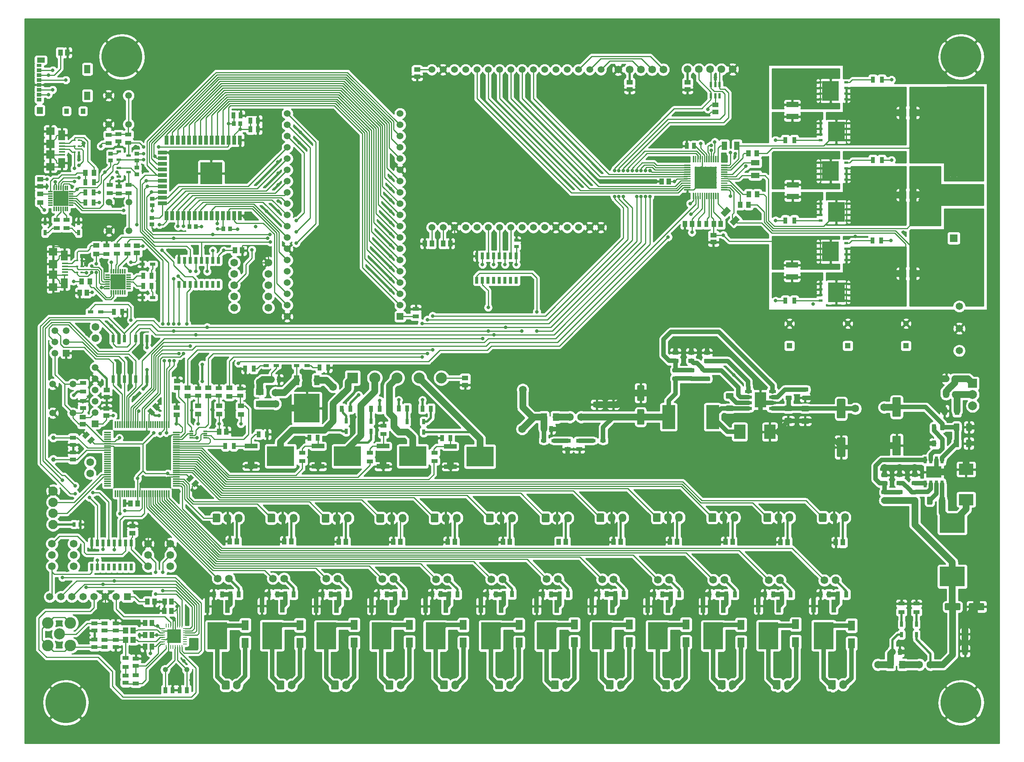
<source format=gtl>
G04 #@! TF.GenerationSoftware,KiCad,Pcbnew,(5.1.5)-3*
G04 #@! TF.CreationDate,2020-04-02T18:20:59+02:00*
G04 #@! TF.ProjectId,Pro6_Print,50726f36-5f50-4726-996e-742e6b696361,rev?*
G04 #@! TF.SameCoordinates,Original*
G04 #@! TF.FileFunction,Copper,L1,Top*
G04 #@! TF.FilePolarity,Positive*
%FSLAX46Y46*%
G04 Gerber Fmt 4.6, Leading zero omitted, Abs format (unit mm)*
G04 Created by KiCad (PCBNEW (5.1.5)-3) date 2020-04-02 18:20:59*
%MOMM*%
%LPD*%
G04 APERTURE LIST*
%ADD10R,1.470000X1.020000*%
%ADD11R,1.020000X1.470000*%
%ADD12R,3.750000X4.410000*%
%ADD13R,0.800000X0.600000*%
%ADD14R,0.850000X0.500000*%
%ADD15C,2.000000*%
%ADD16R,2.000000X2.000000*%
%ADD17R,2.900000X5.400000*%
%ADD18R,2.560000X3.450000*%
%ADD19R,1.525000X0.700000*%
%ADD20R,3.450000X2.560000*%
%ADD21R,0.700000X1.525000*%
%ADD22R,5.650000X4.450000*%
%ADD23R,6.100000X4.500000*%
%ADD24R,2.850000X1.000000*%
%ADD25R,4.500000X6.100000*%
%ADD26R,1.000000X2.850000*%
%ADD27R,3.100000X3.100000*%
%ADD28R,0.860000X0.260000*%
%ADD29R,0.260000X0.860000*%
%ADD30C,1.192000*%
%ADD31R,0.960000X1.390000*%
%ADD32R,1.390000X0.960000*%
%ADD33R,1.450000X0.950000*%
%ADD34R,1.200000X1.450000*%
%ADD35R,1.447800X0.914400*%
%ADD36C,2.600000*%
%ADD37C,2.500000*%
%ADD38C,1.650000*%
%ADD39R,1.650000X1.650000*%
%ADD40C,2.100000*%
%ADD41R,0.850000X0.300000*%
%ADD42R,1.400000X1.050000*%
%ADD43R,1.050000X1.400000*%
%ADD44R,1.250000X0.650000*%
%ADD45R,0.650000X1.250000*%
%ADD46R,0.510000X0.320000*%
%ADD47R,0.970000X1.470000*%
%ADD48R,1.470000X0.970000*%
%ADD49R,0.960000X1.440000*%
%ADD50C,0.100000*%
%ADD51R,0.950000X1.450000*%
%ADD52R,0.850000X1.000000*%
%ADD53R,1.000000X0.850000*%
%ADD54R,1.100000X0.600000*%
%ADD55R,5.000000X5.000000*%
%ADD56R,0.900000X2.000000*%
%ADD57R,2.000000X0.900000*%
%ADD58R,0.900000X1.450000*%
%ADD59R,1.450000X0.900000*%
%ADD60C,2.475000*%
%ADD61R,2.475000X2.475000*%
%ADD62C,1.725000*%
%ADD63O,1.700000X1.950000*%
%ADD64C,1.500000*%
%ADD65R,1.500000X1.500000*%
%ADD66R,0.780000X0.980000*%
%ADD67C,9.200000*%
%ADD68R,1.350000X1.550000*%
%ADD69R,1.000000X1.200000*%
%ADD70R,1.350000X1.900000*%
%ADD71R,1.800000X1.170000*%
%ADD72R,1.100000X0.750000*%
%ADD73R,1.100000X0.850000*%
%ADD74R,1.750000X1.800000*%
%ADD75R,1.960000X1.280000*%
%ADD76R,1.280000X1.960000*%
%ADD77R,1.020000X1.820000*%
%ADD78R,2.720000X1.220000*%
%ADD79R,1.400000X1.800000*%
%ADD80R,1.800000X1.400000*%
%ADD81R,1.600000X2.250000*%
%ADD82C,1.275000*%
%ADD83R,1.275000X1.275000*%
%ADD84C,1.800000*%
%ADD85R,1.800000X1.800000*%
%ADD86C,1.524000*%
%ADD87C,1.530000*%
%ADD88R,1.530000X1.530000*%
%ADD89R,0.910000X1.390000*%
%ADD90R,0.980000X0.780000*%
%ADD91R,0.600000X1.150000*%
%ADD92C,1.520000*%
%ADD93R,1.520000X1.520000*%
%ADD94R,0.800000X1.750000*%
%ADD95C,1.000000*%
%ADD96R,1.500000X0.300000*%
%ADD97R,0.300000X1.500000*%
%ADD98R,1.900000X1.800000*%
%ADD99R,1.900000X1.900000*%
%ADD100R,1.600000X2.200000*%
%ADD101R,1.350000X0.400000*%
%ADD102R,3.350000X3.350000*%
%ADD103R,1.000000X0.300000*%
%ADD104R,0.300000X1.000000*%
%ADD105R,0.700000X1.550000*%
%ADD106R,5.800000X6.400000*%
%ADD107R,1.200000X2.200000*%
%ADD108R,3.300000X2.500000*%
%ADD109R,2.500000X3.300000*%
%ADD110O,1.700000X2.000000*%
%ADD111C,0.500000*%
%ADD112C,0.800000*%
%ADD113C,0.250000*%
%ADD114C,0.500000*%
%ADD115C,1.500000*%
%ADD116C,1.000000*%
%ADD117C,0.254000*%
G04 APERTURE END LIST*
D10*
X62150000Y-73000000D03*
X62150000Y-74600000D03*
D11*
X49250000Y-83600000D03*
X50850000Y-83600000D03*
D10*
X186150000Y-37800000D03*
X186150000Y-36200000D03*
X173100000Y-36200000D03*
X173100000Y-37800000D03*
D12*
X218350000Y-38100000D03*
D13*
X216075000Y-40005000D03*
X216075000Y-38735000D03*
X216075000Y-37465000D03*
X216075000Y-36195000D03*
D14*
X221900000Y-36195000D03*
X221900000Y-37465000D03*
X221900000Y-38735000D03*
X221900000Y-40005000D03*
D12*
X219650000Y-47300000D03*
D13*
X221925000Y-45395000D03*
X221925000Y-46665000D03*
X221925000Y-47935000D03*
X221925000Y-49205000D03*
D14*
X216100000Y-49205000D03*
X216100000Y-47935000D03*
X216100000Y-46665000D03*
X216100000Y-45395000D03*
D12*
X218371226Y-56200151D03*
D13*
X216096226Y-58105151D03*
X216096226Y-56835151D03*
X216096226Y-55565151D03*
X216096226Y-54295151D03*
D14*
X221921226Y-54295151D03*
X221921226Y-55565151D03*
X221921226Y-56835151D03*
X221921226Y-58105151D03*
D12*
X219671226Y-65400151D03*
D13*
X221946226Y-63495151D03*
X221946226Y-64765151D03*
X221946226Y-66035151D03*
X221946226Y-67305151D03*
D14*
X216121226Y-67305151D03*
X216121226Y-66035151D03*
X216121226Y-64765151D03*
X216121226Y-63495151D03*
D12*
X218350000Y-74300000D03*
D13*
X216075000Y-76205000D03*
X216075000Y-74935000D03*
X216075000Y-73665000D03*
X216075000Y-72395000D03*
D14*
X221900000Y-72395000D03*
X221900000Y-73665000D03*
X221900000Y-74935000D03*
X221900000Y-76205000D03*
D12*
X219650000Y-83500000D03*
D13*
X221925000Y-81595000D03*
X221925000Y-82865000D03*
X221925000Y-84135000D03*
X221925000Y-85405000D03*
D14*
X216100000Y-85405000D03*
X216100000Y-84135000D03*
X216100000Y-82865000D03*
X216100000Y-81595000D03*
D15*
X250350000Y-109080000D03*
X250350000Y-106540000D03*
D16*
X250350000Y-104000000D03*
D17*
X181900000Y-111600000D03*
X191800000Y-111600000D03*
D18*
X202550000Y-107750000D03*
D19*
X199838000Y-109655000D03*
X199838000Y-108385000D03*
X199838000Y-107115000D03*
X199838000Y-105845000D03*
X205262000Y-105845000D03*
X205262000Y-107115000D03*
X205262000Y-108385000D03*
X205262000Y-109655000D03*
D20*
X241600000Y-124000000D03*
D21*
X243505000Y-126712000D03*
X242235000Y-126712000D03*
X240965000Y-126712000D03*
X239695000Y-126712000D03*
X239695000Y-121288000D03*
X240965000Y-121288000D03*
X242235000Y-121288000D03*
X243505000Y-121288000D03*
D22*
X245800000Y-147550000D03*
X245800000Y-135450000D03*
D23*
X139400000Y-120500000D03*
D24*
X132750000Y-122790000D03*
X132750000Y-118210000D03*
D23*
X124250000Y-120450000D03*
D24*
X117600000Y-122740000D03*
X117600000Y-118160000D03*
D23*
X109550000Y-120450000D03*
D24*
X102900000Y-122740000D03*
X102900000Y-118160000D03*
D23*
X94500000Y-120400000D03*
D24*
X87850000Y-122690000D03*
X87850000Y-118110000D03*
D25*
X80250000Y-160900000D03*
D26*
X77960000Y-154250000D03*
X82540000Y-154250000D03*
D25*
X92600000Y-160850000D03*
D26*
X90310000Y-154200000D03*
X94890000Y-154200000D03*
D25*
X129400000Y-160900000D03*
D26*
X127110000Y-154250000D03*
X131690000Y-154250000D03*
D25*
X141850000Y-160900000D03*
D26*
X139560000Y-154250000D03*
X144140000Y-154250000D03*
D25*
X154450000Y-160900000D03*
D26*
X152160000Y-154250000D03*
X156740000Y-154250000D03*
D25*
X204400000Y-160850000D03*
D26*
X202110000Y-154200000D03*
X206690000Y-154200000D03*
D25*
X104800000Y-160900000D03*
D26*
X102510000Y-154250000D03*
X107090000Y-154250000D03*
D25*
X117250000Y-160900000D03*
D26*
X114960000Y-154250000D03*
X119540000Y-154250000D03*
D25*
X166900000Y-160900000D03*
D26*
X164610000Y-154250000D03*
X169190000Y-154250000D03*
D25*
X179450000Y-160900000D03*
D26*
X177160000Y-154250000D03*
X181740000Y-154250000D03*
D25*
X191950000Y-160900000D03*
D26*
X189660000Y-154250000D03*
X194240000Y-154250000D03*
D25*
X216800000Y-160850000D03*
D26*
X214510000Y-154200000D03*
X219090000Y-154200000D03*
D27*
X70500000Y-161000000D03*
D28*
X72935000Y-159250000D03*
X72935000Y-159750000D03*
X72935000Y-160250000D03*
X72935000Y-160750000D03*
X72935000Y-161250000D03*
X72935000Y-161750000D03*
X72935000Y-162250000D03*
X72935000Y-162750000D03*
D29*
X72250000Y-163435000D03*
X71750000Y-163435000D03*
X71250000Y-163435000D03*
X70750000Y-163435000D03*
X70250000Y-163435000D03*
X69750000Y-163435000D03*
X69250000Y-163435000D03*
X68750000Y-163435000D03*
D28*
X68065000Y-162750000D03*
X68065000Y-162250000D03*
X68065000Y-161750000D03*
X68065000Y-161250000D03*
X68065000Y-160750000D03*
X68065000Y-160250000D03*
X68065000Y-159750000D03*
X68065000Y-159250000D03*
D29*
X68750000Y-158565000D03*
X69250000Y-158565000D03*
X69750000Y-158565000D03*
X70250000Y-158565000D03*
X70750000Y-158565000D03*
X71250000Y-158565000D03*
X71750000Y-158565000D03*
X72250000Y-158565000D03*
D30*
X68520000Y-168550000D03*
X73400000Y-168550000D03*
D31*
X68540000Y-173150000D03*
X70160000Y-173150000D03*
X73410000Y-173150000D03*
X71790000Y-173150000D03*
D32*
X61900000Y-167660000D03*
X61900000Y-166040000D03*
X59600000Y-169890000D03*
X59600000Y-171510000D03*
D33*
X59600000Y-165900000D03*
X59600000Y-167900000D03*
D11*
X63950000Y-160750000D03*
X65550000Y-160750000D03*
X68300000Y-155300000D03*
X69900000Y-155300000D03*
X68350000Y-153200000D03*
X69950000Y-153200000D03*
X63950000Y-163350000D03*
X65550000Y-163350000D03*
X63950000Y-158050000D03*
X65550000Y-158050000D03*
D34*
X61300000Y-159700000D03*
X59600000Y-159700000D03*
X59600000Y-161800000D03*
X61300000Y-161800000D03*
D35*
X57350000Y-159700000D03*
X57350000Y-158074400D03*
X57350000Y-161787200D03*
X57350000Y-163412800D03*
X54850000Y-159700000D03*
X54850000Y-158074400D03*
X54850000Y-161800000D03*
X54850000Y-163425600D03*
D32*
X52600000Y-158090000D03*
X52600000Y-159710000D03*
X52600000Y-163400000D03*
X52600000Y-161780000D03*
D36*
X42060000Y-163090000D03*
X47140000Y-163090000D03*
X47140000Y-158010000D03*
X42060000Y-158010000D03*
D37*
X44700000Y-160475000D03*
D38*
X42500000Y-152100000D03*
X45000000Y-152100000D03*
X47500000Y-152100000D03*
X50000000Y-152100000D03*
X52500000Y-152100000D03*
X55000000Y-152100000D03*
X57500000Y-152100000D03*
D39*
X60000000Y-152100000D03*
D40*
X43250000Y-128300000D03*
X43250000Y-130800000D03*
X43250000Y-133300000D03*
X43250000Y-135800000D03*
D10*
X49950000Y-111650000D03*
X49950000Y-113250000D03*
D32*
X47750000Y-117860000D03*
X47750000Y-116240000D03*
X47750000Y-119590000D03*
X47750000Y-121210000D03*
D10*
X55300000Y-109650000D03*
X55300000Y-111250000D03*
X55350000Y-107100000D03*
X55350000Y-105500000D03*
D41*
X77525000Y-114800000D03*
X77525000Y-115300000D03*
X77525000Y-115800000D03*
X77525000Y-116300000D03*
X74375000Y-116300000D03*
X74375000Y-115800000D03*
X74375000Y-115300000D03*
X74375000Y-114800000D03*
D35*
X75950000Y-106762800D03*
X75950000Y-105137200D03*
X80600000Y-106762800D03*
X80600000Y-105137200D03*
X85400000Y-106812800D03*
X85400000Y-105187200D03*
D42*
X73550000Y-106900000D03*
X73550000Y-105000000D03*
X78200000Y-106900000D03*
X78200000Y-105000000D03*
X82950000Y-106950000D03*
X82950000Y-105050000D03*
D43*
X201750000Y-52200000D03*
X199850000Y-52200000D03*
X201850000Y-61400000D03*
X199950000Y-61400000D03*
X199900000Y-63800000D03*
X198000000Y-63800000D03*
D44*
X91225000Y-100000000D03*
X93575000Y-100000000D03*
X100475000Y-100050000D03*
X98125000Y-100050000D03*
X54025000Y-87900000D03*
X51675000Y-87900000D03*
D45*
X126700000Y-114975000D03*
X126700000Y-112625000D03*
X123000000Y-114975000D03*
X123000000Y-112625000D03*
X114900000Y-114875000D03*
X114900000Y-112525000D03*
X109250000Y-114800000D03*
X109250000Y-112450000D03*
D44*
X156125000Y-116950000D03*
X153775000Y-116950000D03*
D45*
X234350000Y-158300000D03*
X234350000Y-160650000D03*
D44*
X164800000Y-116950000D03*
X167150000Y-116950000D03*
D45*
X237700000Y-158300000D03*
X237700000Y-160650000D03*
D46*
X49050000Y-49250000D03*
X48050000Y-49250000D03*
X49050000Y-50550000D03*
X48050000Y-50550000D03*
X49050000Y-51900000D03*
X48050000Y-51900000D03*
X48700000Y-76350000D03*
X49700000Y-76350000D03*
X48700000Y-77650000D03*
X49700000Y-77650000D03*
X48700000Y-79000000D03*
X49700000Y-79000000D03*
D45*
X49000000Y-67725000D03*
X49000000Y-70075000D03*
X41450000Y-67725000D03*
X41450000Y-70075000D03*
D44*
X63325000Y-77150000D03*
X65675000Y-77150000D03*
X63375000Y-84650000D03*
X65725000Y-84650000D03*
D42*
X75900000Y-110950000D03*
X75900000Y-109050000D03*
X80700000Y-110950000D03*
X80700000Y-109050000D03*
X85550000Y-111000000D03*
X85550000Y-109100000D03*
X40350000Y-61350000D03*
X40350000Y-63250000D03*
D43*
X51550000Y-81050000D03*
X49650000Y-81050000D03*
D11*
X193650000Y-68100000D03*
X192050000Y-68100000D03*
X185550000Y-68100000D03*
X187150000Y-68100000D03*
D10*
X192000000Y-72200000D03*
X192000000Y-70600000D03*
X125250000Y-34900000D03*
X125250000Y-33300000D03*
D11*
X44900000Y-29500000D03*
X46500000Y-29500000D03*
D31*
X85510000Y-43650000D03*
X83890000Y-43650000D03*
D47*
X233980000Y-164500000D03*
X232320000Y-164500000D03*
X153800000Y-114300000D03*
X155460000Y-114300000D03*
X94130000Y-103150000D03*
X92470000Y-103150000D03*
X87720000Y-44800000D03*
X89380000Y-44800000D03*
D48*
X124950000Y-87270000D03*
X124950000Y-88930000D03*
D49*
X89370000Y-46750000D03*
X87730000Y-46750000D03*
D10*
X136050000Y-104400000D03*
X136050000Y-102800000D03*
D11*
X146150000Y-139750000D03*
X144550000Y-139750000D03*
X133750000Y-139750000D03*
X132150000Y-139750000D03*
X183800000Y-139750000D03*
X182200000Y-139750000D03*
X208700000Y-139800000D03*
X207100000Y-139800000D03*
X121500000Y-139750000D03*
X119900000Y-139750000D03*
X171100000Y-139750000D03*
X169500000Y-139750000D03*
X196300000Y-139750000D03*
X194700000Y-139750000D03*
X109200000Y-139700000D03*
X107600000Y-139700000D03*
X158750000Y-139750000D03*
X157150000Y-139750000D03*
X96950000Y-139650000D03*
X95350000Y-139650000D03*
X84650000Y-139600000D03*
X83050000Y-139600000D03*
X221150000Y-139850000D03*
X219550000Y-139850000D03*
D10*
X71200000Y-103450000D03*
X71200000Y-105050000D03*
D11*
X66100000Y-153200000D03*
X64500000Y-153200000D03*
D10*
X192450000Y-41250000D03*
X192450000Y-42850000D03*
D11*
X80700000Y-114950000D03*
X82300000Y-114950000D03*
D10*
X40350000Y-58050000D03*
X40350000Y-59650000D03*
D11*
X85850000Y-74050000D03*
X84250000Y-74050000D03*
D10*
X61150000Y-136150000D03*
X61150000Y-137750000D03*
G04 #@! TA.AperFunction,SMDPad,CuDef*
D50*
G36*
X51564663Y-115525216D02*
G01*
X50525216Y-116564663D01*
X49803967Y-115843414D01*
X50843414Y-114803967D01*
X51564663Y-115525216D01*
G37*
G04 #@! TD.AperFunction*
G04 #@! TA.AperFunction,SMDPad,CuDef*
G36*
X52696033Y-116656586D02*
G01*
X51656586Y-117696033D01*
X50935337Y-116974784D01*
X51974784Y-115935337D01*
X52696033Y-116656586D01*
G37*
G04 #@! TD.AperFunction*
G04 #@! TA.AperFunction,SMDPad,CuDef*
G36*
X66624784Y-110164663D02*
G01*
X65585337Y-109125216D01*
X66306586Y-108403967D01*
X67346033Y-109443414D01*
X66624784Y-110164663D01*
G37*
G04 #@! TD.AperFunction*
G04 #@! TA.AperFunction,SMDPad,CuDef*
G36*
X65493414Y-111296033D02*
G01*
X64453967Y-110256586D01*
X65175216Y-109535337D01*
X66214663Y-110574784D01*
X65493414Y-111296033D01*
G37*
G04 #@! TD.AperFunction*
G04 #@! TA.AperFunction,SMDPad,CuDef*
G36*
X75014663Y-125275216D02*
G01*
X73975216Y-126314663D01*
X73253967Y-125593414D01*
X74293414Y-124553967D01*
X75014663Y-125275216D01*
G37*
G04 #@! TD.AperFunction*
G04 #@! TA.AperFunction,SMDPad,CuDef*
G36*
X76146033Y-126406586D02*
G01*
X75106586Y-127446033D01*
X74385337Y-126724784D01*
X75424784Y-125685337D01*
X76146033Y-126406586D01*
G37*
G04 #@! TD.AperFunction*
D11*
X62300000Y-131050000D03*
X60700000Y-131050000D03*
D10*
X71100000Y-111100000D03*
X71100000Y-109500000D03*
D11*
X180300000Y-58500000D03*
X181900000Y-58500000D03*
X131100000Y-72500000D03*
X132700000Y-72500000D03*
X128550000Y-72500000D03*
X126950000Y-72500000D03*
D51*
X52500000Y-58700000D03*
X50500000Y-58700000D03*
D33*
X55300000Y-72900000D03*
X55300000Y-74900000D03*
D43*
X52450000Y-56550000D03*
X50550000Y-56550000D03*
D42*
X53000000Y-74850000D03*
X53000000Y-72950000D03*
D52*
X83950000Y-45450000D03*
X85450000Y-45450000D03*
D53*
X65550000Y-66700000D03*
X65550000Y-68200000D03*
D52*
X73950000Y-68700000D03*
X75450000Y-68700000D03*
D53*
X62150000Y-52250000D03*
X62150000Y-53750000D03*
X65600000Y-62400000D03*
X65600000Y-63900000D03*
D52*
X81600000Y-69200000D03*
X83100000Y-69200000D03*
D53*
X56200000Y-52250000D03*
X56200000Y-53750000D03*
X62150000Y-56900000D03*
X62150000Y-55400000D03*
D54*
X60250000Y-52700000D03*
X58050000Y-53650000D03*
X58050000Y-51750000D03*
X60250000Y-56450000D03*
X58050000Y-57400000D03*
X58050000Y-55500000D03*
D32*
X50000000Y-107990000D03*
X50000000Y-109610000D03*
X58100000Y-61260000D03*
X58100000Y-59640000D03*
X58000000Y-47840000D03*
X58000000Y-49460000D03*
D55*
X78855000Y-56700000D03*
D56*
X68845000Y-66200000D03*
X70115000Y-66200000D03*
X71385000Y-66200000D03*
X72655000Y-66200000D03*
X73925000Y-66200000D03*
X75195000Y-66200000D03*
X76465000Y-66200000D03*
X77735000Y-66200000D03*
X79005000Y-66200000D03*
X80275000Y-66200000D03*
X81545000Y-66200000D03*
X82815000Y-66200000D03*
X84085000Y-66200000D03*
X85355000Y-66200000D03*
X68845000Y-49200000D03*
X70115000Y-49200000D03*
X71385000Y-49200000D03*
X72655000Y-49200000D03*
X73925000Y-49200000D03*
X75195000Y-49200000D03*
X76465000Y-49200000D03*
X77735000Y-49200000D03*
X79005000Y-49200000D03*
X80275000Y-49200000D03*
X81545000Y-49200000D03*
X82815000Y-49200000D03*
X84085000Y-49200000D03*
D57*
X67845000Y-63415000D03*
X67845000Y-62145000D03*
X67845000Y-60875000D03*
X67845000Y-59605000D03*
X67845000Y-58335000D03*
X67845000Y-57065000D03*
X67845000Y-55795000D03*
X67845000Y-54525000D03*
X67845000Y-53255000D03*
X67845000Y-51985000D03*
D56*
X85355000Y-49200000D03*
D58*
X130850000Y-116350000D03*
X132750000Y-116350000D03*
D59*
X129150000Y-119650000D03*
X129150000Y-121550000D03*
X117700000Y-113550000D03*
X117700000Y-115450000D03*
X114650000Y-119700000D03*
X114650000Y-121600000D03*
D58*
X100950000Y-116300000D03*
X102850000Y-116300000D03*
D59*
X99400000Y-119650000D03*
X99400000Y-121550000D03*
D58*
X91450000Y-115500000D03*
X89550000Y-115500000D03*
X83950000Y-118100000D03*
X82050000Y-118100000D03*
D60*
X130700000Y-102800000D03*
X125700000Y-102800000D03*
X120700000Y-102800000D03*
X115700000Y-102800000D03*
D61*
X110700000Y-102800000D03*
D38*
X247350000Y-86650000D03*
X247350000Y-91650000D03*
X247350000Y-96650000D03*
G04 #@! TA.AperFunction,SMDPad,CuDef*
D50*
G36*
X244724505Y-105851204D02*
G01*
X244748773Y-105854804D01*
X244772572Y-105860765D01*
X244795671Y-105869030D01*
X244817850Y-105879520D01*
X244838893Y-105892132D01*
X244858599Y-105906747D01*
X244876777Y-105923223D01*
X244893253Y-105941401D01*
X244907868Y-105961107D01*
X244920480Y-105982150D01*
X244930970Y-106004329D01*
X244939235Y-106027428D01*
X244945196Y-106051227D01*
X244948796Y-106075495D01*
X244950000Y-106099999D01*
X244950000Y-107000001D01*
X244948796Y-107024505D01*
X244945196Y-107048773D01*
X244939235Y-107072572D01*
X244930970Y-107095671D01*
X244920480Y-107117850D01*
X244907868Y-107138893D01*
X244893253Y-107158599D01*
X244876777Y-107176777D01*
X244858599Y-107193253D01*
X244838893Y-107207868D01*
X244817850Y-107220480D01*
X244795671Y-107230970D01*
X244772572Y-107239235D01*
X244748773Y-107245196D01*
X244724505Y-107248796D01*
X244700001Y-107250000D01*
X244049999Y-107250000D01*
X244025495Y-107248796D01*
X244001227Y-107245196D01*
X243977428Y-107239235D01*
X243954329Y-107230970D01*
X243932150Y-107220480D01*
X243911107Y-107207868D01*
X243891401Y-107193253D01*
X243873223Y-107176777D01*
X243856747Y-107158599D01*
X243842132Y-107138893D01*
X243829520Y-107117850D01*
X243819030Y-107095671D01*
X243810765Y-107072572D01*
X243804804Y-107048773D01*
X243801204Y-107024505D01*
X243800000Y-107000001D01*
X243800000Y-106099999D01*
X243801204Y-106075495D01*
X243804804Y-106051227D01*
X243810765Y-106027428D01*
X243819030Y-106004329D01*
X243829520Y-105982150D01*
X243842132Y-105961107D01*
X243856747Y-105941401D01*
X243873223Y-105923223D01*
X243891401Y-105906747D01*
X243911107Y-105892132D01*
X243932150Y-105879520D01*
X243954329Y-105869030D01*
X243977428Y-105860765D01*
X244001227Y-105854804D01*
X244025495Y-105851204D01*
X244049999Y-105850000D01*
X244700001Y-105850000D01*
X244724505Y-105851204D01*
G37*
G04 #@! TD.AperFunction*
G04 #@! TA.AperFunction,SMDPad,CuDef*
G36*
X246774505Y-105851204D02*
G01*
X246798773Y-105854804D01*
X246822572Y-105860765D01*
X246845671Y-105869030D01*
X246867850Y-105879520D01*
X246888893Y-105892132D01*
X246908599Y-105906747D01*
X246926777Y-105923223D01*
X246943253Y-105941401D01*
X246957868Y-105961107D01*
X246970480Y-105982150D01*
X246980970Y-106004329D01*
X246989235Y-106027428D01*
X246995196Y-106051227D01*
X246998796Y-106075495D01*
X247000000Y-106099999D01*
X247000000Y-107000001D01*
X246998796Y-107024505D01*
X246995196Y-107048773D01*
X246989235Y-107072572D01*
X246980970Y-107095671D01*
X246970480Y-107117850D01*
X246957868Y-107138893D01*
X246943253Y-107158599D01*
X246926777Y-107176777D01*
X246908599Y-107193253D01*
X246888893Y-107207868D01*
X246867850Y-107220480D01*
X246845671Y-107230970D01*
X246822572Y-107239235D01*
X246798773Y-107245196D01*
X246774505Y-107248796D01*
X246750001Y-107250000D01*
X246099999Y-107250000D01*
X246075495Y-107248796D01*
X246051227Y-107245196D01*
X246027428Y-107239235D01*
X246004329Y-107230970D01*
X245982150Y-107220480D01*
X245961107Y-107207868D01*
X245941401Y-107193253D01*
X245923223Y-107176777D01*
X245906747Y-107158599D01*
X245892132Y-107138893D01*
X245879520Y-107117850D01*
X245869030Y-107095671D01*
X245860765Y-107072572D01*
X245854804Y-107048773D01*
X245851204Y-107024505D01*
X245850000Y-107000001D01*
X245850000Y-106099999D01*
X245851204Y-106075495D01*
X245854804Y-106051227D01*
X245860765Y-106027428D01*
X245869030Y-106004329D01*
X245879520Y-105982150D01*
X245892132Y-105961107D01*
X245906747Y-105941401D01*
X245923223Y-105923223D01*
X245941401Y-105906747D01*
X245961107Y-105892132D01*
X245982150Y-105879520D01*
X246004329Y-105869030D01*
X246027428Y-105860765D01*
X246051227Y-105854804D01*
X246075495Y-105851204D01*
X246099999Y-105850000D01*
X246750001Y-105850000D01*
X246774505Y-105851204D01*
G37*
G04 #@! TD.AperFunction*
D58*
X244450000Y-103000000D03*
X246350000Y-103000000D03*
X86550000Y-100700000D03*
X88450000Y-100700000D03*
X105200000Y-100450000D03*
X103300000Y-100450000D03*
D62*
X51600000Y-121760000D03*
X51600000Y-124300000D03*
D58*
X58850000Y-87900000D03*
X56950000Y-87900000D03*
D62*
X84050000Y-76790000D03*
X84050000Y-79330000D03*
X84050000Y-81870000D03*
X84050000Y-84410000D03*
X84050000Y-86950000D03*
X91750000Y-76800000D03*
X91750000Y-79340000D03*
X91750000Y-81880000D03*
X91750000Y-84420000D03*
X91750000Y-86960000D03*
D58*
X126450000Y-109750000D03*
X128350000Y-109750000D03*
X121100000Y-109650000D03*
X123000000Y-109650000D03*
X116800000Y-109750000D03*
X114900000Y-109750000D03*
X110200000Y-109750000D03*
X108300000Y-109750000D03*
D63*
X121950000Y-134400000D03*
X119450000Y-134400000D03*
G04 #@! TA.AperFunction,ComponentPad*
D50*
G36*
X117574504Y-133426204D02*
G01*
X117598773Y-133429804D01*
X117622571Y-133435765D01*
X117645671Y-133444030D01*
X117667849Y-133454520D01*
X117688893Y-133467133D01*
X117708598Y-133481747D01*
X117726777Y-133498223D01*
X117743253Y-133516402D01*
X117757867Y-133536107D01*
X117770480Y-133557151D01*
X117780970Y-133579329D01*
X117789235Y-133602429D01*
X117795196Y-133626227D01*
X117798796Y-133650496D01*
X117800000Y-133675000D01*
X117800000Y-135125000D01*
X117798796Y-135149504D01*
X117795196Y-135173773D01*
X117789235Y-135197571D01*
X117780970Y-135220671D01*
X117770480Y-135242849D01*
X117757867Y-135263893D01*
X117743253Y-135283598D01*
X117726777Y-135301777D01*
X117708598Y-135318253D01*
X117688893Y-135332867D01*
X117667849Y-135345480D01*
X117645671Y-135355970D01*
X117622571Y-135364235D01*
X117598773Y-135370196D01*
X117574504Y-135373796D01*
X117550000Y-135375000D01*
X116350000Y-135375000D01*
X116325496Y-135373796D01*
X116301227Y-135370196D01*
X116277429Y-135364235D01*
X116254329Y-135355970D01*
X116232151Y-135345480D01*
X116211107Y-135332867D01*
X116191402Y-135318253D01*
X116173223Y-135301777D01*
X116156747Y-135283598D01*
X116142133Y-135263893D01*
X116129520Y-135242849D01*
X116119030Y-135220671D01*
X116110765Y-135197571D01*
X116104804Y-135173773D01*
X116101204Y-135149504D01*
X116100000Y-135125000D01*
X116100000Y-133675000D01*
X116101204Y-133650496D01*
X116104804Y-133626227D01*
X116110765Y-133602429D01*
X116119030Y-133579329D01*
X116129520Y-133557151D01*
X116142133Y-133536107D01*
X116156747Y-133516402D01*
X116173223Y-133498223D01*
X116191402Y-133481747D01*
X116211107Y-133467133D01*
X116232151Y-133454520D01*
X116254329Y-133444030D01*
X116277429Y-133435765D01*
X116301227Y-133429804D01*
X116325496Y-133426204D01*
X116350000Y-133425000D01*
X117550000Y-133425000D01*
X117574504Y-133426204D01*
G37*
G04 #@! TD.AperFunction*
D59*
X159150000Y-118850000D03*
X159150000Y-116950000D03*
X234350000Y-153650000D03*
X234350000Y-155550000D03*
X161800000Y-118850000D03*
X161800000Y-116950000D03*
X237700000Y-153650000D03*
X237700000Y-155550000D03*
D62*
X159660000Y-111600000D03*
X162200000Y-111600000D03*
G04 #@! TA.AperFunction,SMDPad,CuDef*
D50*
G36*
X191030142Y-100626174D02*
G01*
X191053803Y-100629684D01*
X191077007Y-100635496D01*
X191099529Y-100643554D01*
X191121153Y-100653782D01*
X191141670Y-100666079D01*
X191160883Y-100680329D01*
X191178607Y-100696393D01*
X191194671Y-100714117D01*
X191208921Y-100733330D01*
X191221218Y-100753847D01*
X191231446Y-100775471D01*
X191239504Y-100797993D01*
X191245316Y-100821197D01*
X191248826Y-100844858D01*
X191250000Y-100868750D01*
X191250000Y-101356250D01*
X191248826Y-101380142D01*
X191245316Y-101403803D01*
X191239504Y-101427007D01*
X191231446Y-101449529D01*
X191221218Y-101471153D01*
X191208921Y-101491670D01*
X191194671Y-101510883D01*
X191178607Y-101528607D01*
X191160883Y-101544671D01*
X191141670Y-101558921D01*
X191121153Y-101571218D01*
X191099529Y-101581446D01*
X191077007Y-101589504D01*
X191053803Y-101595316D01*
X191030142Y-101598826D01*
X191006250Y-101600000D01*
X190093750Y-101600000D01*
X190069858Y-101598826D01*
X190046197Y-101595316D01*
X190022993Y-101589504D01*
X190000471Y-101581446D01*
X189978847Y-101571218D01*
X189958330Y-101558921D01*
X189939117Y-101544671D01*
X189921393Y-101528607D01*
X189905329Y-101510883D01*
X189891079Y-101491670D01*
X189878782Y-101471153D01*
X189868554Y-101449529D01*
X189860496Y-101427007D01*
X189854684Y-101403803D01*
X189851174Y-101380142D01*
X189850000Y-101356250D01*
X189850000Y-100868750D01*
X189851174Y-100844858D01*
X189854684Y-100821197D01*
X189860496Y-100797993D01*
X189868554Y-100775471D01*
X189878782Y-100753847D01*
X189891079Y-100733330D01*
X189905329Y-100714117D01*
X189921393Y-100696393D01*
X189939117Y-100680329D01*
X189958330Y-100666079D01*
X189978847Y-100653782D01*
X190000471Y-100643554D01*
X190022993Y-100635496D01*
X190046197Y-100629684D01*
X190069858Y-100626174D01*
X190093750Y-100625000D01*
X191006250Y-100625000D01*
X191030142Y-100626174D01*
G37*
G04 #@! TD.AperFunction*
G04 #@! TA.AperFunction,SMDPad,CuDef*
G36*
X191030142Y-102501174D02*
G01*
X191053803Y-102504684D01*
X191077007Y-102510496D01*
X191099529Y-102518554D01*
X191121153Y-102528782D01*
X191141670Y-102541079D01*
X191160883Y-102555329D01*
X191178607Y-102571393D01*
X191194671Y-102589117D01*
X191208921Y-102608330D01*
X191221218Y-102628847D01*
X191231446Y-102650471D01*
X191239504Y-102672993D01*
X191245316Y-102696197D01*
X191248826Y-102719858D01*
X191250000Y-102743750D01*
X191250000Y-103231250D01*
X191248826Y-103255142D01*
X191245316Y-103278803D01*
X191239504Y-103302007D01*
X191231446Y-103324529D01*
X191221218Y-103346153D01*
X191208921Y-103366670D01*
X191194671Y-103385883D01*
X191178607Y-103403607D01*
X191160883Y-103419671D01*
X191141670Y-103433921D01*
X191121153Y-103446218D01*
X191099529Y-103456446D01*
X191077007Y-103464504D01*
X191053803Y-103470316D01*
X191030142Y-103473826D01*
X191006250Y-103475000D01*
X190093750Y-103475000D01*
X190069858Y-103473826D01*
X190046197Y-103470316D01*
X190022993Y-103464504D01*
X190000471Y-103456446D01*
X189978847Y-103446218D01*
X189958330Y-103433921D01*
X189939117Y-103419671D01*
X189921393Y-103403607D01*
X189905329Y-103385883D01*
X189891079Y-103366670D01*
X189878782Y-103346153D01*
X189868554Y-103324529D01*
X189860496Y-103302007D01*
X189854684Y-103278803D01*
X189851174Y-103255142D01*
X189850000Y-103231250D01*
X189850000Y-102743750D01*
X189851174Y-102719858D01*
X189854684Y-102696197D01*
X189860496Y-102672993D01*
X189868554Y-102650471D01*
X189878782Y-102628847D01*
X189891079Y-102608330D01*
X189905329Y-102589117D01*
X189921393Y-102571393D01*
X189939117Y-102555329D01*
X189958330Y-102541079D01*
X189978847Y-102528782D01*
X190000471Y-102518554D01*
X190022993Y-102510496D01*
X190046197Y-102504684D01*
X190069858Y-102501174D01*
X190093750Y-102500000D01*
X191006250Y-102500000D01*
X191030142Y-102501174D01*
G37*
G04 #@! TD.AperFunction*
G04 #@! TA.AperFunction,SMDPad,CuDef*
G36*
X196299504Y-106226204D02*
G01*
X196323773Y-106229804D01*
X196347571Y-106235765D01*
X196370671Y-106244030D01*
X196392849Y-106254520D01*
X196413893Y-106267133D01*
X196433598Y-106281747D01*
X196451777Y-106298223D01*
X196468253Y-106316402D01*
X196482867Y-106336107D01*
X196495480Y-106357151D01*
X196505970Y-106379329D01*
X196514235Y-106402429D01*
X196520196Y-106426227D01*
X196523796Y-106450496D01*
X196525000Y-106475000D01*
X196525000Y-107225000D01*
X196523796Y-107249504D01*
X196520196Y-107273773D01*
X196514235Y-107297571D01*
X196505970Y-107320671D01*
X196495480Y-107342849D01*
X196482867Y-107363893D01*
X196468253Y-107383598D01*
X196451777Y-107401777D01*
X196433598Y-107418253D01*
X196413893Y-107432867D01*
X196392849Y-107445480D01*
X196370671Y-107455970D01*
X196347571Y-107464235D01*
X196323773Y-107470196D01*
X196299504Y-107473796D01*
X196275000Y-107475000D01*
X195025000Y-107475000D01*
X195000496Y-107473796D01*
X194976227Y-107470196D01*
X194952429Y-107464235D01*
X194929329Y-107455970D01*
X194907151Y-107445480D01*
X194886107Y-107432867D01*
X194866402Y-107418253D01*
X194848223Y-107401777D01*
X194831747Y-107383598D01*
X194817133Y-107363893D01*
X194804520Y-107342849D01*
X194794030Y-107320671D01*
X194785765Y-107297571D01*
X194779804Y-107273773D01*
X194776204Y-107249504D01*
X194775000Y-107225000D01*
X194775000Y-106475000D01*
X194776204Y-106450496D01*
X194779804Y-106426227D01*
X194785765Y-106402429D01*
X194794030Y-106379329D01*
X194804520Y-106357151D01*
X194817133Y-106336107D01*
X194831747Y-106316402D01*
X194848223Y-106298223D01*
X194866402Y-106281747D01*
X194886107Y-106267133D01*
X194907151Y-106254520D01*
X194929329Y-106244030D01*
X194952429Y-106235765D01*
X194976227Y-106229804D01*
X195000496Y-106226204D01*
X195025000Y-106225000D01*
X196275000Y-106225000D01*
X196299504Y-106226204D01*
G37*
G04 #@! TD.AperFunction*
G04 #@! TA.AperFunction,SMDPad,CuDef*
G36*
X196299504Y-109026204D02*
G01*
X196323773Y-109029804D01*
X196347571Y-109035765D01*
X196370671Y-109044030D01*
X196392849Y-109054520D01*
X196413893Y-109067133D01*
X196433598Y-109081747D01*
X196451777Y-109098223D01*
X196468253Y-109116402D01*
X196482867Y-109136107D01*
X196495480Y-109157151D01*
X196505970Y-109179329D01*
X196514235Y-109202429D01*
X196520196Y-109226227D01*
X196523796Y-109250496D01*
X196525000Y-109275000D01*
X196525000Y-110025000D01*
X196523796Y-110049504D01*
X196520196Y-110073773D01*
X196514235Y-110097571D01*
X196505970Y-110120671D01*
X196495480Y-110142849D01*
X196482867Y-110163893D01*
X196468253Y-110183598D01*
X196451777Y-110201777D01*
X196433598Y-110218253D01*
X196413893Y-110232867D01*
X196392849Y-110245480D01*
X196370671Y-110255970D01*
X196347571Y-110264235D01*
X196323773Y-110270196D01*
X196299504Y-110273796D01*
X196275000Y-110275000D01*
X195025000Y-110275000D01*
X195000496Y-110273796D01*
X194976227Y-110270196D01*
X194952429Y-110264235D01*
X194929329Y-110255970D01*
X194907151Y-110245480D01*
X194886107Y-110232867D01*
X194866402Y-110218253D01*
X194848223Y-110201777D01*
X194831747Y-110183598D01*
X194817133Y-110163893D01*
X194804520Y-110142849D01*
X194794030Y-110120671D01*
X194785765Y-110097571D01*
X194779804Y-110073773D01*
X194776204Y-110049504D01*
X194775000Y-110025000D01*
X194775000Y-109275000D01*
X194776204Y-109250496D01*
X194779804Y-109226227D01*
X194785765Y-109202429D01*
X194794030Y-109179329D01*
X194804520Y-109157151D01*
X194817133Y-109136107D01*
X194831747Y-109116402D01*
X194848223Y-109098223D01*
X194866402Y-109081747D01*
X194886107Y-109067133D01*
X194907151Y-109054520D01*
X194929329Y-109044030D01*
X194952429Y-109035765D01*
X194976227Y-109029804D01*
X195000496Y-109026204D01*
X195025000Y-109025000D01*
X196275000Y-109025000D01*
X196299504Y-109026204D01*
G37*
G04 #@! TD.AperFunction*
D64*
X52750000Y-100400000D03*
X52750000Y-102940000D03*
X52750000Y-105480000D03*
X52750000Y-108020000D03*
X52750000Y-110560000D03*
D65*
X52750000Y-113100000D03*
D62*
X52850000Y-91260000D03*
X52850000Y-93800000D03*
D66*
X47950000Y-135800000D03*
X49350000Y-135800000D03*
D67*
X247750000Y-175950000D03*
X46100000Y-175950000D03*
X247750000Y-30400000D03*
X58750000Y-30400000D03*
D68*
X40275000Y-42510000D03*
D69*
X46300000Y-42685000D03*
X50000000Y-42685000D03*
D70*
X50975000Y-39185000D03*
X50975000Y-33215000D03*
D71*
X40500000Y-31190000D03*
D72*
X40150000Y-32400000D03*
D73*
X40150000Y-33450000D03*
X40150000Y-34550000D03*
X40150000Y-35650000D03*
X40150000Y-36750000D03*
X40150000Y-37850000D03*
X40150000Y-38950000D03*
X40150000Y-40050000D03*
D74*
X237000000Y-79250000D03*
X234600000Y-79250000D03*
X237000000Y-61550000D03*
X234600000Y-61550000D03*
X237000000Y-43050000D03*
X234600000Y-43050000D03*
G04 #@! TA.AperFunction,SMDPad,CuDef*
D50*
G36*
X195658579Y-67594508D02*
G01*
X197044508Y-66208579D01*
X197949605Y-67113676D01*
X196563676Y-68499605D01*
X195658579Y-67594508D01*
G37*
G04 #@! TD.AperFunction*
G04 #@! TA.AperFunction,SMDPad,CuDef*
G36*
X193650395Y-65586324D02*
G01*
X195036324Y-64200395D01*
X195941421Y-65105492D01*
X194555492Y-66491421D01*
X193650395Y-65586324D01*
G37*
G04 #@! TD.AperFunction*
D75*
X201400000Y-57170000D03*
X201400000Y-54330000D03*
D76*
X197270000Y-50500000D03*
X194430000Y-50500000D03*
D77*
X244050000Y-110250000D03*
X246850000Y-110250000D03*
D78*
X209700000Y-80050000D03*
X209700000Y-77350000D03*
X209850000Y-61950000D03*
X209850000Y-59250000D03*
X209750000Y-43900000D03*
X209750000Y-41200000D03*
D62*
X238360000Y-167400000D03*
X240900000Y-167400000D03*
X93350000Y-108640000D03*
X93350000Y-106100000D03*
D79*
X234550000Y-167400000D03*
X231850000Y-167400000D03*
X156500000Y-111650000D03*
X153800000Y-111650000D03*
D80*
X89850000Y-108650000D03*
X89850000Y-105950000D03*
D58*
X50500000Y-60950000D03*
X52400000Y-60950000D03*
D59*
X46300000Y-69050000D03*
X46300000Y-67150000D03*
X44100000Y-67150000D03*
X44100000Y-69050000D03*
D58*
X50500000Y-63250000D03*
X52400000Y-63250000D03*
D59*
X55800000Y-49900000D03*
X55800000Y-48000000D03*
X56050000Y-59250000D03*
X56050000Y-61150000D03*
X60250000Y-59250000D03*
X60250000Y-61150000D03*
X60200000Y-49850000D03*
X60200000Y-47950000D03*
X61900000Y-171650000D03*
X61900000Y-169750000D03*
D58*
X220000000Y-151550000D03*
X221900000Y-151550000D03*
X207450000Y-151600000D03*
X209350000Y-151600000D03*
X194900000Y-151550000D03*
X196800000Y-151550000D03*
X182400000Y-151550000D03*
X184300000Y-151550000D03*
X216100000Y-151550000D03*
X218000000Y-151550000D03*
X203600000Y-151550000D03*
X205500000Y-151550000D03*
X191100000Y-151550000D03*
X193000000Y-151550000D03*
X178600000Y-151550000D03*
X180500000Y-151550000D03*
X169900000Y-151500000D03*
X171800000Y-151500000D03*
X157350000Y-151550000D03*
X159250000Y-151550000D03*
X144750000Y-151500000D03*
X146650000Y-151500000D03*
X132450000Y-151550000D03*
X134350000Y-151550000D03*
X166100000Y-151500000D03*
X168000000Y-151500000D03*
X153550000Y-151550000D03*
X155450000Y-151550000D03*
X141050000Y-151550000D03*
X142950000Y-151550000D03*
X128650000Y-151500000D03*
X130550000Y-151500000D03*
X120300000Y-151550000D03*
X122200000Y-151550000D03*
X107700000Y-151550000D03*
X109600000Y-151550000D03*
X95550000Y-151550000D03*
X97450000Y-151550000D03*
X83200000Y-151550000D03*
X85100000Y-151550000D03*
X116500000Y-151550000D03*
X118400000Y-151550000D03*
X103950000Y-151550000D03*
X105850000Y-151550000D03*
X91850000Y-151550000D03*
X93750000Y-151550000D03*
X79450000Y-151550000D03*
X81350000Y-151550000D03*
D59*
X50000000Y-103950000D03*
X50000000Y-105850000D03*
D58*
X65450000Y-79800000D03*
X63550000Y-79800000D03*
X65450000Y-82050000D03*
X63550000Y-82050000D03*
D59*
X57650000Y-74800000D03*
X57650000Y-72900000D03*
X60000000Y-74800000D03*
X60000000Y-72900000D03*
D81*
X223100000Y-158600000D03*
X223100000Y-162600000D03*
X210500000Y-158300000D03*
X210500000Y-162300000D03*
X198200000Y-158400000D03*
X198200000Y-162400000D03*
X185800000Y-158350000D03*
X185800000Y-162350000D03*
X173050000Y-158350000D03*
X173050000Y-162350000D03*
X160650000Y-158350000D03*
X160650000Y-162350000D03*
X148200000Y-158450000D03*
X148200000Y-162450000D03*
X135650000Y-158450000D03*
X135650000Y-162450000D03*
X123500000Y-158400000D03*
X123500000Y-162400000D03*
X111050000Y-158400000D03*
X111050000Y-162400000D03*
X98850000Y-158500000D03*
X98850000Y-162500000D03*
X86550000Y-158500000D03*
X86550000Y-162500000D03*
D62*
X216960000Y-148400000D03*
X219500000Y-148400000D03*
X204450000Y-148350000D03*
X206990000Y-148350000D03*
X191950000Y-148300000D03*
X194490000Y-148300000D03*
X179500000Y-148250000D03*
X182040000Y-148250000D03*
X166950000Y-148200000D03*
X169490000Y-148200000D03*
X154450000Y-148100000D03*
X156990000Y-148100000D03*
X141960000Y-148150000D03*
X144500000Y-148150000D03*
X129550000Y-148150000D03*
X132090000Y-148150000D03*
X117400000Y-148100000D03*
X119940000Y-148100000D03*
X104800000Y-148050000D03*
X107340000Y-148050000D03*
X92750000Y-148000000D03*
X95290000Y-148000000D03*
X80350000Y-148000000D03*
X82890000Y-148000000D03*
D82*
X222250000Y-90550000D03*
D83*
X222250000Y-95550000D03*
D82*
X235350000Y-90550000D03*
D83*
X235350000Y-95550000D03*
D82*
X209100000Y-90550000D03*
D83*
X209100000Y-95550000D03*
D84*
X246100000Y-56300000D03*
X246100000Y-61300000D03*
X246100000Y-66300000D03*
D85*
X246100000Y-71300000D03*
D62*
X186140000Y-33250000D03*
X188680000Y-33250000D03*
X191220000Y-33250000D03*
X193760000Y-33250000D03*
X196300000Y-33250000D03*
X180710000Y-33300000D03*
X178170000Y-33300000D03*
X175630000Y-33300000D03*
X173090000Y-33300000D03*
X170550000Y-33300000D03*
D86*
X166650000Y-33320000D03*
X161570000Y-33320000D03*
X164110000Y-33320000D03*
X159030000Y-33320000D03*
X156490000Y-33320000D03*
X153950000Y-33320000D03*
X151410000Y-33320000D03*
X148870000Y-33320000D03*
X146330000Y-33320000D03*
X143790000Y-33320000D03*
X136170000Y-68880000D03*
X133630000Y-68880000D03*
X131090000Y-68880000D03*
X128550000Y-68880000D03*
X138710000Y-68880000D03*
X141250000Y-68880000D03*
X143790000Y-68880000D03*
X146330000Y-68880000D03*
X148870000Y-68880000D03*
X151410000Y-68880000D03*
X153950000Y-68880000D03*
X156490000Y-68880000D03*
X159030000Y-68880000D03*
X161570000Y-68880000D03*
X164110000Y-68880000D03*
X166650000Y-68880000D03*
X128550000Y-33320000D03*
X131090000Y-33320000D03*
X133630000Y-33320000D03*
X136170000Y-33320000D03*
X138710000Y-33320000D03*
X141250000Y-33320000D03*
D87*
X96000000Y-88950000D03*
X96000000Y-86410000D03*
X96000000Y-83870000D03*
X96000000Y-81330000D03*
X96000000Y-78790000D03*
X96000000Y-76250000D03*
X96000000Y-73710000D03*
X96000000Y-71170000D03*
X96000000Y-68630000D03*
X96000000Y-66090000D03*
X96000000Y-63550000D03*
X96000000Y-61010000D03*
X96000000Y-58470000D03*
X96000000Y-55930000D03*
X96000000Y-53390000D03*
X96000000Y-50850000D03*
X96000000Y-48310000D03*
X96000000Y-45770000D03*
X96000000Y-43230000D03*
X121400000Y-43230000D03*
X121400000Y-45770000D03*
X121400000Y-48310000D03*
X121400000Y-50850000D03*
X121400000Y-53390000D03*
X121400000Y-55930000D03*
X121400000Y-58470000D03*
X121400000Y-61010000D03*
X121400000Y-63550000D03*
X121400000Y-66090000D03*
X121400000Y-68630000D03*
X121400000Y-71170000D03*
X121400000Y-73710000D03*
X121400000Y-76250000D03*
X121400000Y-78790000D03*
X121400000Y-81330000D03*
X121400000Y-83870000D03*
X121400000Y-86410000D03*
D88*
X121400000Y-88950000D03*
D89*
X187620000Y-50500000D03*
X185980000Y-50500000D03*
D90*
X147600000Y-71750000D03*
X147600000Y-73150000D03*
D47*
X190430000Y-68100000D03*
X188770000Y-68100000D03*
D91*
X193350000Y-39200000D03*
X192400000Y-39200000D03*
X191450000Y-39200000D03*
X191450000Y-36700000D03*
X192400000Y-36700000D03*
X193350000Y-36700000D03*
D62*
X64650000Y-145240000D03*
X64650000Y-142700000D03*
X64650000Y-140160000D03*
X69700000Y-145240000D03*
X69700000Y-142700000D03*
X69700000Y-140160000D03*
X47900000Y-145240000D03*
X47900000Y-142700000D03*
X47900000Y-140160000D03*
D92*
X43660000Y-92120000D03*
X46200000Y-92120000D03*
X43660000Y-94660000D03*
X46200000Y-94660000D03*
X43660000Y-97200000D03*
D93*
X46200000Y-97200000D03*
D51*
X210200000Y-49200000D03*
X208200000Y-49200000D03*
X227900000Y-35600000D03*
X229900000Y-35600000D03*
X210200000Y-67300000D03*
X208200000Y-67300000D03*
X227900000Y-53700000D03*
X229900000Y-53700000D03*
X210200000Y-85400000D03*
X208200000Y-85400000D03*
X227800000Y-71800000D03*
X229800000Y-71800000D03*
D94*
X56790000Y-93950000D03*
X59330000Y-93950000D03*
X61870000Y-93950000D03*
X64410000Y-93950000D03*
X64410000Y-103050000D03*
X61870000Y-103050000D03*
X59330000Y-103050000D03*
X56790000Y-103050000D03*
D95*
X43300000Y-116270000D03*
X43300000Y-121150000D03*
D96*
X71050000Y-115100000D03*
X71050000Y-115600000D03*
X71050000Y-116100000D03*
X71050000Y-116600000D03*
X71050000Y-117100000D03*
X71050000Y-117600000D03*
X71050000Y-118100000D03*
X71050000Y-118600000D03*
X71050000Y-119100000D03*
X71050000Y-119600000D03*
X71050000Y-120100000D03*
X71050000Y-120600000D03*
X71050000Y-121100000D03*
X71050000Y-121600000D03*
X71050000Y-122100000D03*
X71050000Y-122600000D03*
X71050000Y-123100000D03*
X71050000Y-123600000D03*
X71050000Y-124100000D03*
X71050000Y-124600000D03*
X71050000Y-125100000D03*
X71050000Y-125600000D03*
X71050000Y-126100000D03*
X71050000Y-126600000D03*
X71050000Y-127100000D03*
D97*
X69300000Y-128850000D03*
X68800000Y-128850000D03*
X68300000Y-128850000D03*
X67800000Y-128850000D03*
X67300000Y-128850000D03*
X66800000Y-128850000D03*
X66300000Y-128850000D03*
X65800000Y-128850000D03*
X65300000Y-128850000D03*
X64800000Y-128850000D03*
X64300000Y-128850000D03*
X63800000Y-128850000D03*
X63300000Y-128850000D03*
X62800000Y-128850000D03*
X62300000Y-128850000D03*
X61800000Y-128850000D03*
X61300000Y-128850000D03*
X60800000Y-128850000D03*
X60300000Y-128850000D03*
X59800000Y-128850000D03*
X59300000Y-128850000D03*
X58800000Y-128850000D03*
X58300000Y-128850000D03*
X57800000Y-128850000D03*
X57300000Y-128850000D03*
D96*
X55550000Y-127100000D03*
X55550000Y-126600000D03*
X55550000Y-126100000D03*
X55550000Y-125600000D03*
X55550000Y-125100000D03*
X55550000Y-124600000D03*
X55550000Y-124100000D03*
X55550000Y-123600000D03*
X55550000Y-123100000D03*
X55550000Y-122600000D03*
X55550000Y-122100000D03*
X55550000Y-121600000D03*
X55550000Y-121100000D03*
X55550000Y-120600000D03*
X55550000Y-120100000D03*
X55550000Y-119600000D03*
X55550000Y-119100000D03*
X55550000Y-118600000D03*
X55550000Y-118100000D03*
X55550000Y-117600000D03*
X55550000Y-117100000D03*
X55550000Y-116600000D03*
X55550000Y-116100000D03*
X55550000Y-115600000D03*
X55550000Y-115100000D03*
D97*
X57300000Y-113350000D03*
X57800000Y-113350000D03*
X58300000Y-113350000D03*
X58800000Y-113350000D03*
X59300000Y-113350000D03*
X59800000Y-113350000D03*
X60300000Y-113350000D03*
X60800000Y-113350000D03*
X61300000Y-113350000D03*
X61800000Y-113350000D03*
X62300000Y-113350000D03*
X62800000Y-113350000D03*
X63300000Y-113350000D03*
X63800000Y-113350000D03*
X64300000Y-113350000D03*
X64800000Y-113350000D03*
X65300000Y-113350000D03*
X65800000Y-113350000D03*
X66300000Y-113350000D03*
X66800000Y-113350000D03*
X67300000Y-113350000D03*
X67800000Y-113350000D03*
X68300000Y-113350000D03*
X68800000Y-113350000D03*
X69300000Y-113350000D03*
D64*
X60350000Y-63150000D03*
X60350000Y-69650000D03*
X55850000Y-63150000D03*
X55850000Y-69650000D03*
X60250000Y-39150000D03*
X60250000Y-45650000D03*
X55750000Y-39150000D03*
X55750000Y-45650000D03*
D98*
X42645000Y-55225000D03*
D99*
X42645000Y-52425000D03*
X42645000Y-50025000D03*
D98*
X42645000Y-47225000D03*
D100*
X45195000Y-54375000D03*
X45195000Y-48075000D03*
D101*
X45320000Y-52525000D03*
X45320000Y-51875000D03*
X45320000Y-51225000D03*
X45320000Y-50575000D03*
X45320000Y-49925000D03*
D102*
X45000000Y-62350000D03*
D103*
X47350000Y-60850000D03*
X47350000Y-61350000D03*
X47350000Y-61850000D03*
X47350000Y-62350000D03*
X47350000Y-62850000D03*
X47350000Y-63350000D03*
X47350000Y-63850000D03*
D104*
X46500000Y-64700000D03*
X46000000Y-64700000D03*
X45500000Y-64700000D03*
X45000000Y-64700000D03*
X44500000Y-64700000D03*
X44000000Y-64700000D03*
X43500000Y-64700000D03*
D103*
X42650000Y-63850000D03*
X42650000Y-63350000D03*
X42650000Y-62850000D03*
X42650000Y-62350000D03*
X42650000Y-61850000D03*
X42650000Y-61350000D03*
X42650000Y-60850000D03*
D104*
X43500000Y-60000000D03*
X44000000Y-60000000D03*
X44500000Y-60000000D03*
X45000000Y-60000000D03*
X45500000Y-60000000D03*
X46000000Y-60000000D03*
X46500000Y-60000000D03*
D102*
X57900000Y-81150000D03*
D104*
X56400000Y-78800000D03*
X56900000Y-78800000D03*
X57400000Y-78800000D03*
X57900000Y-78800000D03*
X58400000Y-78800000D03*
X58900000Y-78800000D03*
X59400000Y-78800000D03*
D103*
X60250000Y-79650000D03*
X60250000Y-80150000D03*
X60250000Y-80650000D03*
X60250000Y-81150000D03*
X60250000Y-81650000D03*
X60250000Y-82150000D03*
X60250000Y-82650000D03*
D104*
X59400000Y-83500000D03*
X58900000Y-83500000D03*
X58400000Y-83500000D03*
X57900000Y-83500000D03*
X57400000Y-83500000D03*
X56900000Y-83500000D03*
X56400000Y-83500000D03*
D103*
X55550000Y-82650000D03*
X55550000Y-82150000D03*
X55550000Y-81650000D03*
X55550000Y-81150000D03*
X55550000Y-80650000D03*
X55550000Y-80150000D03*
X55550000Y-79650000D03*
D98*
X43275000Y-82325000D03*
D99*
X43275000Y-79525000D03*
X43275000Y-77125000D03*
D98*
X43275000Y-74325000D03*
D100*
X45825000Y-81475000D03*
X45825000Y-75175000D03*
D101*
X45950000Y-79625000D03*
X45950000Y-78975000D03*
X45950000Y-78325000D03*
X45950000Y-77675000D03*
X45950000Y-77025000D03*
D64*
X43200000Y-110700000D03*
X43200000Y-104200000D03*
X47700000Y-110700000D03*
X47700000Y-104200000D03*
D105*
X80495000Y-81725000D03*
X79225000Y-81725000D03*
X77955000Y-81725000D03*
X76685000Y-81725000D03*
X75415000Y-81725000D03*
X74145000Y-81725000D03*
X72875000Y-81725000D03*
X71605000Y-81725000D03*
X71605000Y-76275000D03*
X72875000Y-76275000D03*
X74145000Y-76275000D03*
X75415000Y-76275000D03*
X76685000Y-76275000D03*
X77955000Y-76275000D03*
X79225000Y-76275000D03*
X80495000Y-76275000D03*
X147595000Y-80775000D03*
X146325000Y-80775000D03*
X145055000Y-80775000D03*
X143785000Y-80775000D03*
X142515000Y-80775000D03*
X141245000Y-80775000D03*
X139975000Y-80775000D03*
X138705000Y-80775000D03*
X138705000Y-75325000D03*
X139975000Y-75325000D03*
X141245000Y-75325000D03*
X142515000Y-75325000D03*
X143785000Y-75325000D03*
X145055000Y-75325000D03*
X146325000Y-75325000D03*
X147595000Y-75325000D03*
X60845000Y-145425000D03*
X59575000Y-145425000D03*
X58305000Y-145425000D03*
X57035000Y-145425000D03*
X55765000Y-145425000D03*
X54495000Y-145425000D03*
X53225000Y-145425000D03*
X51955000Y-145425000D03*
X51955000Y-139975000D03*
X53225000Y-139975000D03*
X54495000Y-139975000D03*
X55765000Y-139975000D03*
X57035000Y-139975000D03*
X58305000Y-139975000D03*
X59575000Y-139975000D03*
X60845000Y-139975000D03*
D62*
X43000000Y-145240000D03*
X43000000Y-142700000D03*
X43000000Y-140160000D03*
D106*
X100400000Y-109600000D03*
D107*
X98120000Y-103300000D03*
X102680000Y-103300000D03*
G04 #@! TA.AperFunction,SMDPad,CuDef*
D50*
G36*
X230980142Y-128038674D02*
G01*
X231003803Y-128042184D01*
X231027007Y-128047996D01*
X231049529Y-128056054D01*
X231071153Y-128066282D01*
X231091670Y-128078579D01*
X231110883Y-128092829D01*
X231128607Y-128108893D01*
X231144671Y-128126617D01*
X231158921Y-128145830D01*
X231171218Y-128166347D01*
X231181446Y-128187971D01*
X231189504Y-128210493D01*
X231195316Y-128233697D01*
X231198826Y-128257358D01*
X231200000Y-128281250D01*
X231200000Y-128768750D01*
X231198826Y-128792642D01*
X231195316Y-128816303D01*
X231189504Y-128839507D01*
X231181446Y-128862029D01*
X231171218Y-128883653D01*
X231158921Y-128904170D01*
X231144671Y-128923383D01*
X231128607Y-128941107D01*
X231110883Y-128957171D01*
X231091670Y-128971421D01*
X231071153Y-128983718D01*
X231049529Y-128993946D01*
X231027007Y-129002004D01*
X231003803Y-129007816D01*
X230980142Y-129011326D01*
X230956250Y-129012500D01*
X230043750Y-129012500D01*
X230019858Y-129011326D01*
X229996197Y-129007816D01*
X229972993Y-129002004D01*
X229950471Y-128993946D01*
X229928847Y-128983718D01*
X229908330Y-128971421D01*
X229889117Y-128957171D01*
X229871393Y-128941107D01*
X229855329Y-128923383D01*
X229841079Y-128904170D01*
X229828782Y-128883653D01*
X229818554Y-128862029D01*
X229810496Y-128839507D01*
X229804684Y-128816303D01*
X229801174Y-128792642D01*
X229800000Y-128768750D01*
X229800000Y-128281250D01*
X229801174Y-128257358D01*
X229804684Y-128233697D01*
X229810496Y-128210493D01*
X229818554Y-128187971D01*
X229828782Y-128166347D01*
X229841079Y-128145830D01*
X229855329Y-128126617D01*
X229871393Y-128108893D01*
X229889117Y-128092829D01*
X229908330Y-128078579D01*
X229928847Y-128066282D01*
X229950471Y-128056054D01*
X229972993Y-128047996D01*
X229996197Y-128042184D01*
X230019858Y-128038674D01*
X230043750Y-128037500D01*
X230956250Y-128037500D01*
X230980142Y-128038674D01*
G37*
G04 #@! TD.AperFunction*
G04 #@! TA.AperFunction,SMDPad,CuDef*
G36*
X230980142Y-129913674D02*
G01*
X231003803Y-129917184D01*
X231027007Y-129922996D01*
X231049529Y-129931054D01*
X231071153Y-129941282D01*
X231091670Y-129953579D01*
X231110883Y-129967829D01*
X231128607Y-129983893D01*
X231144671Y-130001617D01*
X231158921Y-130020830D01*
X231171218Y-130041347D01*
X231181446Y-130062971D01*
X231189504Y-130085493D01*
X231195316Y-130108697D01*
X231198826Y-130132358D01*
X231200000Y-130156250D01*
X231200000Y-130643750D01*
X231198826Y-130667642D01*
X231195316Y-130691303D01*
X231189504Y-130714507D01*
X231181446Y-130737029D01*
X231171218Y-130758653D01*
X231158921Y-130779170D01*
X231144671Y-130798383D01*
X231128607Y-130816107D01*
X231110883Y-130832171D01*
X231091670Y-130846421D01*
X231071153Y-130858718D01*
X231049529Y-130868946D01*
X231027007Y-130877004D01*
X231003803Y-130882816D01*
X230980142Y-130886326D01*
X230956250Y-130887500D01*
X230043750Y-130887500D01*
X230019858Y-130886326D01*
X229996197Y-130882816D01*
X229972993Y-130877004D01*
X229950471Y-130868946D01*
X229928847Y-130858718D01*
X229908330Y-130846421D01*
X229889117Y-130832171D01*
X229871393Y-130816107D01*
X229855329Y-130798383D01*
X229841079Y-130779170D01*
X229828782Y-130758653D01*
X229818554Y-130737029D01*
X229810496Y-130714507D01*
X229804684Y-130691303D01*
X229801174Y-130667642D01*
X229800000Y-130643750D01*
X229800000Y-130156250D01*
X229801174Y-130132358D01*
X229804684Y-130108697D01*
X229810496Y-130085493D01*
X229818554Y-130062971D01*
X229828782Y-130041347D01*
X229841079Y-130020830D01*
X229855329Y-130001617D01*
X229871393Y-129983893D01*
X229889117Y-129967829D01*
X229908330Y-129953579D01*
X229928847Y-129941282D01*
X229950471Y-129931054D01*
X229972993Y-129922996D01*
X229996197Y-129917184D01*
X230019858Y-129913674D01*
X230043750Y-129912500D01*
X230956250Y-129912500D01*
X230980142Y-129913674D01*
G37*
G04 #@! TD.AperFunction*
G04 #@! TA.AperFunction,SMDPad,CuDef*
G36*
X230980142Y-124176174D02*
G01*
X231003803Y-124179684D01*
X231027007Y-124185496D01*
X231049529Y-124193554D01*
X231071153Y-124203782D01*
X231091670Y-124216079D01*
X231110883Y-124230329D01*
X231128607Y-124246393D01*
X231144671Y-124264117D01*
X231158921Y-124283330D01*
X231171218Y-124303847D01*
X231181446Y-124325471D01*
X231189504Y-124347993D01*
X231195316Y-124371197D01*
X231198826Y-124394858D01*
X231200000Y-124418750D01*
X231200000Y-124906250D01*
X231198826Y-124930142D01*
X231195316Y-124953803D01*
X231189504Y-124977007D01*
X231181446Y-124999529D01*
X231171218Y-125021153D01*
X231158921Y-125041670D01*
X231144671Y-125060883D01*
X231128607Y-125078607D01*
X231110883Y-125094671D01*
X231091670Y-125108921D01*
X231071153Y-125121218D01*
X231049529Y-125131446D01*
X231027007Y-125139504D01*
X231003803Y-125145316D01*
X230980142Y-125148826D01*
X230956250Y-125150000D01*
X230043750Y-125150000D01*
X230019858Y-125148826D01*
X229996197Y-125145316D01*
X229972993Y-125139504D01*
X229950471Y-125131446D01*
X229928847Y-125121218D01*
X229908330Y-125108921D01*
X229889117Y-125094671D01*
X229871393Y-125078607D01*
X229855329Y-125060883D01*
X229841079Y-125041670D01*
X229828782Y-125021153D01*
X229818554Y-124999529D01*
X229810496Y-124977007D01*
X229804684Y-124953803D01*
X229801174Y-124930142D01*
X229800000Y-124906250D01*
X229800000Y-124418750D01*
X229801174Y-124394858D01*
X229804684Y-124371197D01*
X229810496Y-124347993D01*
X229818554Y-124325471D01*
X229828782Y-124303847D01*
X229841079Y-124283330D01*
X229855329Y-124264117D01*
X229871393Y-124246393D01*
X229889117Y-124230329D01*
X229908330Y-124216079D01*
X229928847Y-124203782D01*
X229950471Y-124193554D01*
X229972993Y-124185496D01*
X229996197Y-124179684D01*
X230019858Y-124176174D01*
X230043750Y-124175000D01*
X230956250Y-124175000D01*
X230980142Y-124176174D01*
G37*
G04 #@! TD.AperFunction*
G04 #@! TA.AperFunction,SMDPad,CuDef*
G36*
X230980142Y-126051174D02*
G01*
X231003803Y-126054684D01*
X231027007Y-126060496D01*
X231049529Y-126068554D01*
X231071153Y-126078782D01*
X231091670Y-126091079D01*
X231110883Y-126105329D01*
X231128607Y-126121393D01*
X231144671Y-126139117D01*
X231158921Y-126158330D01*
X231171218Y-126178847D01*
X231181446Y-126200471D01*
X231189504Y-126222993D01*
X231195316Y-126246197D01*
X231198826Y-126269858D01*
X231200000Y-126293750D01*
X231200000Y-126781250D01*
X231198826Y-126805142D01*
X231195316Y-126828803D01*
X231189504Y-126852007D01*
X231181446Y-126874529D01*
X231171218Y-126896153D01*
X231158921Y-126916670D01*
X231144671Y-126935883D01*
X231128607Y-126953607D01*
X231110883Y-126969671D01*
X231091670Y-126983921D01*
X231071153Y-126996218D01*
X231049529Y-127006446D01*
X231027007Y-127014504D01*
X231003803Y-127020316D01*
X230980142Y-127023826D01*
X230956250Y-127025000D01*
X230043750Y-127025000D01*
X230019858Y-127023826D01*
X229996197Y-127020316D01*
X229972993Y-127014504D01*
X229950471Y-127006446D01*
X229928847Y-126996218D01*
X229908330Y-126983921D01*
X229889117Y-126969671D01*
X229871393Y-126953607D01*
X229855329Y-126935883D01*
X229841079Y-126916670D01*
X229828782Y-126896153D01*
X229818554Y-126874529D01*
X229810496Y-126852007D01*
X229804684Y-126828803D01*
X229801174Y-126805142D01*
X229800000Y-126781250D01*
X229800000Y-126293750D01*
X229801174Y-126269858D01*
X229804684Y-126246197D01*
X229810496Y-126222993D01*
X229818554Y-126200471D01*
X229828782Y-126178847D01*
X229841079Y-126158330D01*
X229855329Y-126139117D01*
X229871393Y-126121393D01*
X229889117Y-126105329D01*
X229908330Y-126091079D01*
X229928847Y-126078782D01*
X229950471Y-126068554D01*
X229972993Y-126060496D01*
X229996197Y-126054684D01*
X230019858Y-126051174D01*
X230043750Y-126050000D01*
X230956250Y-126050000D01*
X230980142Y-126051174D01*
G37*
G04 #@! TD.AperFunction*
G04 #@! TA.AperFunction,SMDPad,CuDef*
G36*
X183930142Y-96576174D02*
G01*
X183953803Y-96579684D01*
X183977007Y-96585496D01*
X183999529Y-96593554D01*
X184021153Y-96603782D01*
X184041670Y-96616079D01*
X184060883Y-96630329D01*
X184078607Y-96646393D01*
X184094671Y-96664117D01*
X184108921Y-96683330D01*
X184121218Y-96703847D01*
X184131446Y-96725471D01*
X184139504Y-96747993D01*
X184145316Y-96771197D01*
X184148826Y-96794858D01*
X184150000Y-96818750D01*
X184150000Y-97306250D01*
X184148826Y-97330142D01*
X184145316Y-97353803D01*
X184139504Y-97377007D01*
X184131446Y-97399529D01*
X184121218Y-97421153D01*
X184108921Y-97441670D01*
X184094671Y-97460883D01*
X184078607Y-97478607D01*
X184060883Y-97494671D01*
X184041670Y-97508921D01*
X184021153Y-97521218D01*
X183999529Y-97531446D01*
X183977007Y-97539504D01*
X183953803Y-97545316D01*
X183930142Y-97548826D01*
X183906250Y-97550000D01*
X182993750Y-97550000D01*
X182969858Y-97548826D01*
X182946197Y-97545316D01*
X182922993Y-97539504D01*
X182900471Y-97531446D01*
X182878847Y-97521218D01*
X182858330Y-97508921D01*
X182839117Y-97494671D01*
X182821393Y-97478607D01*
X182805329Y-97460883D01*
X182791079Y-97441670D01*
X182778782Y-97421153D01*
X182768554Y-97399529D01*
X182760496Y-97377007D01*
X182754684Y-97353803D01*
X182751174Y-97330142D01*
X182750000Y-97306250D01*
X182750000Y-96818750D01*
X182751174Y-96794858D01*
X182754684Y-96771197D01*
X182760496Y-96747993D01*
X182768554Y-96725471D01*
X182778782Y-96703847D01*
X182791079Y-96683330D01*
X182805329Y-96664117D01*
X182821393Y-96646393D01*
X182839117Y-96630329D01*
X182858330Y-96616079D01*
X182878847Y-96603782D01*
X182900471Y-96593554D01*
X182922993Y-96585496D01*
X182946197Y-96579684D01*
X182969858Y-96576174D01*
X182993750Y-96575000D01*
X183906250Y-96575000D01*
X183930142Y-96576174D01*
G37*
G04 #@! TD.AperFunction*
G04 #@! TA.AperFunction,SMDPad,CuDef*
G36*
X183930142Y-98451174D02*
G01*
X183953803Y-98454684D01*
X183977007Y-98460496D01*
X183999529Y-98468554D01*
X184021153Y-98478782D01*
X184041670Y-98491079D01*
X184060883Y-98505329D01*
X184078607Y-98521393D01*
X184094671Y-98539117D01*
X184108921Y-98558330D01*
X184121218Y-98578847D01*
X184131446Y-98600471D01*
X184139504Y-98622993D01*
X184145316Y-98646197D01*
X184148826Y-98669858D01*
X184150000Y-98693750D01*
X184150000Y-99181250D01*
X184148826Y-99205142D01*
X184145316Y-99228803D01*
X184139504Y-99252007D01*
X184131446Y-99274529D01*
X184121218Y-99296153D01*
X184108921Y-99316670D01*
X184094671Y-99335883D01*
X184078607Y-99353607D01*
X184060883Y-99369671D01*
X184041670Y-99383921D01*
X184021153Y-99396218D01*
X183999529Y-99406446D01*
X183977007Y-99414504D01*
X183953803Y-99420316D01*
X183930142Y-99423826D01*
X183906250Y-99425000D01*
X182993750Y-99425000D01*
X182969858Y-99423826D01*
X182946197Y-99420316D01*
X182922993Y-99414504D01*
X182900471Y-99406446D01*
X182878847Y-99396218D01*
X182858330Y-99383921D01*
X182839117Y-99369671D01*
X182821393Y-99353607D01*
X182805329Y-99335883D01*
X182791079Y-99316670D01*
X182778782Y-99296153D01*
X182768554Y-99274529D01*
X182760496Y-99252007D01*
X182754684Y-99228803D01*
X182751174Y-99205142D01*
X182750000Y-99181250D01*
X182750000Y-98693750D01*
X182751174Y-98669858D01*
X182754684Y-98646197D01*
X182760496Y-98622993D01*
X182768554Y-98600471D01*
X182778782Y-98578847D01*
X182791079Y-98558330D01*
X182805329Y-98539117D01*
X182821393Y-98521393D01*
X182839117Y-98505329D01*
X182858330Y-98491079D01*
X182878847Y-98478782D01*
X182900471Y-98468554D01*
X182922993Y-98460496D01*
X182946197Y-98454684D01*
X182969858Y-98451174D01*
X182993750Y-98450000D01*
X183906250Y-98450000D01*
X183930142Y-98451174D01*
G37*
G04 #@! TD.AperFunction*
G04 #@! TA.AperFunction,SMDPad,CuDef*
G36*
X187480142Y-100576174D02*
G01*
X187503803Y-100579684D01*
X187527007Y-100585496D01*
X187549529Y-100593554D01*
X187571153Y-100603782D01*
X187591670Y-100616079D01*
X187610883Y-100630329D01*
X187628607Y-100646393D01*
X187644671Y-100664117D01*
X187658921Y-100683330D01*
X187671218Y-100703847D01*
X187681446Y-100725471D01*
X187689504Y-100747993D01*
X187695316Y-100771197D01*
X187698826Y-100794858D01*
X187700000Y-100818750D01*
X187700000Y-101306250D01*
X187698826Y-101330142D01*
X187695316Y-101353803D01*
X187689504Y-101377007D01*
X187681446Y-101399529D01*
X187671218Y-101421153D01*
X187658921Y-101441670D01*
X187644671Y-101460883D01*
X187628607Y-101478607D01*
X187610883Y-101494671D01*
X187591670Y-101508921D01*
X187571153Y-101521218D01*
X187549529Y-101531446D01*
X187527007Y-101539504D01*
X187503803Y-101545316D01*
X187480142Y-101548826D01*
X187456250Y-101550000D01*
X186543750Y-101550000D01*
X186519858Y-101548826D01*
X186496197Y-101545316D01*
X186472993Y-101539504D01*
X186450471Y-101531446D01*
X186428847Y-101521218D01*
X186408330Y-101508921D01*
X186389117Y-101494671D01*
X186371393Y-101478607D01*
X186355329Y-101460883D01*
X186341079Y-101441670D01*
X186328782Y-101421153D01*
X186318554Y-101399529D01*
X186310496Y-101377007D01*
X186304684Y-101353803D01*
X186301174Y-101330142D01*
X186300000Y-101306250D01*
X186300000Y-100818750D01*
X186301174Y-100794858D01*
X186304684Y-100771197D01*
X186310496Y-100747993D01*
X186318554Y-100725471D01*
X186328782Y-100703847D01*
X186341079Y-100683330D01*
X186355329Y-100664117D01*
X186371393Y-100646393D01*
X186389117Y-100630329D01*
X186408330Y-100616079D01*
X186428847Y-100603782D01*
X186450471Y-100593554D01*
X186472993Y-100585496D01*
X186496197Y-100579684D01*
X186519858Y-100576174D01*
X186543750Y-100575000D01*
X187456250Y-100575000D01*
X187480142Y-100576174D01*
G37*
G04 #@! TD.AperFunction*
G04 #@! TA.AperFunction,SMDPad,CuDef*
G36*
X187480142Y-102451174D02*
G01*
X187503803Y-102454684D01*
X187527007Y-102460496D01*
X187549529Y-102468554D01*
X187571153Y-102478782D01*
X187591670Y-102491079D01*
X187610883Y-102505329D01*
X187628607Y-102521393D01*
X187644671Y-102539117D01*
X187658921Y-102558330D01*
X187671218Y-102578847D01*
X187681446Y-102600471D01*
X187689504Y-102622993D01*
X187695316Y-102646197D01*
X187698826Y-102669858D01*
X187700000Y-102693750D01*
X187700000Y-103181250D01*
X187698826Y-103205142D01*
X187695316Y-103228803D01*
X187689504Y-103252007D01*
X187681446Y-103274529D01*
X187671218Y-103296153D01*
X187658921Y-103316670D01*
X187644671Y-103335883D01*
X187628607Y-103353607D01*
X187610883Y-103369671D01*
X187591670Y-103383921D01*
X187571153Y-103396218D01*
X187549529Y-103406446D01*
X187527007Y-103414504D01*
X187503803Y-103420316D01*
X187480142Y-103423826D01*
X187456250Y-103425000D01*
X186543750Y-103425000D01*
X186519858Y-103423826D01*
X186496197Y-103420316D01*
X186472993Y-103414504D01*
X186450471Y-103406446D01*
X186428847Y-103396218D01*
X186408330Y-103383921D01*
X186389117Y-103369671D01*
X186371393Y-103353607D01*
X186355329Y-103335883D01*
X186341079Y-103316670D01*
X186328782Y-103296153D01*
X186318554Y-103274529D01*
X186310496Y-103252007D01*
X186304684Y-103228803D01*
X186301174Y-103205142D01*
X186300000Y-103181250D01*
X186300000Y-102693750D01*
X186301174Y-102669858D01*
X186304684Y-102646197D01*
X186310496Y-102622993D01*
X186318554Y-102600471D01*
X186328782Y-102578847D01*
X186341079Y-102558330D01*
X186355329Y-102539117D01*
X186371393Y-102521393D01*
X186389117Y-102505329D01*
X186408330Y-102491079D01*
X186428847Y-102478782D01*
X186450471Y-102468554D01*
X186472993Y-102460496D01*
X186496197Y-102454684D01*
X186519858Y-102451174D01*
X186543750Y-102450000D01*
X187456250Y-102450000D01*
X187480142Y-102451174D01*
G37*
G04 #@! TD.AperFunction*
G04 #@! TA.AperFunction,SMDPad,CuDef*
G36*
X234380142Y-124126174D02*
G01*
X234403803Y-124129684D01*
X234427007Y-124135496D01*
X234449529Y-124143554D01*
X234471153Y-124153782D01*
X234491670Y-124166079D01*
X234510883Y-124180329D01*
X234528607Y-124196393D01*
X234544671Y-124214117D01*
X234558921Y-124233330D01*
X234571218Y-124253847D01*
X234581446Y-124275471D01*
X234589504Y-124297993D01*
X234595316Y-124321197D01*
X234598826Y-124344858D01*
X234600000Y-124368750D01*
X234600000Y-124856250D01*
X234598826Y-124880142D01*
X234595316Y-124903803D01*
X234589504Y-124927007D01*
X234581446Y-124949529D01*
X234571218Y-124971153D01*
X234558921Y-124991670D01*
X234544671Y-125010883D01*
X234528607Y-125028607D01*
X234510883Y-125044671D01*
X234491670Y-125058921D01*
X234471153Y-125071218D01*
X234449529Y-125081446D01*
X234427007Y-125089504D01*
X234403803Y-125095316D01*
X234380142Y-125098826D01*
X234356250Y-125100000D01*
X233443750Y-125100000D01*
X233419858Y-125098826D01*
X233396197Y-125095316D01*
X233372993Y-125089504D01*
X233350471Y-125081446D01*
X233328847Y-125071218D01*
X233308330Y-125058921D01*
X233289117Y-125044671D01*
X233271393Y-125028607D01*
X233255329Y-125010883D01*
X233241079Y-124991670D01*
X233228782Y-124971153D01*
X233218554Y-124949529D01*
X233210496Y-124927007D01*
X233204684Y-124903803D01*
X233201174Y-124880142D01*
X233200000Y-124856250D01*
X233200000Y-124368750D01*
X233201174Y-124344858D01*
X233204684Y-124321197D01*
X233210496Y-124297993D01*
X233218554Y-124275471D01*
X233228782Y-124253847D01*
X233241079Y-124233330D01*
X233255329Y-124214117D01*
X233271393Y-124196393D01*
X233289117Y-124180329D01*
X233308330Y-124166079D01*
X233328847Y-124153782D01*
X233350471Y-124143554D01*
X233372993Y-124135496D01*
X233396197Y-124129684D01*
X233419858Y-124126174D01*
X233443750Y-124125000D01*
X234356250Y-124125000D01*
X234380142Y-124126174D01*
G37*
G04 #@! TD.AperFunction*
G04 #@! TA.AperFunction,SMDPad,CuDef*
G36*
X234380142Y-126001174D02*
G01*
X234403803Y-126004684D01*
X234427007Y-126010496D01*
X234449529Y-126018554D01*
X234471153Y-126028782D01*
X234491670Y-126041079D01*
X234510883Y-126055329D01*
X234528607Y-126071393D01*
X234544671Y-126089117D01*
X234558921Y-126108330D01*
X234571218Y-126128847D01*
X234581446Y-126150471D01*
X234589504Y-126172993D01*
X234595316Y-126196197D01*
X234598826Y-126219858D01*
X234600000Y-126243750D01*
X234600000Y-126731250D01*
X234598826Y-126755142D01*
X234595316Y-126778803D01*
X234589504Y-126802007D01*
X234581446Y-126824529D01*
X234571218Y-126846153D01*
X234558921Y-126866670D01*
X234544671Y-126885883D01*
X234528607Y-126903607D01*
X234510883Y-126919671D01*
X234491670Y-126933921D01*
X234471153Y-126946218D01*
X234449529Y-126956446D01*
X234427007Y-126964504D01*
X234403803Y-126970316D01*
X234380142Y-126973826D01*
X234356250Y-126975000D01*
X233443750Y-126975000D01*
X233419858Y-126973826D01*
X233396197Y-126970316D01*
X233372993Y-126964504D01*
X233350471Y-126956446D01*
X233328847Y-126946218D01*
X233308330Y-126933921D01*
X233289117Y-126919671D01*
X233271393Y-126903607D01*
X233255329Y-126885883D01*
X233241079Y-126866670D01*
X233228782Y-126846153D01*
X233218554Y-126824529D01*
X233210496Y-126802007D01*
X233204684Y-126778803D01*
X233201174Y-126755142D01*
X233200000Y-126731250D01*
X233200000Y-126243750D01*
X233201174Y-126219858D01*
X233204684Y-126196197D01*
X233210496Y-126172993D01*
X233218554Y-126150471D01*
X233228782Y-126128847D01*
X233241079Y-126108330D01*
X233255329Y-126089117D01*
X233271393Y-126071393D01*
X233289117Y-126055329D01*
X233308330Y-126041079D01*
X233328847Y-126028782D01*
X233350471Y-126018554D01*
X233372993Y-126010496D01*
X233396197Y-126004684D01*
X233419858Y-126001174D01*
X233443750Y-126000000D01*
X234356250Y-126000000D01*
X234380142Y-126001174D01*
G37*
G04 #@! TD.AperFunction*
G04 #@! TA.AperFunction,SMDPad,CuDef*
G36*
X237830142Y-128026174D02*
G01*
X237853803Y-128029684D01*
X237877007Y-128035496D01*
X237899529Y-128043554D01*
X237921153Y-128053782D01*
X237941670Y-128066079D01*
X237960883Y-128080329D01*
X237978607Y-128096393D01*
X237994671Y-128114117D01*
X238008921Y-128133330D01*
X238021218Y-128153847D01*
X238031446Y-128175471D01*
X238039504Y-128197993D01*
X238045316Y-128221197D01*
X238048826Y-128244858D01*
X238050000Y-128268750D01*
X238050000Y-128756250D01*
X238048826Y-128780142D01*
X238045316Y-128803803D01*
X238039504Y-128827007D01*
X238031446Y-128849529D01*
X238021218Y-128871153D01*
X238008921Y-128891670D01*
X237994671Y-128910883D01*
X237978607Y-128928607D01*
X237960883Y-128944671D01*
X237941670Y-128958921D01*
X237921153Y-128971218D01*
X237899529Y-128981446D01*
X237877007Y-128989504D01*
X237853803Y-128995316D01*
X237830142Y-128998826D01*
X237806250Y-129000000D01*
X236893750Y-129000000D01*
X236869858Y-128998826D01*
X236846197Y-128995316D01*
X236822993Y-128989504D01*
X236800471Y-128981446D01*
X236778847Y-128971218D01*
X236758330Y-128958921D01*
X236739117Y-128944671D01*
X236721393Y-128928607D01*
X236705329Y-128910883D01*
X236691079Y-128891670D01*
X236678782Y-128871153D01*
X236668554Y-128849529D01*
X236660496Y-128827007D01*
X236654684Y-128803803D01*
X236651174Y-128780142D01*
X236650000Y-128756250D01*
X236650000Y-128268750D01*
X236651174Y-128244858D01*
X236654684Y-128221197D01*
X236660496Y-128197993D01*
X236668554Y-128175471D01*
X236678782Y-128153847D01*
X236691079Y-128133330D01*
X236705329Y-128114117D01*
X236721393Y-128096393D01*
X236739117Y-128080329D01*
X236758330Y-128066079D01*
X236778847Y-128053782D01*
X236800471Y-128043554D01*
X236822993Y-128035496D01*
X236846197Y-128029684D01*
X236869858Y-128026174D01*
X236893750Y-128025000D01*
X237806250Y-128025000D01*
X237830142Y-128026174D01*
G37*
G04 #@! TD.AperFunction*
G04 #@! TA.AperFunction,SMDPad,CuDef*
G36*
X237830142Y-129901174D02*
G01*
X237853803Y-129904684D01*
X237877007Y-129910496D01*
X237899529Y-129918554D01*
X237921153Y-129928782D01*
X237941670Y-129941079D01*
X237960883Y-129955329D01*
X237978607Y-129971393D01*
X237994671Y-129989117D01*
X238008921Y-130008330D01*
X238021218Y-130028847D01*
X238031446Y-130050471D01*
X238039504Y-130072993D01*
X238045316Y-130096197D01*
X238048826Y-130119858D01*
X238050000Y-130143750D01*
X238050000Y-130631250D01*
X238048826Y-130655142D01*
X238045316Y-130678803D01*
X238039504Y-130702007D01*
X238031446Y-130724529D01*
X238021218Y-130746153D01*
X238008921Y-130766670D01*
X237994671Y-130785883D01*
X237978607Y-130803607D01*
X237960883Y-130819671D01*
X237941670Y-130833921D01*
X237921153Y-130846218D01*
X237899529Y-130856446D01*
X237877007Y-130864504D01*
X237853803Y-130870316D01*
X237830142Y-130873826D01*
X237806250Y-130875000D01*
X236893750Y-130875000D01*
X236869858Y-130873826D01*
X236846197Y-130870316D01*
X236822993Y-130864504D01*
X236800471Y-130856446D01*
X236778847Y-130846218D01*
X236758330Y-130833921D01*
X236739117Y-130819671D01*
X236721393Y-130803607D01*
X236705329Y-130785883D01*
X236691079Y-130766670D01*
X236678782Y-130746153D01*
X236668554Y-130724529D01*
X236660496Y-130702007D01*
X236654684Y-130678803D01*
X236651174Y-130655142D01*
X236650000Y-130631250D01*
X236650000Y-130143750D01*
X236651174Y-130119858D01*
X236654684Y-130096197D01*
X236660496Y-130072993D01*
X236668554Y-130050471D01*
X236678782Y-130028847D01*
X236691079Y-130008330D01*
X236705329Y-129989117D01*
X236721393Y-129971393D01*
X236739117Y-129955329D01*
X236758330Y-129941079D01*
X236778847Y-129928782D01*
X236800471Y-129918554D01*
X236822993Y-129910496D01*
X236846197Y-129904684D01*
X236869858Y-129901174D01*
X236893750Y-129900000D01*
X237806250Y-129900000D01*
X237830142Y-129901174D01*
G37*
G04 #@! TD.AperFunction*
G04 #@! TA.AperFunction,SMDPad,CuDef*
G36*
X187480142Y-96576174D02*
G01*
X187503803Y-96579684D01*
X187527007Y-96585496D01*
X187549529Y-96593554D01*
X187571153Y-96603782D01*
X187591670Y-96616079D01*
X187610883Y-96630329D01*
X187628607Y-96646393D01*
X187644671Y-96664117D01*
X187658921Y-96683330D01*
X187671218Y-96703847D01*
X187681446Y-96725471D01*
X187689504Y-96747993D01*
X187695316Y-96771197D01*
X187698826Y-96794858D01*
X187700000Y-96818750D01*
X187700000Y-97306250D01*
X187698826Y-97330142D01*
X187695316Y-97353803D01*
X187689504Y-97377007D01*
X187681446Y-97399529D01*
X187671218Y-97421153D01*
X187658921Y-97441670D01*
X187644671Y-97460883D01*
X187628607Y-97478607D01*
X187610883Y-97494671D01*
X187591670Y-97508921D01*
X187571153Y-97521218D01*
X187549529Y-97531446D01*
X187527007Y-97539504D01*
X187503803Y-97545316D01*
X187480142Y-97548826D01*
X187456250Y-97550000D01*
X186543750Y-97550000D01*
X186519858Y-97548826D01*
X186496197Y-97545316D01*
X186472993Y-97539504D01*
X186450471Y-97531446D01*
X186428847Y-97521218D01*
X186408330Y-97508921D01*
X186389117Y-97494671D01*
X186371393Y-97478607D01*
X186355329Y-97460883D01*
X186341079Y-97441670D01*
X186328782Y-97421153D01*
X186318554Y-97399529D01*
X186310496Y-97377007D01*
X186304684Y-97353803D01*
X186301174Y-97330142D01*
X186300000Y-97306250D01*
X186300000Y-96818750D01*
X186301174Y-96794858D01*
X186304684Y-96771197D01*
X186310496Y-96747993D01*
X186318554Y-96725471D01*
X186328782Y-96703847D01*
X186341079Y-96683330D01*
X186355329Y-96664117D01*
X186371393Y-96646393D01*
X186389117Y-96630329D01*
X186408330Y-96616079D01*
X186428847Y-96603782D01*
X186450471Y-96593554D01*
X186472993Y-96585496D01*
X186496197Y-96579684D01*
X186519858Y-96576174D01*
X186543750Y-96575000D01*
X187456250Y-96575000D01*
X187480142Y-96576174D01*
G37*
G04 #@! TD.AperFunction*
G04 #@! TA.AperFunction,SMDPad,CuDef*
G36*
X187480142Y-98451174D02*
G01*
X187503803Y-98454684D01*
X187527007Y-98460496D01*
X187549529Y-98468554D01*
X187571153Y-98478782D01*
X187591670Y-98491079D01*
X187610883Y-98505329D01*
X187628607Y-98521393D01*
X187644671Y-98539117D01*
X187658921Y-98558330D01*
X187671218Y-98578847D01*
X187681446Y-98600471D01*
X187689504Y-98622993D01*
X187695316Y-98646197D01*
X187698826Y-98669858D01*
X187700000Y-98693750D01*
X187700000Y-99181250D01*
X187698826Y-99205142D01*
X187695316Y-99228803D01*
X187689504Y-99252007D01*
X187681446Y-99274529D01*
X187671218Y-99296153D01*
X187658921Y-99316670D01*
X187644671Y-99335883D01*
X187628607Y-99353607D01*
X187610883Y-99369671D01*
X187591670Y-99383921D01*
X187571153Y-99396218D01*
X187549529Y-99406446D01*
X187527007Y-99414504D01*
X187503803Y-99420316D01*
X187480142Y-99423826D01*
X187456250Y-99425000D01*
X186543750Y-99425000D01*
X186519858Y-99423826D01*
X186496197Y-99420316D01*
X186472993Y-99414504D01*
X186450471Y-99406446D01*
X186428847Y-99396218D01*
X186408330Y-99383921D01*
X186389117Y-99369671D01*
X186371393Y-99353607D01*
X186355329Y-99335883D01*
X186341079Y-99316670D01*
X186328782Y-99296153D01*
X186318554Y-99274529D01*
X186310496Y-99252007D01*
X186304684Y-99228803D01*
X186301174Y-99205142D01*
X186300000Y-99181250D01*
X186300000Y-98693750D01*
X186301174Y-98669858D01*
X186304684Y-98646197D01*
X186310496Y-98622993D01*
X186318554Y-98600471D01*
X186328782Y-98578847D01*
X186341079Y-98558330D01*
X186355329Y-98539117D01*
X186371393Y-98521393D01*
X186389117Y-98505329D01*
X186408330Y-98491079D01*
X186428847Y-98478782D01*
X186450471Y-98468554D01*
X186472993Y-98460496D01*
X186496197Y-98454684D01*
X186519858Y-98451174D01*
X186543750Y-98450000D01*
X187456250Y-98450000D01*
X187480142Y-98451174D01*
G37*
G04 #@! TD.AperFunction*
G04 #@! TA.AperFunction,SMDPad,CuDef*
G36*
X241930142Y-113201174D02*
G01*
X241953803Y-113204684D01*
X241977007Y-113210496D01*
X241999529Y-113218554D01*
X242021153Y-113228782D01*
X242041670Y-113241079D01*
X242060883Y-113255329D01*
X242078607Y-113271393D01*
X242094671Y-113289117D01*
X242108921Y-113308330D01*
X242121218Y-113328847D01*
X242131446Y-113350471D01*
X242139504Y-113372993D01*
X242145316Y-113396197D01*
X242148826Y-113419858D01*
X242150000Y-113443750D01*
X242150000Y-114356250D01*
X242148826Y-114380142D01*
X242145316Y-114403803D01*
X242139504Y-114427007D01*
X242131446Y-114449529D01*
X242121218Y-114471153D01*
X242108921Y-114491670D01*
X242094671Y-114510883D01*
X242078607Y-114528607D01*
X242060883Y-114544671D01*
X242041670Y-114558921D01*
X242021153Y-114571218D01*
X241999529Y-114581446D01*
X241977007Y-114589504D01*
X241953803Y-114595316D01*
X241930142Y-114598826D01*
X241906250Y-114600000D01*
X241418750Y-114600000D01*
X241394858Y-114598826D01*
X241371197Y-114595316D01*
X241347993Y-114589504D01*
X241325471Y-114581446D01*
X241303847Y-114571218D01*
X241283330Y-114558921D01*
X241264117Y-114544671D01*
X241246393Y-114528607D01*
X241230329Y-114510883D01*
X241216079Y-114491670D01*
X241203782Y-114471153D01*
X241193554Y-114449529D01*
X241185496Y-114427007D01*
X241179684Y-114403803D01*
X241176174Y-114380142D01*
X241175000Y-114356250D01*
X241175000Y-113443750D01*
X241176174Y-113419858D01*
X241179684Y-113396197D01*
X241185496Y-113372993D01*
X241193554Y-113350471D01*
X241203782Y-113328847D01*
X241216079Y-113308330D01*
X241230329Y-113289117D01*
X241246393Y-113271393D01*
X241264117Y-113255329D01*
X241283330Y-113241079D01*
X241303847Y-113228782D01*
X241325471Y-113218554D01*
X241347993Y-113210496D01*
X241371197Y-113204684D01*
X241394858Y-113201174D01*
X241418750Y-113200000D01*
X241906250Y-113200000D01*
X241930142Y-113201174D01*
G37*
G04 #@! TD.AperFunction*
G04 #@! TA.AperFunction,SMDPad,CuDef*
G36*
X243805142Y-113201174D02*
G01*
X243828803Y-113204684D01*
X243852007Y-113210496D01*
X243874529Y-113218554D01*
X243896153Y-113228782D01*
X243916670Y-113241079D01*
X243935883Y-113255329D01*
X243953607Y-113271393D01*
X243969671Y-113289117D01*
X243983921Y-113308330D01*
X243996218Y-113328847D01*
X244006446Y-113350471D01*
X244014504Y-113372993D01*
X244020316Y-113396197D01*
X244023826Y-113419858D01*
X244025000Y-113443750D01*
X244025000Y-114356250D01*
X244023826Y-114380142D01*
X244020316Y-114403803D01*
X244014504Y-114427007D01*
X244006446Y-114449529D01*
X243996218Y-114471153D01*
X243983921Y-114491670D01*
X243969671Y-114510883D01*
X243953607Y-114528607D01*
X243935883Y-114544671D01*
X243916670Y-114558921D01*
X243896153Y-114571218D01*
X243874529Y-114581446D01*
X243852007Y-114589504D01*
X243828803Y-114595316D01*
X243805142Y-114598826D01*
X243781250Y-114600000D01*
X243293750Y-114600000D01*
X243269858Y-114598826D01*
X243246197Y-114595316D01*
X243222993Y-114589504D01*
X243200471Y-114581446D01*
X243178847Y-114571218D01*
X243158330Y-114558921D01*
X243139117Y-114544671D01*
X243121393Y-114528607D01*
X243105329Y-114510883D01*
X243091079Y-114491670D01*
X243078782Y-114471153D01*
X243068554Y-114449529D01*
X243060496Y-114427007D01*
X243054684Y-114403803D01*
X243051174Y-114380142D01*
X243050000Y-114356250D01*
X243050000Y-113443750D01*
X243051174Y-113419858D01*
X243054684Y-113396197D01*
X243060496Y-113372993D01*
X243068554Y-113350471D01*
X243078782Y-113328847D01*
X243091079Y-113308330D01*
X243105329Y-113289117D01*
X243121393Y-113271393D01*
X243139117Y-113255329D01*
X243158330Y-113241079D01*
X243178847Y-113228782D01*
X243200471Y-113218554D01*
X243222993Y-113210496D01*
X243246197Y-113204684D01*
X243269858Y-113201174D01*
X243293750Y-113200000D01*
X243781250Y-113200000D01*
X243805142Y-113201174D01*
G37*
G04 #@! TD.AperFunction*
G04 #@! TA.AperFunction,SMDPad,CuDef*
G36*
X209430142Y-104926174D02*
G01*
X209453803Y-104929684D01*
X209477007Y-104935496D01*
X209499529Y-104943554D01*
X209521153Y-104953782D01*
X209541670Y-104966079D01*
X209560883Y-104980329D01*
X209578607Y-104996393D01*
X209594671Y-105014117D01*
X209608921Y-105033330D01*
X209621218Y-105053847D01*
X209631446Y-105075471D01*
X209639504Y-105097993D01*
X209645316Y-105121197D01*
X209648826Y-105144858D01*
X209650000Y-105168750D01*
X209650000Y-105656250D01*
X209648826Y-105680142D01*
X209645316Y-105703803D01*
X209639504Y-105727007D01*
X209631446Y-105749529D01*
X209621218Y-105771153D01*
X209608921Y-105791670D01*
X209594671Y-105810883D01*
X209578607Y-105828607D01*
X209560883Y-105844671D01*
X209541670Y-105858921D01*
X209521153Y-105871218D01*
X209499529Y-105881446D01*
X209477007Y-105889504D01*
X209453803Y-105895316D01*
X209430142Y-105898826D01*
X209406250Y-105900000D01*
X208493750Y-105900000D01*
X208469858Y-105898826D01*
X208446197Y-105895316D01*
X208422993Y-105889504D01*
X208400471Y-105881446D01*
X208378847Y-105871218D01*
X208358330Y-105858921D01*
X208339117Y-105844671D01*
X208321393Y-105828607D01*
X208305329Y-105810883D01*
X208291079Y-105791670D01*
X208278782Y-105771153D01*
X208268554Y-105749529D01*
X208260496Y-105727007D01*
X208254684Y-105703803D01*
X208251174Y-105680142D01*
X208250000Y-105656250D01*
X208250000Y-105168750D01*
X208251174Y-105144858D01*
X208254684Y-105121197D01*
X208260496Y-105097993D01*
X208268554Y-105075471D01*
X208278782Y-105053847D01*
X208291079Y-105033330D01*
X208305329Y-105014117D01*
X208321393Y-104996393D01*
X208339117Y-104980329D01*
X208358330Y-104966079D01*
X208378847Y-104953782D01*
X208400471Y-104943554D01*
X208422993Y-104935496D01*
X208446197Y-104929684D01*
X208469858Y-104926174D01*
X208493750Y-104925000D01*
X209406250Y-104925000D01*
X209430142Y-104926174D01*
G37*
G04 #@! TD.AperFunction*
G04 #@! TA.AperFunction,SMDPad,CuDef*
G36*
X209430142Y-106801174D02*
G01*
X209453803Y-106804684D01*
X209477007Y-106810496D01*
X209499529Y-106818554D01*
X209521153Y-106828782D01*
X209541670Y-106841079D01*
X209560883Y-106855329D01*
X209578607Y-106871393D01*
X209594671Y-106889117D01*
X209608921Y-106908330D01*
X209621218Y-106928847D01*
X209631446Y-106950471D01*
X209639504Y-106972993D01*
X209645316Y-106996197D01*
X209648826Y-107019858D01*
X209650000Y-107043750D01*
X209650000Y-107531250D01*
X209648826Y-107555142D01*
X209645316Y-107578803D01*
X209639504Y-107602007D01*
X209631446Y-107624529D01*
X209621218Y-107646153D01*
X209608921Y-107666670D01*
X209594671Y-107685883D01*
X209578607Y-107703607D01*
X209560883Y-107719671D01*
X209541670Y-107733921D01*
X209521153Y-107746218D01*
X209499529Y-107756446D01*
X209477007Y-107764504D01*
X209453803Y-107770316D01*
X209430142Y-107773826D01*
X209406250Y-107775000D01*
X208493750Y-107775000D01*
X208469858Y-107773826D01*
X208446197Y-107770316D01*
X208422993Y-107764504D01*
X208400471Y-107756446D01*
X208378847Y-107746218D01*
X208358330Y-107733921D01*
X208339117Y-107719671D01*
X208321393Y-107703607D01*
X208305329Y-107685883D01*
X208291079Y-107666670D01*
X208278782Y-107646153D01*
X208268554Y-107624529D01*
X208260496Y-107602007D01*
X208254684Y-107578803D01*
X208251174Y-107555142D01*
X208250000Y-107531250D01*
X208250000Y-107043750D01*
X208251174Y-107019858D01*
X208254684Y-106996197D01*
X208260496Y-106972993D01*
X208268554Y-106950471D01*
X208278782Y-106928847D01*
X208291079Y-106908330D01*
X208305329Y-106889117D01*
X208321393Y-106871393D01*
X208339117Y-106855329D01*
X208358330Y-106841079D01*
X208378847Y-106828782D01*
X208400471Y-106818554D01*
X208422993Y-106810496D01*
X208446197Y-106804684D01*
X208469858Y-106801174D01*
X208493750Y-106800000D01*
X209406250Y-106800000D01*
X209430142Y-106801174D01*
G37*
G04 #@! TD.AperFunction*
G04 #@! TA.AperFunction,SMDPad,CuDef*
G36*
X241930142Y-116851174D02*
G01*
X241953803Y-116854684D01*
X241977007Y-116860496D01*
X241999529Y-116868554D01*
X242021153Y-116878782D01*
X242041670Y-116891079D01*
X242060883Y-116905329D01*
X242078607Y-116921393D01*
X242094671Y-116939117D01*
X242108921Y-116958330D01*
X242121218Y-116978847D01*
X242131446Y-117000471D01*
X242139504Y-117022993D01*
X242145316Y-117046197D01*
X242148826Y-117069858D01*
X242150000Y-117093750D01*
X242150000Y-118006250D01*
X242148826Y-118030142D01*
X242145316Y-118053803D01*
X242139504Y-118077007D01*
X242131446Y-118099529D01*
X242121218Y-118121153D01*
X242108921Y-118141670D01*
X242094671Y-118160883D01*
X242078607Y-118178607D01*
X242060883Y-118194671D01*
X242041670Y-118208921D01*
X242021153Y-118221218D01*
X241999529Y-118231446D01*
X241977007Y-118239504D01*
X241953803Y-118245316D01*
X241930142Y-118248826D01*
X241906250Y-118250000D01*
X241418750Y-118250000D01*
X241394858Y-118248826D01*
X241371197Y-118245316D01*
X241347993Y-118239504D01*
X241325471Y-118231446D01*
X241303847Y-118221218D01*
X241283330Y-118208921D01*
X241264117Y-118194671D01*
X241246393Y-118178607D01*
X241230329Y-118160883D01*
X241216079Y-118141670D01*
X241203782Y-118121153D01*
X241193554Y-118099529D01*
X241185496Y-118077007D01*
X241179684Y-118053803D01*
X241176174Y-118030142D01*
X241175000Y-118006250D01*
X241175000Y-117093750D01*
X241176174Y-117069858D01*
X241179684Y-117046197D01*
X241185496Y-117022993D01*
X241193554Y-117000471D01*
X241203782Y-116978847D01*
X241216079Y-116958330D01*
X241230329Y-116939117D01*
X241246393Y-116921393D01*
X241264117Y-116905329D01*
X241283330Y-116891079D01*
X241303847Y-116878782D01*
X241325471Y-116868554D01*
X241347993Y-116860496D01*
X241371197Y-116854684D01*
X241394858Y-116851174D01*
X241418750Y-116850000D01*
X241906250Y-116850000D01*
X241930142Y-116851174D01*
G37*
G04 #@! TD.AperFunction*
G04 #@! TA.AperFunction,SMDPad,CuDef*
G36*
X243805142Y-116851174D02*
G01*
X243828803Y-116854684D01*
X243852007Y-116860496D01*
X243874529Y-116868554D01*
X243896153Y-116878782D01*
X243916670Y-116891079D01*
X243935883Y-116905329D01*
X243953607Y-116921393D01*
X243969671Y-116939117D01*
X243983921Y-116958330D01*
X243996218Y-116978847D01*
X244006446Y-117000471D01*
X244014504Y-117022993D01*
X244020316Y-117046197D01*
X244023826Y-117069858D01*
X244025000Y-117093750D01*
X244025000Y-118006250D01*
X244023826Y-118030142D01*
X244020316Y-118053803D01*
X244014504Y-118077007D01*
X244006446Y-118099529D01*
X243996218Y-118121153D01*
X243983921Y-118141670D01*
X243969671Y-118160883D01*
X243953607Y-118178607D01*
X243935883Y-118194671D01*
X243916670Y-118208921D01*
X243896153Y-118221218D01*
X243874529Y-118231446D01*
X243852007Y-118239504D01*
X243828803Y-118245316D01*
X243805142Y-118248826D01*
X243781250Y-118250000D01*
X243293750Y-118250000D01*
X243269858Y-118248826D01*
X243246197Y-118245316D01*
X243222993Y-118239504D01*
X243200471Y-118231446D01*
X243178847Y-118221218D01*
X243158330Y-118208921D01*
X243139117Y-118194671D01*
X243121393Y-118178607D01*
X243105329Y-118160883D01*
X243091079Y-118141670D01*
X243078782Y-118121153D01*
X243068554Y-118099529D01*
X243060496Y-118077007D01*
X243054684Y-118053803D01*
X243051174Y-118030142D01*
X243050000Y-118006250D01*
X243050000Y-117093750D01*
X243051174Y-117069858D01*
X243054684Y-117046197D01*
X243060496Y-117022993D01*
X243068554Y-117000471D01*
X243078782Y-116978847D01*
X243091079Y-116958330D01*
X243105329Y-116939117D01*
X243121393Y-116921393D01*
X243139117Y-116905329D01*
X243158330Y-116891079D01*
X243178847Y-116878782D01*
X243200471Y-116868554D01*
X243222993Y-116860496D01*
X243246197Y-116854684D01*
X243269858Y-116851174D01*
X243293750Y-116850000D01*
X243781250Y-116850000D01*
X243805142Y-116851174D01*
G37*
G04 #@! TD.AperFunction*
G04 #@! TA.AperFunction,SMDPad,CuDef*
G36*
X213130142Y-106801174D02*
G01*
X213153803Y-106804684D01*
X213177007Y-106810496D01*
X213199529Y-106818554D01*
X213221153Y-106828782D01*
X213241670Y-106841079D01*
X213260883Y-106855329D01*
X213278607Y-106871393D01*
X213294671Y-106889117D01*
X213308921Y-106908330D01*
X213321218Y-106928847D01*
X213331446Y-106950471D01*
X213339504Y-106972993D01*
X213345316Y-106996197D01*
X213348826Y-107019858D01*
X213350000Y-107043750D01*
X213350000Y-107531250D01*
X213348826Y-107555142D01*
X213345316Y-107578803D01*
X213339504Y-107602007D01*
X213331446Y-107624529D01*
X213321218Y-107646153D01*
X213308921Y-107666670D01*
X213294671Y-107685883D01*
X213278607Y-107703607D01*
X213260883Y-107719671D01*
X213241670Y-107733921D01*
X213221153Y-107746218D01*
X213199529Y-107756446D01*
X213177007Y-107764504D01*
X213153803Y-107770316D01*
X213130142Y-107773826D01*
X213106250Y-107775000D01*
X212193750Y-107775000D01*
X212169858Y-107773826D01*
X212146197Y-107770316D01*
X212122993Y-107764504D01*
X212100471Y-107756446D01*
X212078847Y-107746218D01*
X212058330Y-107733921D01*
X212039117Y-107719671D01*
X212021393Y-107703607D01*
X212005329Y-107685883D01*
X211991079Y-107666670D01*
X211978782Y-107646153D01*
X211968554Y-107624529D01*
X211960496Y-107602007D01*
X211954684Y-107578803D01*
X211951174Y-107555142D01*
X211950000Y-107531250D01*
X211950000Y-107043750D01*
X211951174Y-107019858D01*
X211954684Y-106996197D01*
X211960496Y-106972993D01*
X211968554Y-106950471D01*
X211978782Y-106928847D01*
X211991079Y-106908330D01*
X212005329Y-106889117D01*
X212021393Y-106871393D01*
X212039117Y-106855329D01*
X212058330Y-106841079D01*
X212078847Y-106828782D01*
X212100471Y-106818554D01*
X212122993Y-106810496D01*
X212146197Y-106804684D01*
X212169858Y-106801174D01*
X212193750Y-106800000D01*
X213106250Y-106800000D01*
X213130142Y-106801174D01*
G37*
G04 #@! TD.AperFunction*
G04 #@! TA.AperFunction,SMDPad,CuDef*
G36*
X213130142Y-104926174D02*
G01*
X213153803Y-104929684D01*
X213177007Y-104935496D01*
X213199529Y-104943554D01*
X213221153Y-104953782D01*
X213241670Y-104966079D01*
X213260883Y-104980329D01*
X213278607Y-104996393D01*
X213294671Y-105014117D01*
X213308921Y-105033330D01*
X213321218Y-105053847D01*
X213331446Y-105075471D01*
X213339504Y-105097993D01*
X213345316Y-105121197D01*
X213348826Y-105144858D01*
X213350000Y-105168750D01*
X213350000Y-105656250D01*
X213348826Y-105680142D01*
X213345316Y-105703803D01*
X213339504Y-105727007D01*
X213331446Y-105749529D01*
X213321218Y-105771153D01*
X213308921Y-105791670D01*
X213294671Y-105810883D01*
X213278607Y-105828607D01*
X213260883Y-105844671D01*
X213241670Y-105858921D01*
X213221153Y-105871218D01*
X213199529Y-105881446D01*
X213177007Y-105889504D01*
X213153803Y-105895316D01*
X213130142Y-105898826D01*
X213106250Y-105900000D01*
X212193750Y-105900000D01*
X212169858Y-105898826D01*
X212146197Y-105895316D01*
X212122993Y-105889504D01*
X212100471Y-105881446D01*
X212078847Y-105871218D01*
X212058330Y-105858921D01*
X212039117Y-105844671D01*
X212021393Y-105828607D01*
X212005329Y-105810883D01*
X211991079Y-105791670D01*
X211978782Y-105771153D01*
X211968554Y-105749529D01*
X211960496Y-105727007D01*
X211954684Y-105703803D01*
X211951174Y-105680142D01*
X211950000Y-105656250D01*
X211950000Y-105168750D01*
X211951174Y-105144858D01*
X211954684Y-105121197D01*
X211960496Y-105097993D01*
X211968554Y-105075471D01*
X211978782Y-105053847D01*
X211991079Y-105033330D01*
X212005329Y-105014117D01*
X212021393Y-104996393D01*
X212039117Y-104980329D01*
X212058330Y-104966079D01*
X212078847Y-104953782D01*
X212100471Y-104943554D01*
X212122993Y-104935496D01*
X212146197Y-104929684D01*
X212169858Y-104926174D01*
X212193750Y-104925000D01*
X213106250Y-104925000D01*
X213130142Y-104926174D01*
G37*
G04 #@! TD.AperFunction*
D108*
X248900000Y-123400000D03*
X248900000Y-130200000D03*
D109*
X204700000Y-114950000D03*
X197900000Y-114950000D03*
G04 #@! TA.AperFunction,SMDPad,CuDef*
D50*
G36*
X249049504Y-159626204D02*
G01*
X249073773Y-159629804D01*
X249097571Y-159635765D01*
X249120671Y-159644030D01*
X249142849Y-159654520D01*
X249163893Y-159667133D01*
X249183598Y-159681747D01*
X249201777Y-159698223D01*
X249218253Y-159716402D01*
X249232867Y-159736107D01*
X249245480Y-159757151D01*
X249255970Y-159779329D01*
X249264235Y-159802429D01*
X249270196Y-159826227D01*
X249273796Y-159850496D01*
X249275000Y-159875000D01*
X249275000Y-161125000D01*
X249273796Y-161149504D01*
X249270196Y-161173773D01*
X249264235Y-161197571D01*
X249255970Y-161220671D01*
X249245480Y-161242849D01*
X249232867Y-161263893D01*
X249218253Y-161283598D01*
X249201777Y-161301777D01*
X249183598Y-161318253D01*
X249163893Y-161332867D01*
X249142849Y-161345480D01*
X249120671Y-161355970D01*
X249097571Y-161364235D01*
X249073773Y-161370196D01*
X249049504Y-161373796D01*
X249025000Y-161375000D01*
X248275000Y-161375000D01*
X248250496Y-161373796D01*
X248226227Y-161370196D01*
X248202429Y-161364235D01*
X248179329Y-161355970D01*
X248157151Y-161345480D01*
X248136107Y-161332867D01*
X248116402Y-161318253D01*
X248098223Y-161301777D01*
X248081747Y-161283598D01*
X248067133Y-161263893D01*
X248054520Y-161242849D01*
X248044030Y-161220671D01*
X248035765Y-161197571D01*
X248029804Y-161173773D01*
X248026204Y-161149504D01*
X248025000Y-161125000D01*
X248025000Y-159875000D01*
X248026204Y-159850496D01*
X248029804Y-159826227D01*
X248035765Y-159802429D01*
X248044030Y-159779329D01*
X248054520Y-159757151D01*
X248067133Y-159736107D01*
X248081747Y-159716402D01*
X248098223Y-159698223D01*
X248116402Y-159681747D01*
X248136107Y-159667133D01*
X248157151Y-159654520D01*
X248179329Y-159644030D01*
X248202429Y-159635765D01*
X248226227Y-159629804D01*
X248250496Y-159626204D01*
X248275000Y-159625000D01*
X249025000Y-159625000D01*
X249049504Y-159626204D01*
G37*
G04 #@! TD.AperFunction*
G04 #@! TA.AperFunction,SMDPad,CuDef*
G36*
X246249504Y-159626204D02*
G01*
X246273773Y-159629804D01*
X246297571Y-159635765D01*
X246320671Y-159644030D01*
X246342849Y-159654520D01*
X246363893Y-159667133D01*
X246383598Y-159681747D01*
X246401777Y-159698223D01*
X246418253Y-159716402D01*
X246432867Y-159736107D01*
X246445480Y-159757151D01*
X246455970Y-159779329D01*
X246464235Y-159802429D01*
X246470196Y-159826227D01*
X246473796Y-159850496D01*
X246475000Y-159875000D01*
X246475000Y-161125000D01*
X246473796Y-161149504D01*
X246470196Y-161173773D01*
X246464235Y-161197571D01*
X246455970Y-161220671D01*
X246445480Y-161242849D01*
X246432867Y-161263893D01*
X246418253Y-161283598D01*
X246401777Y-161301777D01*
X246383598Y-161318253D01*
X246363893Y-161332867D01*
X246342849Y-161345480D01*
X246320671Y-161355970D01*
X246297571Y-161364235D01*
X246273773Y-161370196D01*
X246249504Y-161373796D01*
X246225000Y-161375000D01*
X245475000Y-161375000D01*
X245450496Y-161373796D01*
X245426227Y-161370196D01*
X245402429Y-161364235D01*
X245379329Y-161355970D01*
X245357151Y-161345480D01*
X245336107Y-161332867D01*
X245316402Y-161318253D01*
X245298223Y-161301777D01*
X245281747Y-161283598D01*
X245267133Y-161263893D01*
X245254520Y-161242849D01*
X245244030Y-161220671D01*
X245235765Y-161197571D01*
X245229804Y-161173773D01*
X245226204Y-161149504D01*
X245225000Y-161125000D01*
X245225000Y-159875000D01*
X245226204Y-159850496D01*
X245229804Y-159826227D01*
X245235765Y-159802429D01*
X245244030Y-159779329D01*
X245254520Y-159757151D01*
X245267133Y-159736107D01*
X245281747Y-159716402D01*
X245298223Y-159698223D01*
X245316402Y-159681747D01*
X245336107Y-159667133D01*
X245357151Y-159654520D01*
X245379329Y-159644030D01*
X245402429Y-159635765D01*
X245426227Y-159629804D01*
X245450496Y-159626204D01*
X245475000Y-159625000D01*
X246225000Y-159625000D01*
X246249504Y-159626204D01*
G37*
G04 #@! TD.AperFunction*
G04 #@! TA.AperFunction,SMDPad,CuDef*
G36*
X166399504Y-108176204D02*
G01*
X166423773Y-108179804D01*
X166447571Y-108185765D01*
X166470671Y-108194030D01*
X166492849Y-108204520D01*
X166513893Y-108217133D01*
X166533598Y-108231747D01*
X166551777Y-108248223D01*
X166568253Y-108266402D01*
X166582867Y-108286107D01*
X166595480Y-108307151D01*
X166605970Y-108329329D01*
X166614235Y-108352429D01*
X166620196Y-108376227D01*
X166623796Y-108400496D01*
X166625000Y-108425000D01*
X166625000Y-109175000D01*
X166623796Y-109199504D01*
X166620196Y-109223773D01*
X166614235Y-109247571D01*
X166605970Y-109270671D01*
X166595480Y-109292849D01*
X166582867Y-109313893D01*
X166568253Y-109333598D01*
X166551777Y-109351777D01*
X166533598Y-109368253D01*
X166513893Y-109382867D01*
X166492849Y-109395480D01*
X166470671Y-109405970D01*
X166447571Y-109414235D01*
X166423773Y-109420196D01*
X166399504Y-109423796D01*
X166375000Y-109425000D01*
X165125000Y-109425000D01*
X165100496Y-109423796D01*
X165076227Y-109420196D01*
X165052429Y-109414235D01*
X165029329Y-109405970D01*
X165007151Y-109395480D01*
X164986107Y-109382867D01*
X164966402Y-109368253D01*
X164948223Y-109351777D01*
X164931747Y-109333598D01*
X164917133Y-109313893D01*
X164904520Y-109292849D01*
X164894030Y-109270671D01*
X164885765Y-109247571D01*
X164879804Y-109223773D01*
X164876204Y-109199504D01*
X164875000Y-109175000D01*
X164875000Y-108425000D01*
X164876204Y-108400496D01*
X164879804Y-108376227D01*
X164885765Y-108352429D01*
X164894030Y-108329329D01*
X164904520Y-108307151D01*
X164917133Y-108286107D01*
X164931747Y-108266402D01*
X164948223Y-108248223D01*
X164966402Y-108231747D01*
X164986107Y-108217133D01*
X165007151Y-108204520D01*
X165029329Y-108194030D01*
X165052429Y-108185765D01*
X165076227Y-108179804D01*
X165100496Y-108176204D01*
X165125000Y-108175000D01*
X166375000Y-108175000D01*
X166399504Y-108176204D01*
G37*
G04 #@! TD.AperFunction*
G04 #@! TA.AperFunction,SMDPad,CuDef*
G36*
X166399504Y-110976204D02*
G01*
X166423773Y-110979804D01*
X166447571Y-110985765D01*
X166470671Y-110994030D01*
X166492849Y-111004520D01*
X166513893Y-111017133D01*
X166533598Y-111031747D01*
X166551777Y-111048223D01*
X166568253Y-111066402D01*
X166582867Y-111086107D01*
X166595480Y-111107151D01*
X166605970Y-111129329D01*
X166614235Y-111152429D01*
X166620196Y-111176227D01*
X166623796Y-111200496D01*
X166625000Y-111225000D01*
X166625000Y-111975000D01*
X166623796Y-111999504D01*
X166620196Y-112023773D01*
X166614235Y-112047571D01*
X166605970Y-112070671D01*
X166595480Y-112092849D01*
X166582867Y-112113893D01*
X166568253Y-112133598D01*
X166551777Y-112151777D01*
X166533598Y-112168253D01*
X166513893Y-112182867D01*
X166492849Y-112195480D01*
X166470671Y-112205970D01*
X166447571Y-112214235D01*
X166423773Y-112220196D01*
X166399504Y-112223796D01*
X166375000Y-112225000D01*
X165125000Y-112225000D01*
X165100496Y-112223796D01*
X165076227Y-112220196D01*
X165052429Y-112214235D01*
X165029329Y-112205970D01*
X165007151Y-112195480D01*
X164986107Y-112182867D01*
X164966402Y-112168253D01*
X164948223Y-112151777D01*
X164931747Y-112133598D01*
X164917133Y-112113893D01*
X164904520Y-112092849D01*
X164894030Y-112070671D01*
X164885765Y-112047571D01*
X164879804Y-112023773D01*
X164876204Y-111999504D01*
X164875000Y-111975000D01*
X164875000Y-111225000D01*
X164876204Y-111200496D01*
X164879804Y-111176227D01*
X164885765Y-111152429D01*
X164894030Y-111129329D01*
X164904520Y-111107151D01*
X164917133Y-111086107D01*
X164931747Y-111066402D01*
X164948223Y-111048223D01*
X164966402Y-111031747D01*
X164986107Y-111017133D01*
X165007151Y-111004520D01*
X165029329Y-110994030D01*
X165052429Y-110985765D01*
X165076227Y-110979804D01*
X165100496Y-110976204D01*
X165125000Y-110975000D01*
X166375000Y-110975000D01*
X166399504Y-110976204D01*
G37*
G04 #@! TD.AperFunction*
G04 #@! TA.AperFunction,SMDPad,CuDef*
G36*
X249049504Y-163426204D02*
G01*
X249073773Y-163429804D01*
X249097571Y-163435765D01*
X249120671Y-163444030D01*
X249142849Y-163454520D01*
X249163893Y-163467133D01*
X249183598Y-163481747D01*
X249201777Y-163498223D01*
X249218253Y-163516402D01*
X249232867Y-163536107D01*
X249245480Y-163557151D01*
X249255970Y-163579329D01*
X249264235Y-163602429D01*
X249270196Y-163626227D01*
X249273796Y-163650496D01*
X249275000Y-163675000D01*
X249275000Y-164925000D01*
X249273796Y-164949504D01*
X249270196Y-164973773D01*
X249264235Y-164997571D01*
X249255970Y-165020671D01*
X249245480Y-165042849D01*
X249232867Y-165063893D01*
X249218253Y-165083598D01*
X249201777Y-165101777D01*
X249183598Y-165118253D01*
X249163893Y-165132867D01*
X249142849Y-165145480D01*
X249120671Y-165155970D01*
X249097571Y-165164235D01*
X249073773Y-165170196D01*
X249049504Y-165173796D01*
X249025000Y-165175000D01*
X248275000Y-165175000D01*
X248250496Y-165173796D01*
X248226227Y-165170196D01*
X248202429Y-165164235D01*
X248179329Y-165155970D01*
X248157151Y-165145480D01*
X248136107Y-165132867D01*
X248116402Y-165118253D01*
X248098223Y-165101777D01*
X248081747Y-165083598D01*
X248067133Y-165063893D01*
X248054520Y-165042849D01*
X248044030Y-165020671D01*
X248035765Y-164997571D01*
X248029804Y-164973773D01*
X248026204Y-164949504D01*
X248025000Y-164925000D01*
X248025000Y-163675000D01*
X248026204Y-163650496D01*
X248029804Y-163626227D01*
X248035765Y-163602429D01*
X248044030Y-163579329D01*
X248054520Y-163557151D01*
X248067133Y-163536107D01*
X248081747Y-163516402D01*
X248098223Y-163498223D01*
X248116402Y-163481747D01*
X248136107Y-163467133D01*
X248157151Y-163454520D01*
X248179329Y-163444030D01*
X248202429Y-163435765D01*
X248226227Y-163429804D01*
X248250496Y-163426204D01*
X248275000Y-163425000D01*
X249025000Y-163425000D01*
X249049504Y-163426204D01*
G37*
G04 #@! TD.AperFunction*
G04 #@! TA.AperFunction,SMDPad,CuDef*
G36*
X246249504Y-163426204D02*
G01*
X246273773Y-163429804D01*
X246297571Y-163435765D01*
X246320671Y-163444030D01*
X246342849Y-163454520D01*
X246363893Y-163467133D01*
X246383598Y-163481747D01*
X246401777Y-163498223D01*
X246418253Y-163516402D01*
X246432867Y-163536107D01*
X246445480Y-163557151D01*
X246455970Y-163579329D01*
X246464235Y-163602429D01*
X246470196Y-163626227D01*
X246473796Y-163650496D01*
X246475000Y-163675000D01*
X246475000Y-164925000D01*
X246473796Y-164949504D01*
X246470196Y-164973773D01*
X246464235Y-164997571D01*
X246455970Y-165020671D01*
X246445480Y-165042849D01*
X246432867Y-165063893D01*
X246418253Y-165083598D01*
X246401777Y-165101777D01*
X246383598Y-165118253D01*
X246363893Y-165132867D01*
X246342849Y-165145480D01*
X246320671Y-165155970D01*
X246297571Y-165164235D01*
X246273773Y-165170196D01*
X246249504Y-165173796D01*
X246225000Y-165175000D01*
X245475000Y-165175000D01*
X245450496Y-165173796D01*
X245426227Y-165170196D01*
X245402429Y-165164235D01*
X245379329Y-165155970D01*
X245357151Y-165145480D01*
X245336107Y-165132867D01*
X245316402Y-165118253D01*
X245298223Y-165101777D01*
X245281747Y-165083598D01*
X245267133Y-165063893D01*
X245254520Y-165042849D01*
X245244030Y-165020671D01*
X245235765Y-164997571D01*
X245229804Y-164973773D01*
X245226204Y-164949504D01*
X245225000Y-164925000D01*
X245225000Y-163675000D01*
X245226204Y-163650496D01*
X245229804Y-163626227D01*
X245235765Y-163602429D01*
X245244030Y-163579329D01*
X245254520Y-163557151D01*
X245267133Y-163536107D01*
X245281747Y-163516402D01*
X245298223Y-163498223D01*
X245316402Y-163481747D01*
X245336107Y-163467133D01*
X245357151Y-163454520D01*
X245379329Y-163444030D01*
X245402429Y-163435765D01*
X245426227Y-163429804D01*
X245450496Y-163426204D01*
X245475000Y-163425000D01*
X246225000Y-163425000D01*
X246249504Y-163426204D01*
G37*
G04 #@! TD.AperFunction*
G04 #@! TA.AperFunction,SMDPad,CuDef*
G36*
X170099504Y-108176204D02*
G01*
X170123773Y-108179804D01*
X170147571Y-108185765D01*
X170170671Y-108194030D01*
X170192849Y-108204520D01*
X170213893Y-108217133D01*
X170233598Y-108231747D01*
X170251777Y-108248223D01*
X170268253Y-108266402D01*
X170282867Y-108286107D01*
X170295480Y-108307151D01*
X170305970Y-108329329D01*
X170314235Y-108352429D01*
X170320196Y-108376227D01*
X170323796Y-108400496D01*
X170325000Y-108425000D01*
X170325000Y-109175000D01*
X170323796Y-109199504D01*
X170320196Y-109223773D01*
X170314235Y-109247571D01*
X170305970Y-109270671D01*
X170295480Y-109292849D01*
X170282867Y-109313893D01*
X170268253Y-109333598D01*
X170251777Y-109351777D01*
X170233598Y-109368253D01*
X170213893Y-109382867D01*
X170192849Y-109395480D01*
X170170671Y-109405970D01*
X170147571Y-109414235D01*
X170123773Y-109420196D01*
X170099504Y-109423796D01*
X170075000Y-109425000D01*
X168825000Y-109425000D01*
X168800496Y-109423796D01*
X168776227Y-109420196D01*
X168752429Y-109414235D01*
X168729329Y-109405970D01*
X168707151Y-109395480D01*
X168686107Y-109382867D01*
X168666402Y-109368253D01*
X168648223Y-109351777D01*
X168631747Y-109333598D01*
X168617133Y-109313893D01*
X168604520Y-109292849D01*
X168594030Y-109270671D01*
X168585765Y-109247571D01*
X168579804Y-109223773D01*
X168576204Y-109199504D01*
X168575000Y-109175000D01*
X168575000Y-108425000D01*
X168576204Y-108400496D01*
X168579804Y-108376227D01*
X168585765Y-108352429D01*
X168594030Y-108329329D01*
X168604520Y-108307151D01*
X168617133Y-108286107D01*
X168631747Y-108266402D01*
X168648223Y-108248223D01*
X168666402Y-108231747D01*
X168686107Y-108217133D01*
X168707151Y-108204520D01*
X168729329Y-108194030D01*
X168752429Y-108185765D01*
X168776227Y-108179804D01*
X168800496Y-108176204D01*
X168825000Y-108175000D01*
X170075000Y-108175000D01*
X170099504Y-108176204D01*
G37*
G04 #@! TD.AperFunction*
G04 #@! TA.AperFunction,SMDPad,CuDef*
G36*
X170099504Y-110976204D02*
G01*
X170123773Y-110979804D01*
X170147571Y-110985765D01*
X170170671Y-110994030D01*
X170192849Y-111004520D01*
X170213893Y-111017133D01*
X170233598Y-111031747D01*
X170251777Y-111048223D01*
X170268253Y-111066402D01*
X170282867Y-111086107D01*
X170295480Y-111107151D01*
X170305970Y-111129329D01*
X170314235Y-111152429D01*
X170320196Y-111176227D01*
X170323796Y-111200496D01*
X170325000Y-111225000D01*
X170325000Y-111975000D01*
X170323796Y-111999504D01*
X170320196Y-112023773D01*
X170314235Y-112047571D01*
X170305970Y-112070671D01*
X170295480Y-112092849D01*
X170282867Y-112113893D01*
X170268253Y-112133598D01*
X170251777Y-112151777D01*
X170233598Y-112168253D01*
X170213893Y-112182867D01*
X170192849Y-112195480D01*
X170170671Y-112205970D01*
X170147571Y-112214235D01*
X170123773Y-112220196D01*
X170099504Y-112223796D01*
X170075000Y-112225000D01*
X168825000Y-112225000D01*
X168800496Y-112223796D01*
X168776227Y-112220196D01*
X168752429Y-112214235D01*
X168729329Y-112205970D01*
X168707151Y-112195480D01*
X168686107Y-112182867D01*
X168666402Y-112168253D01*
X168648223Y-112151777D01*
X168631747Y-112133598D01*
X168617133Y-112113893D01*
X168604520Y-112092849D01*
X168594030Y-112070671D01*
X168585765Y-112047571D01*
X168579804Y-112023773D01*
X168576204Y-111999504D01*
X168575000Y-111975000D01*
X168575000Y-111225000D01*
X168576204Y-111200496D01*
X168579804Y-111176227D01*
X168585765Y-111152429D01*
X168594030Y-111129329D01*
X168604520Y-111107151D01*
X168617133Y-111086107D01*
X168631747Y-111066402D01*
X168648223Y-111048223D01*
X168666402Y-111031747D01*
X168686107Y-111017133D01*
X168707151Y-111004520D01*
X168729329Y-110994030D01*
X168752429Y-110985765D01*
X168776227Y-110979804D01*
X168800496Y-110976204D01*
X168825000Y-110975000D01*
X170075000Y-110975000D01*
X170099504Y-110976204D01*
G37*
G04 #@! TD.AperFunction*
G04 #@! TA.AperFunction,SMDPad,CuDef*
G36*
X252774504Y-153551204D02*
G01*
X252798773Y-153554804D01*
X252822571Y-153560765D01*
X252845671Y-153569030D01*
X252867849Y-153579520D01*
X252888893Y-153592133D01*
X252908598Y-153606747D01*
X252926777Y-153623223D01*
X252943253Y-153641402D01*
X252957867Y-153661107D01*
X252970480Y-153682151D01*
X252980970Y-153704329D01*
X252989235Y-153727429D01*
X252995196Y-153751227D01*
X252998796Y-153775496D01*
X253000000Y-153800000D01*
X253000000Y-154900000D01*
X252998796Y-154924504D01*
X252995196Y-154948773D01*
X252989235Y-154972571D01*
X252980970Y-154995671D01*
X252970480Y-155017849D01*
X252957867Y-155038893D01*
X252943253Y-155058598D01*
X252926777Y-155076777D01*
X252908598Y-155093253D01*
X252888893Y-155107867D01*
X252867849Y-155120480D01*
X252845671Y-155130970D01*
X252822571Y-155139235D01*
X252798773Y-155145196D01*
X252774504Y-155148796D01*
X252750000Y-155150000D01*
X249750000Y-155150000D01*
X249725496Y-155148796D01*
X249701227Y-155145196D01*
X249677429Y-155139235D01*
X249654329Y-155130970D01*
X249632151Y-155120480D01*
X249611107Y-155107867D01*
X249591402Y-155093253D01*
X249573223Y-155076777D01*
X249556747Y-155058598D01*
X249542133Y-155038893D01*
X249529520Y-155017849D01*
X249519030Y-154995671D01*
X249510765Y-154972571D01*
X249504804Y-154948773D01*
X249501204Y-154924504D01*
X249500000Y-154900000D01*
X249500000Y-153800000D01*
X249501204Y-153775496D01*
X249504804Y-153751227D01*
X249510765Y-153727429D01*
X249519030Y-153704329D01*
X249529520Y-153682151D01*
X249542133Y-153661107D01*
X249556747Y-153641402D01*
X249573223Y-153623223D01*
X249591402Y-153606747D01*
X249611107Y-153592133D01*
X249632151Y-153579520D01*
X249654329Y-153569030D01*
X249677429Y-153560765D01*
X249701227Y-153554804D01*
X249725496Y-153551204D01*
X249750000Y-153550000D01*
X252750000Y-153550000D01*
X252774504Y-153551204D01*
G37*
G04 #@! TD.AperFunction*
G04 #@! TA.AperFunction,SMDPad,CuDef*
G36*
X247374504Y-153551204D02*
G01*
X247398773Y-153554804D01*
X247422571Y-153560765D01*
X247445671Y-153569030D01*
X247467849Y-153579520D01*
X247488893Y-153592133D01*
X247508598Y-153606747D01*
X247526777Y-153623223D01*
X247543253Y-153641402D01*
X247557867Y-153661107D01*
X247570480Y-153682151D01*
X247580970Y-153704329D01*
X247589235Y-153727429D01*
X247595196Y-153751227D01*
X247598796Y-153775496D01*
X247600000Y-153800000D01*
X247600000Y-154900000D01*
X247598796Y-154924504D01*
X247595196Y-154948773D01*
X247589235Y-154972571D01*
X247580970Y-154995671D01*
X247570480Y-155017849D01*
X247557867Y-155038893D01*
X247543253Y-155058598D01*
X247526777Y-155076777D01*
X247508598Y-155093253D01*
X247488893Y-155107867D01*
X247467849Y-155120480D01*
X247445671Y-155130970D01*
X247422571Y-155139235D01*
X247398773Y-155145196D01*
X247374504Y-155148796D01*
X247350000Y-155150000D01*
X244350000Y-155150000D01*
X244325496Y-155148796D01*
X244301227Y-155145196D01*
X244277429Y-155139235D01*
X244254329Y-155130970D01*
X244232151Y-155120480D01*
X244211107Y-155107867D01*
X244191402Y-155093253D01*
X244173223Y-155076777D01*
X244156747Y-155058598D01*
X244142133Y-155038893D01*
X244129520Y-155017849D01*
X244119030Y-154995671D01*
X244110765Y-154972571D01*
X244104804Y-154948773D01*
X244101204Y-154924504D01*
X244100000Y-154900000D01*
X244100000Y-153800000D01*
X244101204Y-153775496D01*
X244104804Y-153751227D01*
X244110765Y-153727429D01*
X244119030Y-153704329D01*
X244129520Y-153682151D01*
X244142133Y-153661107D01*
X244156747Y-153641402D01*
X244173223Y-153623223D01*
X244191402Y-153606747D01*
X244211107Y-153592133D01*
X244232151Y-153579520D01*
X244254329Y-153569030D01*
X244277429Y-153560765D01*
X244301227Y-153554804D01*
X244325496Y-153551204D01*
X244350000Y-153550000D01*
X247350000Y-153550000D01*
X247374504Y-153551204D01*
G37*
G04 #@! TD.AperFunction*
G04 #@! TA.AperFunction,SMDPad,CuDef*
G36*
X176174504Y-104451204D02*
G01*
X176198773Y-104454804D01*
X176222571Y-104460765D01*
X176245671Y-104469030D01*
X176267849Y-104479520D01*
X176288893Y-104492133D01*
X176308598Y-104506747D01*
X176326777Y-104523223D01*
X176343253Y-104541402D01*
X176357867Y-104561107D01*
X176370480Y-104582151D01*
X176380970Y-104604329D01*
X176389235Y-104627429D01*
X176395196Y-104651227D01*
X176398796Y-104675496D01*
X176400000Y-104700000D01*
X176400000Y-107700000D01*
X176398796Y-107724504D01*
X176395196Y-107748773D01*
X176389235Y-107772571D01*
X176380970Y-107795671D01*
X176370480Y-107817849D01*
X176357867Y-107838893D01*
X176343253Y-107858598D01*
X176326777Y-107876777D01*
X176308598Y-107893253D01*
X176288893Y-107907867D01*
X176267849Y-107920480D01*
X176245671Y-107930970D01*
X176222571Y-107939235D01*
X176198773Y-107945196D01*
X176174504Y-107948796D01*
X176150000Y-107950000D01*
X175050000Y-107950000D01*
X175025496Y-107948796D01*
X175001227Y-107945196D01*
X174977429Y-107939235D01*
X174954329Y-107930970D01*
X174932151Y-107920480D01*
X174911107Y-107907867D01*
X174891402Y-107893253D01*
X174873223Y-107876777D01*
X174856747Y-107858598D01*
X174842133Y-107838893D01*
X174829520Y-107817849D01*
X174819030Y-107795671D01*
X174810765Y-107772571D01*
X174804804Y-107748773D01*
X174801204Y-107724504D01*
X174800000Y-107700000D01*
X174800000Y-104700000D01*
X174801204Y-104675496D01*
X174804804Y-104651227D01*
X174810765Y-104627429D01*
X174819030Y-104604329D01*
X174829520Y-104582151D01*
X174842133Y-104561107D01*
X174856747Y-104541402D01*
X174873223Y-104523223D01*
X174891402Y-104506747D01*
X174911107Y-104492133D01*
X174932151Y-104479520D01*
X174954329Y-104469030D01*
X174977429Y-104460765D01*
X175001227Y-104454804D01*
X175025496Y-104451204D01*
X175050000Y-104450000D01*
X176150000Y-104450000D01*
X176174504Y-104451204D01*
G37*
G04 #@! TD.AperFunction*
G04 #@! TA.AperFunction,SMDPad,CuDef*
G36*
X176174504Y-109851204D02*
G01*
X176198773Y-109854804D01*
X176222571Y-109860765D01*
X176245671Y-109869030D01*
X176267849Y-109879520D01*
X176288893Y-109892133D01*
X176308598Y-109906747D01*
X176326777Y-109923223D01*
X176343253Y-109941402D01*
X176357867Y-109961107D01*
X176370480Y-109982151D01*
X176380970Y-110004329D01*
X176389235Y-110027429D01*
X176395196Y-110051227D01*
X176398796Y-110075496D01*
X176400000Y-110100000D01*
X176400000Y-113100000D01*
X176398796Y-113124504D01*
X176395196Y-113148773D01*
X176389235Y-113172571D01*
X176380970Y-113195671D01*
X176370480Y-113217849D01*
X176357867Y-113238893D01*
X176343253Y-113258598D01*
X176326777Y-113276777D01*
X176308598Y-113293253D01*
X176288893Y-113307867D01*
X176267849Y-113320480D01*
X176245671Y-113330970D01*
X176222571Y-113339235D01*
X176198773Y-113345196D01*
X176174504Y-113348796D01*
X176150000Y-113350000D01*
X175050000Y-113350000D01*
X175025496Y-113348796D01*
X175001227Y-113345196D01*
X174977429Y-113339235D01*
X174954329Y-113330970D01*
X174932151Y-113320480D01*
X174911107Y-113307867D01*
X174891402Y-113293253D01*
X174873223Y-113276777D01*
X174856747Y-113258598D01*
X174842133Y-113238893D01*
X174829520Y-113217849D01*
X174819030Y-113195671D01*
X174810765Y-113172571D01*
X174804804Y-113148773D01*
X174801204Y-113124504D01*
X174800000Y-113100000D01*
X174800000Y-110100000D01*
X174801204Y-110075496D01*
X174804804Y-110051227D01*
X174810765Y-110027429D01*
X174819030Y-110004329D01*
X174829520Y-109982151D01*
X174842133Y-109961107D01*
X174856747Y-109941402D01*
X174873223Y-109923223D01*
X174891402Y-109906747D01*
X174911107Y-109892133D01*
X174932151Y-109879520D01*
X174954329Y-109869030D01*
X174977429Y-109860765D01*
X175001227Y-109854804D01*
X175025496Y-109851204D01*
X175050000Y-109850000D01*
X176150000Y-109850000D01*
X176174504Y-109851204D01*
G37*
G04 #@! TD.AperFunction*
G04 #@! TA.AperFunction,SMDPad,CuDef*
G36*
X234380142Y-128038674D02*
G01*
X234403803Y-128042184D01*
X234427007Y-128047996D01*
X234449529Y-128056054D01*
X234471153Y-128066282D01*
X234491670Y-128078579D01*
X234510883Y-128092829D01*
X234528607Y-128108893D01*
X234544671Y-128126617D01*
X234558921Y-128145830D01*
X234571218Y-128166347D01*
X234581446Y-128187971D01*
X234589504Y-128210493D01*
X234595316Y-128233697D01*
X234598826Y-128257358D01*
X234600000Y-128281250D01*
X234600000Y-128768750D01*
X234598826Y-128792642D01*
X234595316Y-128816303D01*
X234589504Y-128839507D01*
X234581446Y-128862029D01*
X234571218Y-128883653D01*
X234558921Y-128904170D01*
X234544671Y-128923383D01*
X234528607Y-128941107D01*
X234510883Y-128957171D01*
X234491670Y-128971421D01*
X234471153Y-128983718D01*
X234449529Y-128993946D01*
X234427007Y-129002004D01*
X234403803Y-129007816D01*
X234380142Y-129011326D01*
X234356250Y-129012500D01*
X233443750Y-129012500D01*
X233419858Y-129011326D01*
X233396197Y-129007816D01*
X233372993Y-129002004D01*
X233350471Y-128993946D01*
X233328847Y-128983718D01*
X233308330Y-128971421D01*
X233289117Y-128957171D01*
X233271393Y-128941107D01*
X233255329Y-128923383D01*
X233241079Y-128904170D01*
X233228782Y-128883653D01*
X233218554Y-128862029D01*
X233210496Y-128839507D01*
X233204684Y-128816303D01*
X233201174Y-128792642D01*
X233200000Y-128768750D01*
X233200000Y-128281250D01*
X233201174Y-128257358D01*
X233204684Y-128233697D01*
X233210496Y-128210493D01*
X233218554Y-128187971D01*
X233228782Y-128166347D01*
X233241079Y-128145830D01*
X233255329Y-128126617D01*
X233271393Y-128108893D01*
X233289117Y-128092829D01*
X233308330Y-128078579D01*
X233328847Y-128066282D01*
X233350471Y-128056054D01*
X233372993Y-128047996D01*
X233396197Y-128042184D01*
X233419858Y-128038674D01*
X233443750Y-128037500D01*
X234356250Y-128037500D01*
X234380142Y-128038674D01*
G37*
G04 #@! TD.AperFunction*
G04 #@! TA.AperFunction,SMDPad,CuDef*
G36*
X234380142Y-129913674D02*
G01*
X234403803Y-129917184D01*
X234427007Y-129922996D01*
X234449529Y-129931054D01*
X234471153Y-129941282D01*
X234491670Y-129953579D01*
X234510883Y-129967829D01*
X234528607Y-129983893D01*
X234544671Y-130001617D01*
X234558921Y-130020830D01*
X234571218Y-130041347D01*
X234581446Y-130062971D01*
X234589504Y-130085493D01*
X234595316Y-130108697D01*
X234598826Y-130132358D01*
X234600000Y-130156250D01*
X234600000Y-130643750D01*
X234598826Y-130667642D01*
X234595316Y-130691303D01*
X234589504Y-130714507D01*
X234581446Y-130737029D01*
X234571218Y-130758653D01*
X234558921Y-130779170D01*
X234544671Y-130798383D01*
X234528607Y-130816107D01*
X234510883Y-130832171D01*
X234491670Y-130846421D01*
X234471153Y-130858718D01*
X234449529Y-130868946D01*
X234427007Y-130877004D01*
X234403803Y-130882816D01*
X234380142Y-130886326D01*
X234356250Y-130887500D01*
X233443750Y-130887500D01*
X233419858Y-130886326D01*
X233396197Y-130882816D01*
X233372993Y-130877004D01*
X233350471Y-130868946D01*
X233328847Y-130858718D01*
X233308330Y-130846421D01*
X233289117Y-130832171D01*
X233271393Y-130816107D01*
X233255329Y-130798383D01*
X233241079Y-130779170D01*
X233228782Y-130758653D01*
X233218554Y-130737029D01*
X233210496Y-130714507D01*
X233204684Y-130691303D01*
X233201174Y-130667642D01*
X233200000Y-130643750D01*
X233200000Y-130156250D01*
X233201174Y-130132358D01*
X233204684Y-130108697D01*
X233210496Y-130085493D01*
X233218554Y-130062971D01*
X233228782Y-130041347D01*
X233241079Y-130020830D01*
X233255329Y-130001617D01*
X233271393Y-129983893D01*
X233289117Y-129967829D01*
X233308330Y-129953579D01*
X233328847Y-129941282D01*
X233350471Y-129931054D01*
X233372993Y-129922996D01*
X233396197Y-129917184D01*
X233419858Y-129913674D01*
X233443750Y-129912500D01*
X234356250Y-129912500D01*
X234380142Y-129913674D01*
G37*
G04 #@! TD.AperFunction*
G04 #@! TA.AperFunction,SMDPad,CuDef*
G36*
X183914142Y-100572174D02*
G01*
X183937803Y-100575684D01*
X183961007Y-100581496D01*
X183983529Y-100589554D01*
X184005153Y-100599782D01*
X184025670Y-100612079D01*
X184044883Y-100626329D01*
X184062607Y-100642393D01*
X184078671Y-100660117D01*
X184092921Y-100679330D01*
X184105218Y-100699847D01*
X184115446Y-100721471D01*
X184123504Y-100743993D01*
X184129316Y-100767197D01*
X184132826Y-100790858D01*
X184134000Y-100814750D01*
X184134000Y-101302250D01*
X184132826Y-101326142D01*
X184129316Y-101349803D01*
X184123504Y-101373007D01*
X184115446Y-101395529D01*
X184105218Y-101417153D01*
X184092921Y-101437670D01*
X184078671Y-101456883D01*
X184062607Y-101474607D01*
X184044883Y-101490671D01*
X184025670Y-101504921D01*
X184005153Y-101517218D01*
X183983529Y-101527446D01*
X183961007Y-101535504D01*
X183937803Y-101541316D01*
X183914142Y-101544826D01*
X183890250Y-101546000D01*
X182977750Y-101546000D01*
X182953858Y-101544826D01*
X182930197Y-101541316D01*
X182906993Y-101535504D01*
X182884471Y-101527446D01*
X182862847Y-101517218D01*
X182842330Y-101504921D01*
X182823117Y-101490671D01*
X182805393Y-101474607D01*
X182789329Y-101456883D01*
X182775079Y-101437670D01*
X182762782Y-101417153D01*
X182752554Y-101395529D01*
X182744496Y-101373007D01*
X182738684Y-101349803D01*
X182735174Y-101326142D01*
X182734000Y-101302250D01*
X182734000Y-100814750D01*
X182735174Y-100790858D01*
X182738684Y-100767197D01*
X182744496Y-100743993D01*
X182752554Y-100721471D01*
X182762782Y-100699847D01*
X182775079Y-100679330D01*
X182789329Y-100660117D01*
X182805393Y-100642393D01*
X182823117Y-100626329D01*
X182842330Y-100612079D01*
X182862847Y-100599782D01*
X182884471Y-100589554D01*
X182906993Y-100581496D01*
X182930197Y-100575684D01*
X182953858Y-100572174D01*
X182977750Y-100571000D01*
X183890250Y-100571000D01*
X183914142Y-100572174D01*
G37*
G04 #@! TD.AperFunction*
G04 #@! TA.AperFunction,SMDPad,CuDef*
G36*
X183914142Y-102447174D02*
G01*
X183937803Y-102450684D01*
X183961007Y-102456496D01*
X183983529Y-102464554D01*
X184005153Y-102474782D01*
X184025670Y-102487079D01*
X184044883Y-102501329D01*
X184062607Y-102517393D01*
X184078671Y-102535117D01*
X184092921Y-102554330D01*
X184105218Y-102574847D01*
X184115446Y-102596471D01*
X184123504Y-102618993D01*
X184129316Y-102642197D01*
X184132826Y-102665858D01*
X184134000Y-102689750D01*
X184134000Y-103177250D01*
X184132826Y-103201142D01*
X184129316Y-103224803D01*
X184123504Y-103248007D01*
X184115446Y-103270529D01*
X184105218Y-103292153D01*
X184092921Y-103312670D01*
X184078671Y-103331883D01*
X184062607Y-103349607D01*
X184044883Y-103365671D01*
X184025670Y-103379921D01*
X184005153Y-103392218D01*
X183983529Y-103402446D01*
X183961007Y-103410504D01*
X183937803Y-103416316D01*
X183914142Y-103419826D01*
X183890250Y-103421000D01*
X182977750Y-103421000D01*
X182953858Y-103419826D01*
X182930197Y-103416316D01*
X182906993Y-103410504D01*
X182884471Y-103402446D01*
X182862847Y-103392218D01*
X182842330Y-103379921D01*
X182823117Y-103365671D01*
X182805393Y-103349607D01*
X182789329Y-103331883D01*
X182775079Y-103312670D01*
X182762782Y-103292153D01*
X182752554Y-103270529D01*
X182744496Y-103248007D01*
X182738684Y-103224803D01*
X182735174Y-103201142D01*
X182734000Y-103177250D01*
X182734000Y-102689750D01*
X182735174Y-102665858D01*
X182738684Y-102642197D01*
X182744496Y-102618993D01*
X182752554Y-102596471D01*
X182762782Y-102574847D01*
X182775079Y-102554330D01*
X182789329Y-102535117D01*
X182805393Y-102517393D01*
X182823117Y-102501329D01*
X182842330Y-102487079D01*
X182862847Y-102474782D01*
X182884471Y-102464554D01*
X182906993Y-102456496D01*
X182930197Y-102450684D01*
X182953858Y-102447174D01*
X182977750Y-102446000D01*
X183890250Y-102446000D01*
X183914142Y-102447174D01*
G37*
G04 #@! TD.AperFunction*
G04 #@! TA.AperFunction,SMDPad,CuDef*
G36*
X241099504Y-129576204D02*
G01*
X241123773Y-129579804D01*
X241147571Y-129585765D01*
X241170671Y-129594030D01*
X241192849Y-129604520D01*
X241213893Y-129617133D01*
X241233598Y-129631747D01*
X241251777Y-129648223D01*
X241268253Y-129666402D01*
X241282867Y-129686107D01*
X241295480Y-129707151D01*
X241305970Y-129729329D01*
X241314235Y-129752429D01*
X241320196Y-129776227D01*
X241323796Y-129800496D01*
X241325000Y-129825000D01*
X241325000Y-131075000D01*
X241323796Y-131099504D01*
X241320196Y-131123773D01*
X241314235Y-131147571D01*
X241305970Y-131170671D01*
X241295480Y-131192849D01*
X241282867Y-131213893D01*
X241268253Y-131233598D01*
X241251777Y-131251777D01*
X241233598Y-131268253D01*
X241213893Y-131282867D01*
X241192849Y-131295480D01*
X241170671Y-131305970D01*
X241147571Y-131314235D01*
X241123773Y-131320196D01*
X241099504Y-131323796D01*
X241075000Y-131325000D01*
X240325000Y-131325000D01*
X240300496Y-131323796D01*
X240276227Y-131320196D01*
X240252429Y-131314235D01*
X240229329Y-131305970D01*
X240207151Y-131295480D01*
X240186107Y-131282867D01*
X240166402Y-131268253D01*
X240148223Y-131251777D01*
X240131747Y-131233598D01*
X240117133Y-131213893D01*
X240104520Y-131192849D01*
X240094030Y-131170671D01*
X240085765Y-131147571D01*
X240079804Y-131123773D01*
X240076204Y-131099504D01*
X240075000Y-131075000D01*
X240075000Y-129825000D01*
X240076204Y-129800496D01*
X240079804Y-129776227D01*
X240085765Y-129752429D01*
X240094030Y-129729329D01*
X240104520Y-129707151D01*
X240117133Y-129686107D01*
X240131747Y-129666402D01*
X240148223Y-129648223D01*
X240166402Y-129631747D01*
X240186107Y-129617133D01*
X240207151Y-129604520D01*
X240229329Y-129594030D01*
X240252429Y-129585765D01*
X240276227Y-129579804D01*
X240300496Y-129576204D01*
X240325000Y-129575000D01*
X241075000Y-129575000D01*
X241099504Y-129576204D01*
G37*
G04 #@! TD.AperFunction*
G04 #@! TA.AperFunction,SMDPad,CuDef*
G36*
X243899504Y-129576204D02*
G01*
X243923773Y-129579804D01*
X243947571Y-129585765D01*
X243970671Y-129594030D01*
X243992849Y-129604520D01*
X244013893Y-129617133D01*
X244033598Y-129631747D01*
X244051777Y-129648223D01*
X244068253Y-129666402D01*
X244082867Y-129686107D01*
X244095480Y-129707151D01*
X244105970Y-129729329D01*
X244114235Y-129752429D01*
X244120196Y-129776227D01*
X244123796Y-129800496D01*
X244125000Y-129825000D01*
X244125000Y-131075000D01*
X244123796Y-131099504D01*
X244120196Y-131123773D01*
X244114235Y-131147571D01*
X244105970Y-131170671D01*
X244095480Y-131192849D01*
X244082867Y-131213893D01*
X244068253Y-131233598D01*
X244051777Y-131251777D01*
X244033598Y-131268253D01*
X244013893Y-131282867D01*
X243992849Y-131295480D01*
X243970671Y-131305970D01*
X243947571Y-131314235D01*
X243923773Y-131320196D01*
X243899504Y-131323796D01*
X243875000Y-131325000D01*
X243125000Y-131325000D01*
X243100496Y-131323796D01*
X243076227Y-131320196D01*
X243052429Y-131314235D01*
X243029329Y-131305970D01*
X243007151Y-131295480D01*
X242986107Y-131282867D01*
X242966402Y-131268253D01*
X242948223Y-131251777D01*
X242931747Y-131233598D01*
X242917133Y-131213893D01*
X242904520Y-131192849D01*
X242894030Y-131170671D01*
X242885765Y-131147571D01*
X242879804Y-131123773D01*
X242876204Y-131099504D01*
X242875000Y-131075000D01*
X242875000Y-129825000D01*
X242876204Y-129800496D01*
X242879804Y-129776227D01*
X242885765Y-129752429D01*
X242894030Y-129729329D01*
X242904520Y-129707151D01*
X242917133Y-129686107D01*
X242931747Y-129666402D01*
X242948223Y-129648223D01*
X242966402Y-129631747D01*
X242986107Y-129617133D01*
X243007151Y-129604520D01*
X243029329Y-129594030D01*
X243052429Y-129585765D01*
X243076227Y-129579804D01*
X243100496Y-129576204D01*
X243125000Y-129575000D01*
X243875000Y-129575000D01*
X243899504Y-129576204D01*
G37*
G04 #@! TD.AperFunction*
G04 #@! TA.AperFunction,SMDPad,CuDef*
G36*
X237830142Y-124126174D02*
G01*
X237853803Y-124129684D01*
X237877007Y-124135496D01*
X237899529Y-124143554D01*
X237921153Y-124153782D01*
X237941670Y-124166079D01*
X237960883Y-124180329D01*
X237978607Y-124196393D01*
X237994671Y-124214117D01*
X238008921Y-124233330D01*
X238021218Y-124253847D01*
X238031446Y-124275471D01*
X238039504Y-124297993D01*
X238045316Y-124321197D01*
X238048826Y-124344858D01*
X238050000Y-124368750D01*
X238050000Y-124856250D01*
X238048826Y-124880142D01*
X238045316Y-124903803D01*
X238039504Y-124927007D01*
X238031446Y-124949529D01*
X238021218Y-124971153D01*
X238008921Y-124991670D01*
X237994671Y-125010883D01*
X237978607Y-125028607D01*
X237960883Y-125044671D01*
X237941670Y-125058921D01*
X237921153Y-125071218D01*
X237899529Y-125081446D01*
X237877007Y-125089504D01*
X237853803Y-125095316D01*
X237830142Y-125098826D01*
X237806250Y-125100000D01*
X236893750Y-125100000D01*
X236869858Y-125098826D01*
X236846197Y-125095316D01*
X236822993Y-125089504D01*
X236800471Y-125081446D01*
X236778847Y-125071218D01*
X236758330Y-125058921D01*
X236739117Y-125044671D01*
X236721393Y-125028607D01*
X236705329Y-125010883D01*
X236691079Y-124991670D01*
X236678782Y-124971153D01*
X236668554Y-124949529D01*
X236660496Y-124927007D01*
X236654684Y-124903803D01*
X236651174Y-124880142D01*
X236650000Y-124856250D01*
X236650000Y-124368750D01*
X236651174Y-124344858D01*
X236654684Y-124321197D01*
X236660496Y-124297993D01*
X236668554Y-124275471D01*
X236678782Y-124253847D01*
X236691079Y-124233330D01*
X236705329Y-124214117D01*
X236721393Y-124196393D01*
X236739117Y-124180329D01*
X236758330Y-124166079D01*
X236778847Y-124153782D01*
X236800471Y-124143554D01*
X236822993Y-124135496D01*
X236846197Y-124129684D01*
X236869858Y-124126174D01*
X236893750Y-124125000D01*
X237806250Y-124125000D01*
X237830142Y-124126174D01*
G37*
G04 #@! TD.AperFunction*
G04 #@! TA.AperFunction,SMDPad,CuDef*
G36*
X237830142Y-126001174D02*
G01*
X237853803Y-126004684D01*
X237877007Y-126010496D01*
X237899529Y-126018554D01*
X237921153Y-126028782D01*
X237941670Y-126041079D01*
X237960883Y-126055329D01*
X237978607Y-126071393D01*
X237994671Y-126089117D01*
X238008921Y-126108330D01*
X238021218Y-126128847D01*
X238031446Y-126150471D01*
X238039504Y-126172993D01*
X238045316Y-126196197D01*
X238048826Y-126219858D01*
X238050000Y-126243750D01*
X238050000Y-126731250D01*
X238048826Y-126755142D01*
X238045316Y-126778803D01*
X238039504Y-126802007D01*
X238031446Y-126824529D01*
X238021218Y-126846153D01*
X238008921Y-126866670D01*
X237994671Y-126885883D01*
X237978607Y-126903607D01*
X237960883Y-126919671D01*
X237941670Y-126933921D01*
X237921153Y-126946218D01*
X237899529Y-126956446D01*
X237877007Y-126964504D01*
X237853803Y-126970316D01*
X237830142Y-126973826D01*
X237806250Y-126975000D01*
X236893750Y-126975000D01*
X236869858Y-126973826D01*
X236846197Y-126970316D01*
X236822993Y-126964504D01*
X236800471Y-126956446D01*
X236778847Y-126946218D01*
X236758330Y-126933921D01*
X236739117Y-126919671D01*
X236721393Y-126903607D01*
X236705329Y-126885883D01*
X236691079Y-126866670D01*
X236678782Y-126846153D01*
X236668554Y-126824529D01*
X236660496Y-126802007D01*
X236654684Y-126778803D01*
X236651174Y-126755142D01*
X236650000Y-126731250D01*
X236650000Y-126243750D01*
X236651174Y-126219858D01*
X236654684Y-126196197D01*
X236660496Y-126172993D01*
X236668554Y-126150471D01*
X236678782Y-126128847D01*
X236691079Y-126108330D01*
X236705329Y-126089117D01*
X236721393Y-126071393D01*
X236739117Y-126055329D01*
X236758330Y-126041079D01*
X236778847Y-126028782D01*
X236800471Y-126018554D01*
X236822993Y-126010496D01*
X236846197Y-126004684D01*
X236869858Y-126001174D01*
X236893750Y-126000000D01*
X237806250Y-126000000D01*
X237830142Y-126001174D01*
G37*
G04 #@! TD.AperFunction*
G04 #@! TA.AperFunction,SMDPad,CuDef*
G36*
X191030142Y-96626174D02*
G01*
X191053803Y-96629684D01*
X191077007Y-96635496D01*
X191099529Y-96643554D01*
X191121153Y-96653782D01*
X191141670Y-96666079D01*
X191160883Y-96680329D01*
X191178607Y-96696393D01*
X191194671Y-96714117D01*
X191208921Y-96733330D01*
X191221218Y-96753847D01*
X191231446Y-96775471D01*
X191239504Y-96797993D01*
X191245316Y-96821197D01*
X191248826Y-96844858D01*
X191250000Y-96868750D01*
X191250000Y-97356250D01*
X191248826Y-97380142D01*
X191245316Y-97403803D01*
X191239504Y-97427007D01*
X191231446Y-97449529D01*
X191221218Y-97471153D01*
X191208921Y-97491670D01*
X191194671Y-97510883D01*
X191178607Y-97528607D01*
X191160883Y-97544671D01*
X191141670Y-97558921D01*
X191121153Y-97571218D01*
X191099529Y-97581446D01*
X191077007Y-97589504D01*
X191053803Y-97595316D01*
X191030142Y-97598826D01*
X191006250Y-97600000D01*
X190093750Y-97600000D01*
X190069858Y-97598826D01*
X190046197Y-97595316D01*
X190022993Y-97589504D01*
X190000471Y-97581446D01*
X189978847Y-97571218D01*
X189958330Y-97558921D01*
X189939117Y-97544671D01*
X189921393Y-97528607D01*
X189905329Y-97510883D01*
X189891079Y-97491670D01*
X189878782Y-97471153D01*
X189868554Y-97449529D01*
X189860496Y-97427007D01*
X189854684Y-97403803D01*
X189851174Y-97380142D01*
X189850000Y-97356250D01*
X189850000Y-96868750D01*
X189851174Y-96844858D01*
X189854684Y-96821197D01*
X189860496Y-96797993D01*
X189868554Y-96775471D01*
X189878782Y-96753847D01*
X189891079Y-96733330D01*
X189905329Y-96714117D01*
X189921393Y-96696393D01*
X189939117Y-96680329D01*
X189958330Y-96666079D01*
X189978847Y-96653782D01*
X190000471Y-96643554D01*
X190022993Y-96635496D01*
X190046197Y-96629684D01*
X190069858Y-96626174D01*
X190093750Y-96625000D01*
X191006250Y-96625000D01*
X191030142Y-96626174D01*
G37*
G04 #@! TD.AperFunction*
G04 #@! TA.AperFunction,SMDPad,CuDef*
G36*
X191030142Y-98501174D02*
G01*
X191053803Y-98504684D01*
X191077007Y-98510496D01*
X191099529Y-98518554D01*
X191121153Y-98528782D01*
X191141670Y-98541079D01*
X191160883Y-98555329D01*
X191178607Y-98571393D01*
X191194671Y-98589117D01*
X191208921Y-98608330D01*
X191221218Y-98628847D01*
X191231446Y-98650471D01*
X191239504Y-98672993D01*
X191245316Y-98696197D01*
X191248826Y-98719858D01*
X191250000Y-98743750D01*
X191250000Y-99231250D01*
X191248826Y-99255142D01*
X191245316Y-99278803D01*
X191239504Y-99302007D01*
X191231446Y-99324529D01*
X191221218Y-99346153D01*
X191208921Y-99366670D01*
X191194671Y-99385883D01*
X191178607Y-99403607D01*
X191160883Y-99419671D01*
X191141670Y-99433921D01*
X191121153Y-99446218D01*
X191099529Y-99456446D01*
X191077007Y-99464504D01*
X191053803Y-99470316D01*
X191030142Y-99473826D01*
X191006250Y-99475000D01*
X190093750Y-99475000D01*
X190069858Y-99473826D01*
X190046197Y-99470316D01*
X190022993Y-99464504D01*
X190000471Y-99456446D01*
X189978847Y-99446218D01*
X189958330Y-99433921D01*
X189939117Y-99419671D01*
X189921393Y-99403607D01*
X189905329Y-99385883D01*
X189891079Y-99366670D01*
X189878782Y-99346153D01*
X189868554Y-99324529D01*
X189860496Y-99302007D01*
X189854684Y-99278803D01*
X189851174Y-99255142D01*
X189850000Y-99231250D01*
X189850000Y-98743750D01*
X189851174Y-98719858D01*
X189854684Y-98696197D01*
X189860496Y-98672993D01*
X189868554Y-98650471D01*
X189878782Y-98628847D01*
X189891079Y-98608330D01*
X189905329Y-98589117D01*
X189921393Y-98571393D01*
X189939117Y-98555329D01*
X189958330Y-98541079D01*
X189978847Y-98528782D01*
X190000471Y-98518554D01*
X190022993Y-98510496D01*
X190046197Y-98504684D01*
X190069858Y-98501174D01*
X190093750Y-98500000D01*
X191006250Y-98500000D01*
X191030142Y-98501174D01*
G37*
G04 #@! TD.AperFunction*
G04 #@! TA.AperFunction,SMDPad,CuDef*
G36*
X249899504Y-116676204D02*
G01*
X249923773Y-116679804D01*
X249947571Y-116685765D01*
X249970671Y-116694030D01*
X249992849Y-116704520D01*
X250013893Y-116717133D01*
X250033598Y-116731747D01*
X250051777Y-116748223D01*
X250068253Y-116766402D01*
X250082867Y-116786107D01*
X250095480Y-116807151D01*
X250105970Y-116829329D01*
X250114235Y-116852429D01*
X250120196Y-116876227D01*
X250123796Y-116900496D01*
X250125000Y-116925000D01*
X250125000Y-118175000D01*
X250123796Y-118199504D01*
X250120196Y-118223773D01*
X250114235Y-118247571D01*
X250105970Y-118270671D01*
X250095480Y-118292849D01*
X250082867Y-118313893D01*
X250068253Y-118333598D01*
X250051777Y-118351777D01*
X250033598Y-118368253D01*
X250013893Y-118382867D01*
X249992849Y-118395480D01*
X249970671Y-118405970D01*
X249947571Y-118414235D01*
X249923773Y-118420196D01*
X249899504Y-118423796D01*
X249875000Y-118425000D01*
X249125000Y-118425000D01*
X249100496Y-118423796D01*
X249076227Y-118420196D01*
X249052429Y-118414235D01*
X249029329Y-118405970D01*
X249007151Y-118395480D01*
X248986107Y-118382867D01*
X248966402Y-118368253D01*
X248948223Y-118351777D01*
X248931747Y-118333598D01*
X248917133Y-118313893D01*
X248904520Y-118292849D01*
X248894030Y-118270671D01*
X248885765Y-118247571D01*
X248879804Y-118223773D01*
X248876204Y-118199504D01*
X248875000Y-118175000D01*
X248875000Y-116925000D01*
X248876204Y-116900496D01*
X248879804Y-116876227D01*
X248885765Y-116852429D01*
X248894030Y-116829329D01*
X248904520Y-116807151D01*
X248917133Y-116786107D01*
X248931747Y-116766402D01*
X248948223Y-116748223D01*
X248966402Y-116731747D01*
X248986107Y-116717133D01*
X249007151Y-116704520D01*
X249029329Y-116694030D01*
X249052429Y-116685765D01*
X249076227Y-116679804D01*
X249100496Y-116676204D01*
X249125000Y-116675000D01*
X249875000Y-116675000D01*
X249899504Y-116676204D01*
G37*
G04 #@! TD.AperFunction*
G04 #@! TA.AperFunction,SMDPad,CuDef*
G36*
X247099504Y-116676204D02*
G01*
X247123773Y-116679804D01*
X247147571Y-116685765D01*
X247170671Y-116694030D01*
X247192849Y-116704520D01*
X247213893Y-116717133D01*
X247233598Y-116731747D01*
X247251777Y-116748223D01*
X247268253Y-116766402D01*
X247282867Y-116786107D01*
X247295480Y-116807151D01*
X247305970Y-116829329D01*
X247314235Y-116852429D01*
X247320196Y-116876227D01*
X247323796Y-116900496D01*
X247325000Y-116925000D01*
X247325000Y-118175000D01*
X247323796Y-118199504D01*
X247320196Y-118223773D01*
X247314235Y-118247571D01*
X247305970Y-118270671D01*
X247295480Y-118292849D01*
X247282867Y-118313893D01*
X247268253Y-118333598D01*
X247251777Y-118351777D01*
X247233598Y-118368253D01*
X247213893Y-118382867D01*
X247192849Y-118395480D01*
X247170671Y-118405970D01*
X247147571Y-118414235D01*
X247123773Y-118420196D01*
X247099504Y-118423796D01*
X247075000Y-118425000D01*
X246325000Y-118425000D01*
X246300496Y-118423796D01*
X246276227Y-118420196D01*
X246252429Y-118414235D01*
X246229329Y-118405970D01*
X246207151Y-118395480D01*
X246186107Y-118382867D01*
X246166402Y-118368253D01*
X246148223Y-118351777D01*
X246131747Y-118333598D01*
X246117133Y-118313893D01*
X246104520Y-118292849D01*
X246094030Y-118270671D01*
X246085765Y-118247571D01*
X246079804Y-118223773D01*
X246076204Y-118199504D01*
X246075000Y-118175000D01*
X246075000Y-116925000D01*
X246076204Y-116900496D01*
X246079804Y-116876227D01*
X246085765Y-116852429D01*
X246094030Y-116829329D01*
X246104520Y-116807151D01*
X246117133Y-116786107D01*
X246131747Y-116766402D01*
X246148223Y-116748223D01*
X246166402Y-116731747D01*
X246186107Y-116717133D01*
X246207151Y-116704520D01*
X246229329Y-116694030D01*
X246252429Y-116685765D01*
X246276227Y-116679804D01*
X246300496Y-116676204D01*
X246325000Y-116675000D01*
X247075000Y-116675000D01*
X247099504Y-116676204D01*
G37*
G04 #@! TD.AperFunction*
G04 #@! TA.AperFunction,SMDPad,CuDef*
G36*
X213299504Y-111876204D02*
G01*
X213323773Y-111879804D01*
X213347571Y-111885765D01*
X213370671Y-111894030D01*
X213392849Y-111904520D01*
X213413893Y-111917133D01*
X213433598Y-111931747D01*
X213451777Y-111948223D01*
X213468253Y-111966402D01*
X213482867Y-111986107D01*
X213495480Y-112007151D01*
X213505970Y-112029329D01*
X213514235Y-112052429D01*
X213520196Y-112076227D01*
X213523796Y-112100496D01*
X213525000Y-112125000D01*
X213525000Y-112875000D01*
X213523796Y-112899504D01*
X213520196Y-112923773D01*
X213514235Y-112947571D01*
X213505970Y-112970671D01*
X213495480Y-112992849D01*
X213482867Y-113013893D01*
X213468253Y-113033598D01*
X213451777Y-113051777D01*
X213433598Y-113068253D01*
X213413893Y-113082867D01*
X213392849Y-113095480D01*
X213370671Y-113105970D01*
X213347571Y-113114235D01*
X213323773Y-113120196D01*
X213299504Y-113123796D01*
X213275000Y-113125000D01*
X212025000Y-113125000D01*
X212000496Y-113123796D01*
X211976227Y-113120196D01*
X211952429Y-113114235D01*
X211929329Y-113105970D01*
X211907151Y-113095480D01*
X211886107Y-113082867D01*
X211866402Y-113068253D01*
X211848223Y-113051777D01*
X211831747Y-113033598D01*
X211817133Y-113013893D01*
X211804520Y-112992849D01*
X211794030Y-112970671D01*
X211785765Y-112947571D01*
X211779804Y-112923773D01*
X211776204Y-112899504D01*
X211775000Y-112875000D01*
X211775000Y-112125000D01*
X211776204Y-112100496D01*
X211779804Y-112076227D01*
X211785765Y-112052429D01*
X211794030Y-112029329D01*
X211804520Y-112007151D01*
X211817133Y-111986107D01*
X211831747Y-111966402D01*
X211848223Y-111948223D01*
X211866402Y-111931747D01*
X211886107Y-111917133D01*
X211907151Y-111904520D01*
X211929329Y-111894030D01*
X211952429Y-111885765D01*
X211976227Y-111879804D01*
X212000496Y-111876204D01*
X212025000Y-111875000D01*
X213275000Y-111875000D01*
X213299504Y-111876204D01*
G37*
G04 #@! TD.AperFunction*
G04 #@! TA.AperFunction,SMDPad,CuDef*
G36*
X213299504Y-109076204D02*
G01*
X213323773Y-109079804D01*
X213347571Y-109085765D01*
X213370671Y-109094030D01*
X213392849Y-109104520D01*
X213413893Y-109117133D01*
X213433598Y-109131747D01*
X213451777Y-109148223D01*
X213468253Y-109166402D01*
X213482867Y-109186107D01*
X213495480Y-109207151D01*
X213505970Y-109229329D01*
X213514235Y-109252429D01*
X213520196Y-109276227D01*
X213523796Y-109300496D01*
X213525000Y-109325000D01*
X213525000Y-110075000D01*
X213523796Y-110099504D01*
X213520196Y-110123773D01*
X213514235Y-110147571D01*
X213505970Y-110170671D01*
X213495480Y-110192849D01*
X213482867Y-110213893D01*
X213468253Y-110233598D01*
X213451777Y-110251777D01*
X213433598Y-110268253D01*
X213413893Y-110282867D01*
X213392849Y-110295480D01*
X213370671Y-110305970D01*
X213347571Y-110314235D01*
X213323773Y-110320196D01*
X213299504Y-110323796D01*
X213275000Y-110325000D01*
X212025000Y-110325000D01*
X212000496Y-110323796D01*
X211976227Y-110320196D01*
X211952429Y-110314235D01*
X211929329Y-110305970D01*
X211907151Y-110295480D01*
X211886107Y-110282867D01*
X211866402Y-110268253D01*
X211848223Y-110251777D01*
X211831747Y-110233598D01*
X211817133Y-110213893D01*
X211804520Y-110192849D01*
X211794030Y-110170671D01*
X211785765Y-110147571D01*
X211779804Y-110123773D01*
X211776204Y-110099504D01*
X211775000Y-110075000D01*
X211775000Y-109325000D01*
X211776204Y-109300496D01*
X211779804Y-109276227D01*
X211785765Y-109252429D01*
X211794030Y-109229329D01*
X211804520Y-109207151D01*
X211817133Y-109186107D01*
X211831747Y-109166402D01*
X211848223Y-109148223D01*
X211866402Y-109131747D01*
X211886107Y-109117133D01*
X211907151Y-109104520D01*
X211929329Y-109094030D01*
X211952429Y-109085765D01*
X211976227Y-109079804D01*
X212000496Y-109076204D01*
X212025000Y-109075000D01*
X213275000Y-109075000D01*
X213299504Y-109076204D01*
G37*
G04 #@! TD.AperFunction*
G04 #@! TA.AperFunction,SMDPad,CuDef*
G36*
X249949504Y-113026204D02*
G01*
X249973773Y-113029804D01*
X249997571Y-113035765D01*
X250020671Y-113044030D01*
X250042849Y-113054520D01*
X250063893Y-113067133D01*
X250083598Y-113081747D01*
X250101777Y-113098223D01*
X250118253Y-113116402D01*
X250132867Y-113136107D01*
X250145480Y-113157151D01*
X250155970Y-113179329D01*
X250164235Y-113202429D01*
X250170196Y-113226227D01*
X250173796Y-113250496D01*
X250175000Y-113275000D01*
X250175000Y-114525000D01*
X250173796Y-114549504D01*
X250170196Y-114573773D01*
X250164235Y-114597571D01*
X250155970Y-114620671D01*
X250145480Y-114642849D01*
X250132867Y-114663893D01*
X250118253Y-114683598D01*
X250101777Y-114701777D01*
X250083598Y-114718253D01*
X250063893Y-114732867D01*
X250042849Y-114745480D01*
X250020671Y-114755970D01*
X249997571Y-114764235D01*
X249973773Y-114770196D01*
X249949504Y-114773796D01*
X249925000Y-114775000D01*
X249175000Y-114775000D01*
X249150496Y-114773796D01*
X249126227Y-114770196D01*
X249102429Y-114764235D01*
X249079329Y-114755970D01*
X249057151Y-114745480D01*
X249036107Y-114732867D01*
X249016402Y-114718253D01*
X248998223Y-114701777D01*
X248981747Y-114683598D01*
X248967133Y-114663893D01*
X248954520Y-114642849D01*
X248944030Y-114620671D01*
X248935765Y-114597571D01*
X248929804Y-114573773D01*
X248926204Y-114549504D01*
X248925000Y-114525000D01*
X248925000Y-113275000D01*
X248926204Y-113250496D01*
X248929804Y-113226227D01*
X248935765Y-113202429D01*
X248944030Y-113179329D01*
X248954520Y-113157151D01*
X248967133Y-113136107D01*
X248981747Y-113116402D01*
X248998223Y-113098223D01*
X249016402Y-113081747D01*
X249036107Y-113067133D01*
X249057151Y-113054520D01*
X249079329Y-113044030D01*
X249102429Y-113035765D01*
X249126227Y-113029804D01*
X249150496Y-113026204D01*
X249175000Y-113025000D01*
X249925000Y-113025000D01*
X249949504Y-113026204D01*
G37*
G04 #@! TD.AperFunction*
G04 #@! TA.AperFunction,SMDPad,CuDef*
G36*
X247149504Y-113026204D02*
G01*
X247173773Y-113029804D01*
X247197571Y-113035765D01*
X247220671Y-113044030D01*
X247242849Y-113054520D01*
X247263893Y-113067133D01*
X247283598Y-113081747D01*
X247301777Y-113098223D01*
X247318253Y-113116402D01*
X247332867Y-113136107D01*
X247345480Y-113157151D01*
X247355970Y-113179329D01*
X247364235Y-113202429D01*
X247370196Y-113226227D01*
X247373796Y-113250496D01*
X247375000Y-113275000D01*
X247375000Y-114525000D01*
X247373796Y-114549504D01*
X247370196Y-114573773D01*
X247364235Y-114597571D01*
X247355970Y-114620671D01*
X247345480Y-114642849D01*
X247332867Y-114663893D01*
X247318253Y-114683598D01*
X247301777Y-114701777D01*
X247283598Y-114718253D01*
X247263893Y-114732867D01*
X247242849Y-114745480D01*
X247220671Y-114755970D01*
X247197571Y-114764235D01*
X247173773Y-114770196D01*
X247149504Y-114773796D01*
X247125000Y-114775000D01*
X246375000Y-114775000D01*
X246350496Y-114773796D01*
X246326227Y-114770196D01*
X246302429Y-114764235D01*
X246279329Y-114755970D01*
X246257151Y-114745480D01*
X246236107Y-114732867D01*
X246216402Y-114718253D01*
X246198223Y-114701777D01*
X246181747Y-114683598D01*
X246167133Y-114663893D01*
X246154520Y-114642849D01*
X246144030Y-114620671D01*
X246135765Y-114597571D01*
X246129804Y-114573773D01*
X246126204Y-114549504D01*
X246125000Y-114525000D01*
X246125000Y-113275000D01*
X246126204Y-113250496D01*
X246129804Y-113226227D01*
X246135765Y-113202429D01*
X246144030Y-113179329D01*
X246154520Y-113157151D01*
X246167133Y-113136107D01*
X246181747Y-113116402D01*
X246198223Y-113098223D01*
X246216402Y-113081747D01*
X246236107Y-113067133D01*
X246257151Y-113054520D01*
X246279329Y-113044030D01*
X246302429Y-113035765D01*
X246326227Y-113029804D01*
X246350496Y-113026204D01*
X246375000Y-113025000D01*
X247125000Y-113025000D01*
X247149504Y-113026204D01*
G37*
G04 #@! TD.AperFunction*
G04 #@! TA.AperFunction,SMDPad,CuDef*
G36*
X209499504Y-111826204D02*
G01*
X209523773Y-111829804D01*
X209547571Y-111835765D01*
X209570671Y-111844030D01*
X209592849Y-111854520D01*
X209613893Y-111867133D01*
X209633598Y-111881747D01*
X209651777Y-111898223D01*
X209668253Y-111916402D01*
X209682867Y-111936107D01*
X209695480Y-111957151D01*
X209705970Y-111979329D01*
X209714235Y-112002429D01*
X209720196Y-112026227D01*
X209723796Y-112050496D01*
X209725000Y-112075000D01*
X209725000Y-112825000D01*
X209723796Y-112849504D01*
X209720196Y-112873773D01*
X209714235Y-112897571D01*
X209705970Y-112920671D01*
X209695480Y-112942849D01*
X209682867Y-112963893D01*
X209668253Y-112983598D01*
X209651777Y-113001777D01*
X209633598Y-113018253D01*
X209613893Y-113032867D01*
X209592849Y-113045480D01*
X209570671Y-113055970D01*
X209547571Y-113064235D01*
X209523773Y-113070196D01*
X209499504Y-113073796D01*
X209475000Y-113075000D01*
X208225000Y-113075000D01*
X208200496Y-113073796D01*
X208176227Y-113070196D01*
X208152429Y-113064235D01*
X208129329Y-113055970D01*
X208107151Y-113045480D01*
X208086107Y-113032867D01*
X208066402Y-113018253D01*
X208048223Y-113001777D01*
X208031747Y-112983598D01*
X208017133Y-112963893D01*
X208004520Y-112942849D01*
X207994030Y-112920671D01*
X207985765Y-112897571D01*
X207979804Y-112873773D01*
X207976204Y-112849504D01*
X207975000Y-112825000D01*
X207975000Y-112075000D01*
X207976204Y-112050496D01*
X207979804Y-112026227D01*
X207985765Y-112002429D01*
X207994030Y-111979329D01*
X208004520Y-111957151D01*
X208017133Y-111936107D01*
X208031747Y-111916402D01*
X208048223Y-111898223D01*
X208066402Y-111881747D01*
X208086107Y-111867133D01*
X208107151Y-111854520D01*
X208129329Y-111844030D01*
X208152429Y-111835765D01*
X208176227Y-111829804D01*
X208200496Y-111826204D01*
X208225000Y-111825000D01*
X209475000Y-111825000D01*
X209499504Y-111826204D01*
G37*
G04 #@! TD.AperFunction*
G04 #@! TA.AperFunction,SMDPad,CuDef*
G36*
X209499504Y-109026204D02*
G01*
X209523773Y-109029804D01*
X209547571Y-109035765D01*
X209570671Y-109044030D01*
X209592849Y-109054520D01*
X209613893Y-109067133D01*
X209633598Y-109081747D01*
X209651777Y-109098223D01*
X209668253Y-109116402D01*
X209682867Y-109136107D01*
X209695480Y-109157151D01*
X209705970Y-109179329D01*
X209714235Y-109202429D01*
X209720196Y-109226227D01*
X209723796Y-109250496D01*
X209725000Y-109275000D01*
X209725000Y-110025000D01*
X209723796Y-110049504D01*
X209720196Y-110073773D01*
X209714235Y-110097571D01*
X209705970Y-110120671D01*
X209695480Y-110142849D01*
X209682867Y-110163893D01*
X209668253Y-110183598D01*
X209651777Y-110201777D01*
X209633598Y-110218253D01*
X209613893Y-110232867D01*
X209592849Y-110245480D01*
X209570671Y-110255970D01*
X209547571Y-110264235D01*
X209523773Y-110270196D01*
X209499504Y-110273796D01*
X209475000Y-110275000D01*
X208225000Y-110275000D01*
X208200496Y-110273796D01*
X208176227Y-110270196D01*
X208152429Y-110264235D01*
X208129329Y-110255970D01*
X208107151Y-110245480D01*
X208086107Y-110232867D01*
X208066402Y-110218253D01*
X208048223Y-110201777D01*
X208031747Y-110183598D01*
X208017133Y-110163893D01*
X208004520Y-110142849D01*
X207994030Y-110120671D01*
X207985765Y-110097571D01*
X207979804Y-110073773D01*
X207976204Y-110049504D01*
X207975000Y-110025000D01*
X207975000Y-109275000D01*
X207976204Y-109250496D01*
X207979804Y-109226227D01*
X207985765Y-109202429D01*
X207994030Y-109179329D01*
X208004520Y-109157151D01*
X208017133Y-109136107D01*
X208031747Y-109116402D01*
X208048223Y-109098223D01*
X208066402Y-109081747D01*
X208086107Y-109067133D01*
X208107151Y-109054520D01*
X208129329Y-109044030D01*
X208152429Y-109035765D01*
X208176227Y-109029804D01*
X208200496Y-109026204D01*
X208225000Y-109025000D01*
X209475000Y-109025000D01*
X209499504Y-109026204D01*
G37*
G04 #@! TD.AperFunction*
G04 #@! TA.AperFunction,SMDPad,CuDef*
G36*
X233974504Y-115851204D02*
G01*
X233998773Y-115854804D01*
X234022571Y-115860765D01*
X234045671Y-115869030D01*
X234067849Y-115879520D01*
X234088893Y-115892133D01*
X234108598Y-115906747D01*
X234126777Y-115923223D01*
X234143253Y-115941402D01*
X234157867Y-115961107D01*
X234170480Y-115982151D01*
X234180970Y-116004329D01*
X234189235Y-116027429D01*
X234195196Y-116051227D01*
X234198796Y-116075496D01*
X234200000Y-116100000D01*
X234200000Y-120000000D01*
X234198796Y-120024504D01*
X234195196Y-120048773D01*
X234189235Y-120072571D01*
X234180970Y-120095671D01*
X234170480Y-120117849D01*
X234157867Y-120138893D01*
X234143253Y-120158598D01*
X234126777Y-120176777D01*
X234108598Y-120193253D01*
X234088893Y-120207867D01*
X234067849Y-120220480D01*
X234045671Y-120230970D01*
X234022571Y-120239235D01*
X233998773Y-120245196D01*
X233974504Y-120248796D01*
X233950000Y-120250000D01*
X232550000Y-120250000D01*
X232525496Y-120248796D01*
X232501227Y-120245196D01*
X232477429Y-120239235D01*
X232454329Y-120230970D01*
X232432151Y-120220480D01*
X232411107Y-120207867D01*
X232391402Y-120193253D01*
X232373223Y-120176777D01*
X232356747Y-120158598D01*
X232342133Y-120138893D01*
X232329520Y-120117849D01*
X232319030Y-120095671D01*
X232310765Y-120072571D01*
X232304804Y-120048773D01*
X232301204Y-120024504D01*
X232300000Y-120000000D01*
X232300000Y-116100000D01*
X232301204Y-116075496D01*
X232304804Y-116051227D01*
X232310765Y-116027429D01*
X232319030Y-116004329D01*
X232329520Y-115982151D01*
X232342133Y-115961107D01*
X232356747Y-115941402D01*
X232373223Y-115923223D01*
X232391402Y-115906747D01*
X232411107Y-115892133D01*
X232432151Y-115879520D01*
X232454329Y-115869030D01*
X232477429Y-115860765D01*
X232501227Y-115854804D01*
X232525496Y-115851204D01*
X232550000Y-115850000D01*
X233950000Y-115850000D01*
X233974504Y-115851204D01*
G37*
G04 #@! TD.AperFunction*
G04 #@! TA.AperFunction,SMDPad,CuDef*
G36*
X233974504Y-107151204D02*
G01*
X233998773Y-107154804D01*
X234022571Y-107160765D01*
X234045671Y-107169030D01*
X234067849Y-107179520D01*
X234088893Y-107192133D01*
X234108598Y-107206747D01*
X234126777Y-107223223D01*
X234143253Y-107241402D01*
X234157867Y-107261107D01*
X234170480Y-107282151D01*
X234180970Y-107304329D01*
X234189235Y-107327429D01*
X234195196Y-107351227D01*
X234198796Y-107375496D01*
X234200000Y-107400000D01*
X234200000Y-111300000D01*
X234198796Y-111324504D01*
X234195196Y-111348773D01*
X234189235Y-111372571D01*
X234180970Y-111395671D01*
X234170480Y-111417849D01*
X234157867Y-111438893D01*
X234143253Y-111458598D01*
X234126777Y-111476777D01*
X234108598Y-111493253D01*
X234088893Y-111507867D01*
X234067849Y-111520480D01*
X234045671Y-111530970D01*
X234022571Y-111539235D01*
X233998773Y-111545196D01*
X233974504Y-111548796D01*
X233950000Y-111550000D01*
X232550000Y-111550000D01*
X232525496Y-111548796D01*
X232501227Y-111545196D01*
X232477429Y-111539235D01*
X232454329Y-111530970D01*
X232432151Y-111520480D01*
X232411107Y-111507867D01*
X232391402Y-111493253D01*
X232373223Y-111476777D01*
X232356747Y-111458598D01*
X232342133Y-111438893D01*
X232329520Y-111417849D01*
X232319030Y-111395671D01*
X232310765Y-111372571D01*
X232304804Y-111348773D01*
X232301204Y-111324504D01*
X232300000Y-111300000D01*
X232300000Y-107400000D01*
X232301204Y-107375496D01*
X232304804Y-107351227D01*
X232310765Y-107327429D01*
X232319030Y-107304329D01*
X232329520Y-107282151D01*
X232342133Y-107261107D01*
X232356747Y-107241402D01*
X232373223Y-107223223D01*
X232391402Y-107206747D01*
X232411107Y-107192133D01*
X232432151Y-107179520D01*
X232454329Y-107169030D01*
X232477429Y-107160765D01*
X232501227Y-107154804D01*
X232525496Y-107151204D01*
X232550000Y-107150000D01*
X233950000Y-107150000D01*
X233974504Y-107151204D01*
G37*
G04 #@! TD.AperFunction*
G04 #@! TA.AperFunction,SMDPad,CuDef*
G36*
X221474504Y-116201204D02*
G01*
X221498773Y-116204804D01*
X221522571Y-116210765D01*
X221545671Y-116219030D01*
X221567849Y-116229520D01*
X221588893Y-116242133D01*
X221608598Y-116256747D01*
X221626777Y-116273223D01*
X221643253Y-116291402D01*
X221657867Y-116311107D01*
X221670480Y-116332151D01*
X221680970Y-116354329D01*
X221689235Y-116377429D01*
X221695196Y-116401227D01*
X221698796Y-116425496D01*
X221700000Y-116450000D01*
X221700000Y-120350000D01*
X221698796Y-120374504D01*
X221695196Y-120398773D01*
X221689235Y-120422571D01*
X221680970Y-120445671D01*
X221670480Y-120467849D01*
X221657867Y-120488893D01*
X221643253Y-120508598D01*
X221626777Y-120526777D01*
X221608598Y-120543253D01*
X221588893Y-120557867D01*
X221567849Y-120570480D01*
X221545671Y-120580970D01*
X221522571Y-120589235D01*
X221498773Y-120595196D01*
X221474504Y-120598796D01*
X221450000Y-120600000D01*
X220050000Y-120600000D01*
X220025496Y-120598796D01*
X220001227Y-120595196D01*
X219977429Y-120589235D01*
X219954329Y-120580970D01*
X219932151Y-120570480D01*
X219911107Y-120557867D01*
X219891402Y-120543253D01*
X219873223Y-120526777D01*
X219856747Y-120508598D01*
X219842133Y-120488893D01*
X219829520Y-120467849D01*
X219819030Y-120445671D01*
X219810765Y-120422571D01*
X219804804Y-120398773D01*
X219801204Y-120374504D01*
X219800000Y-120350000D01*
X219800000Y-116450000D01*
X219801204Y-116425496D01*
X219804804Y-116401227D01*
X219810765Y-116377429D01*
X219819030Y-116354329D01*
X219829520Y-116332151D01*
X219842133Y-116311107D01*
X219856747Y-116291402D01*
X219873223Y-116273223D01*
X219891402Y-116256747D01*
X219911107Y-116242133D01*
X219932151Y-116229520D01*
X219954329Y-116219030D01*
X219977429Y-116210765D01*
X220001227Y-116204804D01*
X220025496Y-116201204D01*
X220050000Y-116200000D01*
X221450000Y-116200000D01*
X221474504Y-116201204D01*
G37*
G04 #@! TD.AperFunction*
G04 #@! TA.AperFunction,SMDPad,CuDef*
G36*
X221474504Y-107501204D02*
G01*
X221498773Y-107504804D01*
X221522571Y-107510765D01*
X221545671Y-107519030D01*
X221567849Y-107529520D01*
X221588893Y-107542133D01*
X221608598Y-107556747D01*
X221626777Y-107573223D01*
X221643253Y-107591402D01*
X221657867Y-107611107D01*
X221670480Y-107632151D01*
X221680970Y-107654329D01*
X221689235Y-107677429D01*
X221695196Y-107701227D01*
X221698796Y-107725496D01*
X221700000Y-107750000D01*
X221700000Y-111650000D01*
X221698796Y-111674504D01*
X221695196Y-111698773D01*
X221689235Y-111722571D01*
X221680970Y-111745671D01*
X221670480Y-111767849D01*
X221657867Y-111788893D01*
X221643253Y-111808598D01*
X221626777Y-111826777D01*
X221608598Y-111843253D01*
X221588893Y-111857867D01*
X221567849Y-111870480D01*
X221545671Y-111880970D01*
X221522571Y-111889235D01*
X221498773Y-111895196D01*
X221474504Y-111898796D01*
X221450000Y-111900000D01*
X220050000Y-111900000D01*
X220025496Y-111898796D01*
X220001227Y-111895196D01*
X219977429Y-111889235D01*
X219954329Y-111880970D01*
X219932151Y-111870480D01*
X219911107Y-111857867D01*
X219891402Y-111843253D01*
X219873223Y-111826777D01*
X219856747Y-111808598D01*
X219842133Y-111788893D01*
X219829520Y-111767849D01*
X219819030Y-111745671D01*
X219810765Y-111722571D01*
X219804804Y-111698773D01*
X219801204Y-111674504D01*
X219800000Y-111650000D01*
X219800000Y-107750000D01*
X219801204Y-107725496D01*
X219804804Y-107701227D01*
X219810765Y-107677429D01*
X219819030Y-107654329D01*
X219829520Y-107632151D01*
X219842133Y-107611107D01*
X219856747Y-107591402D01*
X219873223Y-107573223D01*
X219891402Y-107556747D01*
X219911107Y-107542133D01*
X219932151Y-107529520D01*
X219954329Y-107519030D01*
X219977429Y-107510765D01*
X220001227Y-107504804D01*
X220025496Y-107501204D01*
X220050000Y-107500000D01*
X221450000Y-107500000D01*
X221474504Y-107501204D01*
G37*
G04 #@! TD.AperFunction*
D110*
X84650000Y-172000000D03*
G04 #@! TA.AperFunction,ComponentPad*
D50*
G36*
X82774504Y-171001204D02*
G01*
X82798773Y-171004804D01*
X82822571Y-171010765D01*
X82845671Y-171019030D01*
X82867849Y-171029520D01*
X82888893Y-171042133D01*
X82908598Y-171056747D01*
X82926777Y-171073223D01*
X82943253Y-171091402D01*
X82957867Y-171111107D01*
X82970480Y-171132151D01*
X82980970Y-171154329D01*
X82989235Y-171177429D01*
X82995196Y-171201227D01*
X82998796Y-171225496D01*
X83000000Y-171250000D01*
X83000000Y-172750000D01*
X82998796Y-172774504D01*
X82995196Y-172798773D01*
X82989235Y-172822571D01*
X82980970Y-172845671D01*
X82970480Y-172867849D01*
X82957867Y-172888893D01*
X82943253Y-172908598D01*
X82926777Y-172926777D01*
X82908598Y-172943253D01*
X82888893Y-172957867D01*
X82867849Y-172970480D01*
X82845671Y-172980970D01*
X82822571Y-172989235D01*
X82798773Y-172995196D01*
X82774504Y-172998796D01*
X82750000Y-173000000D01*
X81550000Y-173000000D01*
X81525496Y-172998796D01*
X81501227Y-172995196D01*
X81477429Y-172989235D01*
X81454329Y-172980970D01*
X81432151Y-172970480D01*
X81411107Y-172957867D01*
X81391402Y-172943253D01*
X81373223Y-172926777D01*
X81356747Y-172908598D01*
X81342133Y-172888893D01*
X81329520Y-172867849D01*
X81319030Y-172845671D01*
X81310765Y-172822571D01*
X81304804Y-172798773D01*
X81301204Y-172774504D01*
X81300000Y-172750000D01*
X81300000Y-171250000D01*
X81301204Y-171225496D01*
X81304804Y-171201227D01*
X81310765Y-171177429D01*
X81319030Y-171154329D01*
X81329520Y-171132151D01*
X81342133Y-171111107D01*
X81356747Y-171091402D01*
X81373223Y-171073223D01*
X81391402Y-171056747D01*
X81411107Y-171042133D01*
X81432151Y-171029520D01*
X81454329Y-171019030D01*
X81477429Y-171010765D01*
X81501227Y-171004804D01*
X81525496Y-171001204D01*
X81550000Y-171000000D01*
X82750000Y-171000000D01*
X82774504Y-171001204D01*
G37*
G04 #@! TD.AperFunction*
D110*
X97000000Y-172000000D03*
G04 #@! TA.AperFunction,ComponentPad*
D50*
G36*
X95124504Y-171001204D02*
G01*
X95148773Y-171004804D01*
X95172571Y-171010765D01*
X95195671Y-171019030D01*
X95217849Y-171029520D01*
X95238893Y-171042133D01*
X95258598Y-171056747D01*
X95276777Y-171073223D01*
X95293253Y-171091402D01*
X95307867Y-171111107D01*
X95320480Y-171132151D01*
X95330970Y-171154329D01*
X95339235Y-171177429D01*
X95345196Y-171201227D01*
X95348796Y-171225496D01*
X95350000Y-171250000D01*
X95350000Y-172750000D01*
X95348796Y-172774504D01*
X95345196Y-172798773D01*
X95339235Y-172822571D01*
X95330970Y-172845671D01*
X95320480Y-172867849D01*
X95307867Y-172888893D01*
X95293253Y-172908598D01*
X95276777Y-172926777D01*
X95258598Y-172943253D01*
X95238893Y-172957867D01*
X95217849Y-172970480D01*
X95195671Y-172980970D01*
X95172571Y-172989235D01*
X95148773Y-172995196D01*
X95124504Y-172998796D01*
X95100000Y-173000000D01*
X93900000Y-173000000D01*
X93875496Y-172998796D01*
X93851227Y-172995196D01*
X93827429Y-172989235D01*
X93804329Y-172980970D01*
X93782151Y-172970480D01*
X93761107Y-172957867D01*
X93741402Y-172943253D01*
X93723223Y-172926777D01*
X93706747Y-172908598D01*
X93692133Y-172888893D01*
X93679520Y-172867849D01*
X93669030Y-172845671D01*
X93660765Y-172822571D01*
X93654804Y-172798773D01*
X93651204Y-172774504D01*
X93650000Y-172750000D01*
X93650000Y-171250000D01*
X93651204Y-171225496D01*
X93654804Y-171201227D01*
X93660765Y-171177429D01*
X93669030Y-171154329D01*
X93679520Y-171132151D01*
X93692133Y-171111107D01*
X93706747Y-171091402D01*
X93723223Y-171073223D01*
X93741402Y-171056747D01*
X93761107Y-171042133D01*
X93782151Y-171029520D01*
X93804329Y-171019030D01*
X93827429Y-171010765D01*
X93851227Y-171004804D01*
X93875496Y-171001204D01*
X93900000Y-171000000D01*
X95100000Y-171000000D01*
X95124504Y-171001204D01*
G37*
G04 #@! TD.AperFunction*
D110*
X109250000Y-172000000D03*
G04 #@! TA.AperFunction,ComponentPad*
D50*
G36*
X107374504Y-171001204D02*
G01*
X107398773Y-171004804D01*
X107422571Y-171010765D01*
X107445671Y-171019030D01*
X107467849Y-171029520D01*
X107488893Y-171042133D01*
X107508598Y-171056747D01*
X107526777Y-171073223D01*
X107543253Y-171091402D01*
X107557867Y-171111107D01*
X107570480Y-171132151D01*
X107580970Y-171154329D01*
X107589235Y-171177429D01*
X107595196Y-171201227D01*
X107598796Y-171225496D01*
X107600000Y-171250000D01*
X107600000Y-172750000D01*
X107598796Y-172774504D01*
X107595196Y-172798773D01*
X107589235Y-172822571D01*
X107580970Y-172845671D01*
X107570480Y-172867849D01*
X107557867Y-172888893D01*
X107543253Y-172908598D01*
X107526777Y-172926777D01*
X107508598Y-172943253D01*
X107488893Y-172957867D01*
X107467849Y-172970480D01*
X107445671Y-172980970D01*
X107422571Y-172989235D01*
X107398773Y-172995196D01*
X107374504Y-172998796D01*
X107350000Y-173000000D01*
X106150000Y-173000000D01*
X106125496Y-172998796D01*
X106101227Y-172995196D01*
X106077429Y-172989235D01*
X106054329Y-172980970D01*
X106032151Y-172970480D01*
X106011107Y-172957867D01*
X105991402Y-172943253D01*
X105973223Y-172926777D01*
X105956747Y-172908598D01*
X105942133Y-172888893D01*
X105929520Y-172867849D01*
X105919030Y-172845671D01*
X105910765Y-172822571D01*
X105904804Y-172798773D01*
X105901204Y-172774504D01*
X105900000Y-172750000D01*
X105900000Y-171250000D01*
X105901204Y-171225496D01*
X105904804Y-171201227D01*
X105910765Y-171177429D01*
X105919030Y-171154329D01*
X105929520Y-171132151D01*
X105942133Y-171111107D01*
X105956747Y-171091402D01*
X105973223Y-171073223D01*
X105991402Y-171056747D01*
X106011107Y-171042133D01*
X106032151Y-171029520D01*
X106054329Y-171019030D01*
X106077429Y-171010765D01*
X106101227Y-171004804D01*
X106125496Y-171001204D01*
X106150000Y-171000000D01*
X107350000Y-171000000D01*
X107374504Y-171001204D01*
G37*
G04 #@! TD.AperFunction*
D110*
X121550000Y-172000000D03*
G04 #@! TA.AperFunction,ComponentPad*
D50*
G36*
X119674504Y-171001204D02*
G01*
X119698773Y-171004804D01*
X119722571Y-171010765D01*
X119745671Y-171019030D01*
X119767849Y-171029520D01*
X119788893Y-171042133D01*
X119808598Y-171056747D01*
X119826777Y-171073223D01*
X119843253Y-171091402D01*
X119857867Y-171111107D01*
X119870480Y-171132151D01*
X119880970Y-171154329D01*
X119889235Y-171177429D01*
X119895196Y-171201227D01*
X119898796Y-171225496D01*
X119900000Y-171250000D01*
X119900000Y-172750000D01*
X119898796Y-172774504D01*
X119895196Y-172798773D01*
X119889235Y-172822571D01*
X119880970Y-172845671D01*
X119870480Y-172867849D01*
X119857867Y-172888893D01*
X119843253Y-172908598D01*
X119826777Y-172926777D01*
X119808598Y-172943253D01*
X119788893Y-172957867D01*
X119767849Y-172970480D01*
X119745671Y-172980970D01*
X119722571Y-172989235D01*
X119698773Y-172995196D01*
X119674504Y-172998796D01*
X119650000Y-173000000D01*
X118450000Y-173000000D01*
X118425496Y-172998796D01*
X118401227Y-172995196D01*
X118377429Y-172989235D01*
X118354329Y-172980970D01*
X118332151Y-172970480D01*
X118311107Y-172957867D01*
X118291402Y-172943253D01*
X118273223Y-172926777D01*
X118256747Y-172908598D01*
X118242133Y-172888893D01*
X118229520Y-172867849D01*
X118219030Y-172845671D01*
X118210765Y-172822571D01*
X118204804Y-172798773D01*
X118201204Y-172774504D01*
X118200000Y-172750000D01*
X118200000Y-171250000D01*
X118201204Y-171225496D01*
X118204804Y-171201227D01*
X118210765Y-171177429D01*
X118219030Y-171154329D01*
X118229520Y-171132151D01*
X118242133Y-171111107D01*
X118256747Y-171091402D01*
X118273223Y-171073223D01*
X118291402Y-171056747D01*
X118311107Y-171042133D01*
X118332151Y-171029520D01*
X118354329Y-171019030D01*
X118377429Y-171010765D01*
X118401227Y-171004804D01*
X118425496Y-171001204D01*
X118450000Y-171000000D01*
X119650000Y-171000000D01*
X119674504Y-171001204D01*
G37*
G04 #@! TD.AperFunction*
D110*
X133800000Y-171950000D03*
G04 #@! TA.AperFunction,ComponentPad*
D50*
G36*
X131924504Y-170951204D02*
G01*
X131948773Y-170954804D01*
X131972571Y-170960765D01*
X131995671Y-170969030D01*
X132017849Y-170979520D01*
X132038893Y-170992133D01*
X132058598Y-171006747D01*
X132076777Y-171023223D01*
X132093253Y-171041402D01*
X132107867Y-171061107D01*
X132120480Y-171082151D01*
X132130970Y-171104329D01*
X132139235Y-171127429D01*
X132145196Y-171151227D01*
X132148796Y-171175496D01*
X132150000Y-171200000D01*
X132150000Y-172700000D01*
X132148796Y-172724504D01*
X132145196Y-172748773D01*
X132139235Y-172772571D01*
X132130970Y-172795671D01*
X132120480Y-172817849D01*
X132107867Y-172838893D01*
X132093253Y-172858598D01*
X132076777Y-172876777D01*
X132058598Y-172893253D01*
X132038893Y-172907867D01*
X132017849Y-172920480D01*
X131995671Y-172930970D01*
X131972571Y-172939235D01*
X131948773Y-172945196D01*
X131924504Y-172948796D01*
X131900000Y-172950000D01*
X130700000Y-172950000D01*
X130675496Y-172948796D01*
X130651227Y-172945196D01*
X130627429Y-172939235D01*
X130604329Y-172930970D01*
X130582151Y-172920480D01*
X130561107Y-172907867D01*
X130541402Y-172893253D01*
X130523223Y-172876777D01*
X130506747Y-172858598D01*
X130492133Y-172838893D01*
X130479520Y-172817849D01*
X130469030Y-172795671D01*
X130460765Y-172772571D01*
X130454804Y-172748773D01*
X130451204Y-172724504D01*
X130450000Y-172700000D01*
X130450000Y-171200000D01*
X130451204Y-171175496D01*
X130454804Y-171151227D01*
X130460765Y-171127429D01*
X130469030Y-171104329D01*
X130479520Y-171082151D01*
X130492133Y-171061107D01*
X130506747Y-171041402D01*
X130523223Y-171023223D01*
X130541402Y-171006747D01*
X130561107Y-170992133D01*
X130582151Y-170979520D01*
X130604329Y-170969030D01*
X130627429Y-170960765D01*
X130651227Y-170954804D01*
X130675496Y-170951204D01*
X130700000Y-170950000D01*
X131900000Y-170950000D01*
X131924504Y-170951204D01*
G37*
G04 #@! TD.AperFunction*
D110*
X146200000Y-171950000D03*
G04 #@! TA.AperFunction,ComponentPad*
D50*
G36*
X144324504Y-170951204D02*
G01*
X144348773Y-170954804D01*
X144372571Y-170960765D01*
X144395671Y-170969030D01*
X144417849Y-170979520D01*
X144438893Y-170992133D01*
X144458598Y-171006747D01*
X144476777Y-171023223D01*
X144493253Y-171041402D01*
X144507867Y-171061107D01*
X144520480Y-171082151D01*
X144530970Y-171104329D01*
X144539235Y-171127429D01*
X144545196Y-171151227D01*
X144548796Y-171175496D01*
X144550000Y-171200000D01*
X144550000Y-172700000D01*
X144548796Y-172724504D01*
X144545196Y-172748773D01*
X144539235Y-172772571D01*
X144530970Y-172795671D01*
X144520480Y-172817849D01*
X144507867Y-172838893D01*
X144493253Y-172858598D01*
X144476777Y-172876777D01*
X144458598Y-172893253D01*
X144438893Y-172907867D01*
X144417849Y-172920480D01*
X144395671Y-172930970D01*
X144372571Y-172939235D01*
X144348773Y-172945196D01*
X144324504Y-172948796D01*
X144300000Y-172950000D01*
X143100000Y-172950000D01*
X143075496Y-172948796D01*
X143051227Y-172945196D01*
X143027429Y-172939235D01*
X143004329Y-172930970D01*
X142982151Y-172920480D01*
X142961107Y-172907867D01*
X142941402Y-172893253D01*
X142923223Y-172876777D01*
X142906747Y-172858598D01*
X142892133Y-172838893D01*
X142879520Y-172817849D01*
X142869030Y-172795671D01*
X142860765Y-172772571D01*
X142854804Y-172748773D01*
X142851204Y-172724504D01*
X142850000Y-172700000D01*
X142850000Y-171200000D01*
X142851204Y-171175496D01*
X142854804Y-171151227D01*
X142860765Y-171127429D01*
X142869030Y-171104329D01*
X142879520Y-171082151D01*
X142892133Y-171061107D01*
X142906747Y-171041402D01*
X142923223Y-171023223D01*
X142941402Y-171006747D01*
X142961107Y-170992133D01*
X142982151Y-170979520D01*
X143004329Y-170969030D01*
X143027429Y-170960765D01*
X143051227Y-170954804D01*
X143075496Y-170951204D01*
X143100000Y-170950000D01*
X144300000Y-170950000D01*
X144324504Y-170951204D01*
G37*
G04 #@! TD.AperFunction*
D110*
X158800000Y-171950000D03*
G04 #@! TA.AperFunction,ComponentPad*
D50*
G36*
X156924504Y-170951204D02*
G01*
X156948773Y-170954804D01*
X156972571Y-170960765D01*
X156995671Y-170969030D01*
X157017849Y-170979520D01*
X157038893Y-170992133D01*
X157058598Y-171006747D01*
X157076777Y-171023223D01*
X157093253Y-171041402D01*
X157107867Y-171061107D01*
X157120480Y-171082151D01*
X157130970Y-171104329D01*
X157139235Y-171127429D01*
X157145196Y-171151227D01*
X157148796Y-171175496D01*
X157150000Y-171200000D01*
X157150000Y-172700000D01*
X157148796Y-172724504D01*
X157145196Y-172748773D01*
X157139235Y-172772571D01*
X157130970Y-172795671D01*
X157120480Y-172817849D01*
X157107867Y-172838893D01*
X157093253Y-172858598D01*
X157076777Y-172876777D01*
X157058598Y-172893253D01*
X157038893Y-172907867D01*
X157017849Y-172920480D01*
X156995671Y-172930970D01*
X156972571Y-172939235D01*
X156948773Y-172945196D01*
X156924504Y-172948796D01*
X156900000Y-172950000D01*
X155700000Y-172950000D01*
X155675496Y-172948796D01*
X155651227Y-172945196D01*
X155627429Y-172939235D01*
X155604329Y-172930970D01*
X155582151Y-172920480D01*
X155561107Y-172907867D01*
X155541402Y-172893253D01*
X155523223Y-172876777D01*
X155506747Y-172858598D01*
X155492133Y-172838893D01*
X155479520Y-172817849D01*
X155469030Y-172795671D01*
X155460765Y-172772571D01*
X155454804Y-172748773D01*
X155451204Y-172724504D01*
X155450000Y-172700000D01*
X155450000Y-171200000D01*
X155451204Y-171175496D01*
X155454804Y-171151227D01*
X155460765Y-171127429D01*
X155469030Y-171104329D01*
X155479520Y-171082151D01*
X155492133Y-171061107D01*
X155506747Y-171041402D01*
X155523223Y-171023223D01*
X155541402Y-171006747D01*
X155561107Y-170992133D01*
X155582151Y-170979520D01*
X155604329Y-170969030D01*
X155627429Y-170960765D01*
X155651227Y-170954804D01*
X155675496Y-170951204D01*
X155700000Y-170950000D01*
X156900000Y-170950000D01*
X156924504Y-170951204D01*
G37*
G04 #@! TD.AperFunction*
D110*
X171150000Y-171900000D03*
G04 #@! TA.AperFunction,ComponentPad*
D50*
G36*
X169274504Y-170901204D02*
G01*
X169298773Y-170904804D01*
X169322571Y-170910765D01*
X169345671Y-170919030D01*
X169367849Y-170929520D01*
X169388893Y-170942133D01*
X169408598Y-170956747D01*
X169426777Y-170973223D01*
X169443253Y-170991402D01*
X169457867Y-171011107D01*
X169470480Y-171032151D01*
X169480970Y-171054329D01*
X169489235Y-171077429D01*
X169495196Y-171101227D01*
X169498796Y-171125496D01*
X169500000Y-171150000D01*
X169500000Y-172650000D01*
X169498796Y-172674504D01*
X169495196Y-172698773D01*
X169489235Y-172722571D01*
X169480970Y-172745671D01*
X169470480Y-172767849D01*
X169457867Y-172788893D01*
X169443253Y-172808598D01*
X169426777Y-172826777D01*
X169408598Y-172843253D01*
X169388893Y-172857867D01*
X169367849Y-172870480D01*
X169345671Y-172880970D01*
X169322571Y-172889235D01*
X169298773Y-172895196D01*
X169274504Y-172898796D01*
X169250000Y-172900000D01*
X168050000Y-172900000D01*
X168025496Y-172898796D01*
X168001227Y-172895196D01*
X167977429Y-172889235D01*
X167954329Y-172880970D01*
X167932151Y-172870480D01*
X167911107Y-172857867D01*
X167891402Y-172843253D01*
X167873223Y-172826777D01*
X167856747Y-172808598D01*
X167842133Y-172788893D01*
X167829520Y-172767849D01*
X167819030Y-172745671D01*
X167810765Y-172722571D01*
X167804804Y-172698773D01*
X167801204Y-172674504D01*
X167800000Y-172650000D01*
X167800000Y-171150000D01*
X167801204Y-171125496D01*
X167804804Y-171101227D01*
X167810765Y-171077429D01*
X167819030Y-171054329D01*
X167829520Y-171032151D01*
X167842133Y-171011107D01*
X167856747Y-170991402D01*
X167873223Y-170973223D01*
X167891402Y-170956747D01*
X167911107Y-170942133D01*
X167932151Y-170929520D01*
X167954329Y-170919030D01*
X167977429Y-170910765D01*
X168001227Y-170904804D01*
X168025496Y-170901204D01*
X168050000Y-170900000D01*
X169250000Y-170900000D01*
X169274504Y-170901204D01*
G37*
G04 #@! TD.AperFunction*
D110*
X183850000Y-171900000D03*
G04 #@! TA.AperFunction,ComponentPad*
D50*
G36*
X181974504Y-170901204D02*
G01*
X181998773Y-170904804D01*
X182022571Y-170910765D01*
X182045671Y-170919030D01*
X182067849Y-170929520D01*
X182088893Y-170942133D01*
X182108598Y-170956747D01*
X182126777Y-170973223D01*
X182143253Y-170991402D01*
X182157867Y-171011107D01*
X182170480Y-171032151D01*
X182180970Y-171054329D01*
X182189235Y-171077429D01*
X182195196Y-171101227D01*
X182198796Y-171125496D01*
X182200000Y-171150000D01*
X182200000Y-172650000D01*
X182198796Y-172674504D01*
X182195196Y-172698773D01*
X182189235Y-172722571D01*
X182180970Y-172745671D01*
X182170480Y-172767849D01*
X182157867Y-172788893D01*
X182143253Y-172808598D01*
X182126777Y-172826777D01*
X182108598Y-172843253D01*
X182088893Y-172857867D01*
X182067849Y-172870480D01*
X182045671Y-172880970D01*
X182022571Y-172889235D01*
X181998773Y-172895196D01*
X181974504Y-172898796D01*
X181950000Y-172900000D01*
X180750000Y-172900000D01*
X180725496Y-172898796D01*
X180701227Y-172895196D01*
X180677429Y-172889235D01*
X180654329Y-172880970D01*
X180632151Y-172870480D01*
X180611107Y-172857867D01*
X180591402Y-172843253D01*
X180573223Y-172826777D01*
X180556747Y-172808598D01*
X180542133Y-172788893D01*
X180529520Y-172767849D01*
X180519030Y-172745671D01*
X180510765Y-172722571D01*
X180504804Y-172698773D01*
X180501204Y-172674504D01*
X180500000Y-172650000D01*
X180500000Y-171150000D01*
X180501204Y-171125496D01*
X180504804Y-171101227D01*
X180510765Y-171077429D01*
X180519030Y-171054329D01*
X180529520Y-171032151D01*
X180542133Y-171011107D01*
X180556747Y-170991402D01*
X180573223Y-170973223D01*
X180591402Y-170956747D01*
X180611107Y-170942133D01*
X180632151Y-170929520D01*
X180654329Y-170919030D01*
X180677429Y-170910765D01*
X180701227Y-170904804D01*
X180725496Y-170901204D01*
X180750000Y-170900000D01*
X181950000Y-170900000D01*
X181974504Y-170901204D01*
G37*
G04 #@! TD.AperFunction*
D110*
X196350000Y-171900000D03*
G04 #@! TA.AperFunction,ComponentPad*
D50*
G36*
X194474504Y-170901204D02*
G01*
X194498773Y-170904804D01*
X194522571Y-170910765D01*
X194545671Y-170919030D01*
X194567849Y-170929520D01*
X194588893Y-170942133D01*
X194608598Y-170956747D01*
X194626777Y-170973223D01*
X194643253Y-170991402D01*
X194657867Y-171011107D01*
X194670480Y-171032151D01*
X194680970Y-171054329D01*
X194689235Y-171077429D01*
X194695196Y-171101227D01*
X194698796Y-171125496D01*
X194700000Y-171150000D01*
X194700000Y-172650000D01*
X194698796Y-172674504D01*
X194695196Y-172698773D01*
X194689235Y-172722571D01*
X194680970Y-172745671D01*
X194670480Y-172767849D01*
X194657867Y-172788893D01*
X194643253Y-172808598D01*
X194626777Y-172826777D01*
X194608598Y-172843253D01*
X194588893Y-172857867D01*
X194567849Y-172870480D01*
X194545671Y-172880970D01*
X194522571Y-172889235D01*
X194498773Y-172895196D01*
X194474504Y-172898796D01*
X194450000Y-172900000D01*
X193250000Y-172900000D01*
X193225496Y-172898796D01*
X193201227Y-172895196D01*
X193177429Y-172889235D01*
X193154329Y-172880970D01*
X193132151Y-172870480D01*
X193111107Y-172857867D01*
X193091402Y-172843253D01*
X193073223Y-172826777D01*
X193056747Y-172808598D01*
X193042133Y-172788893D01*
X193029520Y-172767849D01*
X193019030Y-172745671D01*
X193010765Y-172722571D01*
X193004804Y-172698773D01*
X193001204Y-172674504D01*
X193000000Y-172650000D01*
X193000000Y-171150000D01*
X193001204Y-171125496D01*
X193004804Y-171101227D01*
X193010765Y-171077429D01*
X193019030Y-171054329D01*
X193029520Y-171032151D01*
X193042133Y-171011107D01*
X193056747Y-170991402D01*
X193073223Y-170973223D01*
X193091402Y-170956747D01*
X193111107Y-170942133D01*
X193132151Y-170929520D01*
X193154329Y-170919030D01*
X193177429Y-170910765D01*
X193201227Y-170904804D01*
X193225496Y-170901204D01*
X193250000Y-170900000D01*
X194450000Y-170900000D01*
X194474504Y-170901204D01*
G37*
G04 #@! TD.AperFunction*
D110*
X208750000Y-171900000D03*
G04 #@! TA.AperFunction,ComponentPad*
D50*
G36*
X206874504Y-170901204D02*
G01*
X206898773Y-170904804D01*
X206922571Y-170910765D01*
X206945671Y-170919030D01*
X206967849Y-170929520D01*
X206988893Y-170942133D01*
X207008598Y-170956747D01*
X207026777Y-170973223D01*
X207043253Y-170991402D01*
X207057867Y-171011107D01*
X207070480Y-171032151D01*
X207080970Y-171054329D01*
X207089235Y-171077429D01*
X207095196Y-171101227D01*
X207098796Y-171125496D01*
X207100000Y-171150000D01*
X207100000Y-172650000D01*
X207098796Y-172674504D01*
X207095196Y-172698773D01*
X207089235Y-172722571D01*
X207080970Y-172745671D01*
X207070480Y-172767849D01*
X207057867Y-172788893D01*
X207043253Y-172808598D01*
X207026777Y-172826777D01*
X207008598Y-172843253D01*
X206988893Y-172857867D01*
X206967849Y-172870480D01*
X206945671Y-172880970D01*
X206922571Y-172889235D01*
X206898773Y-172895196D01*
X206874504Y-172898796D01*
X206850000Y-172900000D01*
X205650000Y-172900000D01*
X205625496Y-172898796D01*
X205601227Y-172895196D01*
X205577429Y-172889235D01*
X205554329Y-172880970D01*
X205532151Y-172870480D01*
X205511107Y-172857867D01*
X205491402Y-172843253D01*
X205473223Y-172826777D01*
X205456747Y-172808598D01*
X205442133Y-172788893D01*
X205429520Y-172767849D01*
X205419030Y-172745671D01*
X205410765Y-172722571D01*
X205404804Y-172698773D01*
X205401204Y-172674504D01*
X205400000Y-172650000D01*
X205400000Y-171150000D01*
X205401204Y-171125496D01*
X205404804Y-171101227D01*
X205410765Y-171077429D01*
X205419030Y-171054329D01*
X205429520Y-171032151D01*
X205442133Y-171011107D01*
X205456747Y-170991402D01*
X205473223Y-170973223D01*
X205491402Y-170956747D01*
X205511107Y-170942133D01*
X205532151Y-170929520D01*
X205554329Y-170919030D01*
X205577429Y-170910765D01*
X205601227Y-170904804D01*
X205625496Y-170901204D01*
X205650000Y-170900000D01*
X206850000Y-170900000D01*
X206874504Y-170901204D01*
G37*
G04 #@! TD.AperFunction*
D110*
X221200000Y-171900000D03*
G04 #@! TA.AperFunction,ComponentPad*
D50*
G36*
X219324504Y-170901204D02*
G01*
X219348773Y-170904804D01*
X219372571Y-170910765D01*
X219395671Y-170919030D01*
X219417849Y-170929520D01*
X219438893Y-170942133D01*
X219458598Y-170956747D01*
X219476777Y-170973223D01*
X219493253Y-170991402D01*
X219507867Y-171011107D01*
X219520480Y-171032151D01*
X219530970Y-171054329D01*
X219539235Y-171077429D01*
X219545196Y-171101227D01*
X219548796Y-171125496D01*
X219550000Y-171150000D01*
X219550000Y-172650000D01*
X219548796Y-172674504D01*
X219545196Y-172698773D01*
X219539235Y-172722571D01*
X219530970Y-172745671D01*
X219520480Y-172767849D01*
X219507867Y-172788893D01*
X219493253Y-172808598D01*
X219476777Y-172826777D01*
X219458598Y-172843253D01*
X219438893Y-172857867D01*
X219417849Y-172870480D01*
X219395671Y-172880970D01*
X219372571Y-172889235D01*
X219348773Y-172895196D01*
X219324504Y-172898796D01*
X219300000Y-172900000D01*
X218100000Y-172900000D01*
X218075496Y-172898796D01*
X218051227Y-172895196D01*
X218027429Y-172889235D01*
X218004329Y-172880970D01*
X217982151Y-172870480D01*
X217961107Y-172857867D01*
X217941402Y-172843253D01*
X217923223Y-172826777D01*
X217906747Y-172808598D01*
X217892133Y-172788893D01*
X217879520Y-172767849D01*
X217869030Y-172745671D01*
X217860765Y-172722571D01*
X217854804Y-172698773D01*
X217851204Y-172674504D01*
X217850000Y-172650000D01*
X217850000Y-171150000D01*
X217851204Y-171125496D01*
X217854804Y-171101227D01*
X217860765Y-171077429D01*
X217869030Y-171054329D01*
X217879520Y-171032151D01*
X217892133Y-171011107D01*
X217906747Y-170991402D01*
X217923223Y-170973223D01*
X217941402Y-170956747D01*
X217961107Y-170942133D01*
X217982151Y-170929520D01*
X218004329Y-170919030D01*
X218027429Y-170910765D01*
X218051227Y-170904804D01*
X218075496Y-170901204D01*
X218100000Y-170900000D01*
X219300000Y-170900000D01*
X219324504Y-170901204D01*
G37*
G04 #@! TD.AperFunction*
D63*
X85050000Y-134350000D03*
X82550000Y-134350000D03*
G04 #@! TA.AperFunction,ComponentPad*
D50*
G36*
X80674504Y-133376204D02*
G01*
X80698773Y-133379804D01*
X80722571Y-133385765D01*
X80745671Y-133394030D01*
X80767849Y-133404520D01*
X80788893Y-133417133D01*
X80808598Y-133431747D01*
X80826777Y-133448223D01*
X80843253Y-133466402D01*
X80857867Y-133486107D01*
X80870480Y-133507151D01*
X80880970Y-133529329D01*
X80889235Y-133552429D01*
X80895196Y-133576227D01*
X80898796Y-133600496D01*
X80900000Y-133625000D01*
X80900000Y-135075000D01*
X80898796Y-135099504D01*
X80895196Y-135123773D01*
X80889235Y-135147571D01*
X80880970Y-135170671D01*
X80870480Y-135192849D01*
X80857867Y-135213893D01*
X80843253Y-135233598D01*
X80826777Y-135251777D01*
X80808598Y-135268253D01*
X80788893Y-135282867D01*
X80767849Y-135295480D01*
X80745671Y-135305970D01*
X80722571Y-135314235D01*
X80698773Y-135320196D01*
X80674504Y-135323796D01*
X80650000Y-135325000D01*
X79450000Y-135325000D01*
X79425496Y-135323796D01*
X79401227Y-135320196D01*
X79377429Y-135314235D01*
X79354329Y-135305970D01*
X79332151Y-135295480D01*
X79311107Y-135282867D01*
X79291402Y-135268253D01*
X79273223Y-135251777D01*
X79256747Y-135233598D01*
X79242133Y-135213893D01*
X79229520Y-135192849D01*
X79219030Y-135170671D01*
X79210765Y-135147571D01*
X79204804Y-135123773D01*
X79201204Y-135099504D01*
X79200000Y-135075000D01*
X79200000Y-133625000D01*
X79201204Y-133600496D01*
X79204804Y-133576227D01*
X79210765Y-133552429D01*
X79219030Y-133529329D01*
X79229520Y-133507151D01*
X79242133Y-133486107D01*
X79256747Y-133466402D01*
X79273223Y-133448223D01*
X79291402Y-133431747D01*
X79311107Y-133417133D01*
X79332151Y-133404520D01*
X79354329Y-133394030D01*
X79377429Y-133385765D01*
X79401227Y-133379804D01*
X79425496Y-133376204D01*
X79450000Y-133375000D01*
X80650000Y-133375000D01*
X80674504Y-133376204D01*
G37*
G04 #@! TD.AperFunction*
D63*
X97400000Y-134350000D03*
X94900000Y-134350000D03*
G04 #@! TA.AperFunction,ComponentPad*
D50*
G36*
X93024504Y-133376204D02*
G01*
X93048773Y-133379804D01*
X93072571Y-133385765D01*
X93095671Y-133394030D01*
X93117849Y-133404520D01*
X93138893Y-133417133D01*
X93158598Y-133431747D01*
X93176777Y-133448223D01*
X93193253Y-133466402D01*
X93207867Y-133486107D01*
X93220480Y-133507151D01*
X93230970Y-133529329D01*
X93239235Y-133552429D01*
X93245196Y-133576227D01*
X93248796Y-133600496D01*
X93250000Y-133625000D01*
X93250000Y-135075000D01*
X93248796Y-135099504D01*
X93245196Y-135123773D01*
X93239235Y-135147571D01*
X93230970Y-135170671D01*
X93220480Y-135192849D01*
X93207867Y-135213893D01*
X93193253Y-135233598D01*
X93176777Y-135251777D01*
X93158598Y-135268253D01*
X93138893Y-135282867D01*
X93117849Y-135295480D01*
X93095671Y-135305970D01*
X93072571Y-135314235D01*
X93048773Y-135320196D01*
X93024504Y-135323796D01*
X93000000Y-135325000D01*
X91800000Y-135325000D01*
X91775496Y-135323796D01*
X91751227Y-135320196D01*
X91727429Y-135314235D01*
X91704329Y-135305970D01*
X91682151Y-135295480D01*
X91661107Y-135282867D01*
X91641402Y-135268253D01*
X91623223Y-135251777D01*
X91606747Y-135233598D01*
X91592133Y-135213893D01*
X91579520Y-135192849D01*
X91569030Y-135170671D01*
X91560765Y-135147571D01*
X91554804Y-135123773D01*
X91551204Y-135099504D01*
X91550000Y-135075000D01*
X91550000Y-133625000D01*
X91551204Y-133600496D01*
X91554804Y-133576227D01*
X91560765Y-133552429D01*
X91569030Y-133529329D01*
X91579520Y-133507151D01*
X91592133Y-133486107D01*
X91606747Y-133466402D01*
X91623223Y-133448223D01*
X91641402Y-133431747D01*
X91661107Y-133417133D01*
X91682151Y-133404520D01*
X91704329Y-133394030D01*
X91727429Y-133385765D01*
X91751227Y-133379804D01*
X91775496Y-133376204D01*
X91800000Y-133375000D01*
X93000000Y-133375000D01*
X93024504Y-133376204D01*
G37*
G04 #@! TD.AperFunction*
D63*
X109650000Y-134400000D03*
X107150000Y-134400000D03*
G04 #@! TA.AperFunction,ComponentPad*
D50*
G36*
X105274504Y-133426204D02*
G01*
X105298773Y-133429804D01*
X105322571Y-133435765D01*
X105345671Y-133444030D01*
X105367849Y-133454520D01*
X105388893Y-133467133D01*
X105408598Y-133481747D01*
X105426777Y-133498223D01*
X105443253Y-133516402D01*
X105457867Y-133536107D01*
X105470480Y-133557151D01*
X105480970Y-133579329D01*
X105489235Y-133602429D01*
X105495196Y-133626227D01*
X105498796Y-133650496D01*
X105500000Y-133675000D01*
X105500000Y-135125000D01*
X105498796Y-135149504D01*
X105495196Y-135173773D01*
X105489235Y-135197571D01*
X105480970Y-135220671D01*
X105470480Y-135242849D01*
X105457867Y-135263893D01*
X105443253Y-135283598D01*
X105426777Y-135301777D01*
X105408598Y-135318253D01*
X105388893Y-135332867D01*
X105367849Y-135345480D01*
X105345671Y-135355970D01*
X105322571Y-135364235D01*
X105298773Y-135370196D01*
X105274504Y-135373796D01*
X105250000Y-135375000D01*
X104050000Y-135375000D01*
X104025496Y-135373796D01*
X104001227Y-135370196D01*
X103977429Y-135364235D01*
X103954329Y-135355970D01*
X103932151Y-135345480D01*
X103911107Y-135332867D01*
X103891402Y-135318253D01*
X103873223Y-135301777D01*
X103856747Y-135283598D01*
X103842133Y-135263893D01*
X103829520Y-135242849D01*
X103819030Y-135220671D01*
X103810765Y-135197571D01*
X103804804Y-135173773D01*
X103801204Y-135149504D01*
X103800000Y-135125000D01*
X103800000Y-133675000D01*
X103801204Y-133650496D01*
X103804804Y-133626227D01*
X103810765Y-133602429D01*
X103819030Y-133579329D01*
X103829520Y-133557151D01*
X103842133Y-133536107D01*
X103856747Y-133516402D01*
X103873223Y-133498223D01*
X103891402Y-133481747D01*
X103911107Y-133467133D01*
X103932151Y-133454520D01*
X103954329Y-133444030D01*
X103977429Y-133435765D01*
X104001227Y-133429804D01*
X104025496Y-133426204D01*
X104050000Y-133425000D01*
X105250000Y-133425000D01*
X105274504Y-133426204D01*
G37*
G04 #@! TD.AperFunction*
D63*
X134200000Y-134350000D03*
X131700000Y-134350000D03*
G04 #@! TA.AperFunction,ComponentPad*
D50*
G36*
X129824504Y-133376204D02*
G01*
X129848773Y-133379804D01*
X129872571Y-133385765D01*
X129895671Y-133394030D01*
X129917849Y-133404520D01*
X129938893Y-133417133D01*
X129958598Y-133431747D01*
X129976777Y-133448223D01*
X129993253Y-133466402D01*
X130007867Y-133486107D01*
X130020480Y-133507151D01*
X130030970Y-133529329D01*
X130039235Y-133552429D01*
X130045196Y-133576227D01*
X130048796Y-133600496D01*
X130050000Y-133625000D01*
X130050000Y-135075000D01*
X130048796Y-135099504D01*
X130045196Y-135123773D01*
X130039235Y-135147571D01*
X130030970Y-135170671D01*
X130020480Y-135192849D01*
X130007867Y-135213893D01*
X129993253Y-135233598D01*
X129976777Y-135251777D01*
X129958598Y-135268253D01*
X129938893Y-135282867D01*
X129917849Y-135295480D01*
X129895671Y-135305970D01*
X129872571Y-135314235D01*
X129848773Y-135320196D01*
X129824504Y-135323796D01*
X129800000Y-135325000D01*
X128600000Y-135325000D01*
X128575496Y-135323796D01*
X128551227Y-135320196D01*
X128527429Y-135314235D01*
X128504329Y-135305970D01*
X128482151Y-135295480D01*
X128461107Y-135282867D01*
X128441402Y-135268253D01*
X128423223Y-135251777D01*
X128406747Y-135233598D01*
X128392133Y-135213893D01*
X128379520Y-135192849D01*
X128369030Y-135170671D01*
X128360765Y-135147571D01*
X128354804Y-135123773D01*
X128351204Y-135099504D01*
X128350000Y-135075000D01*
X128350000Y-133625000D01*
X128351204Y-133600496D01*
X128354804Y-133576227D01*
X128360765Y-133552429D01*
X128369030Y-133529329D01*
X128379520Y-133507151D01*
X128392133Y-133486107D01*
X128406747Y-133466402D01*
X128423223Y-133448223D01*
X128441402Y-133431747D01*
X128461107Y-133417133D01*
X128482151Y-133404520D01*
X128504329Y-133394030D01*
X128527429Y-133385765D01*
X128551227Y-133379804D01*
X128575496Y-133376204D01*
X128600000Y-133375000D01*
X129800000Y-133375000D01*
X129824504Y-133376204D01*
G37*
G04 #@! TD.AperFunction*
D63*
X146600000Y-134350000D03*
X144100000Y-134350000D03*
G04 #@! TA.AperFunction,ComponentPad*
D50*
G36*
X142224504Y-133376204D02*
G01*
X142248773Y-133379804D01*
X142272571Y-133385765D01*
X142295671Y-133394030D01*
X142317849Y-133404520D01*
X142338893Y-133417133D01*
X142358598Y-133431747D01*
X142376777Y-133448223D01*
X142393253Y-133466402D01*
X142407867Y-133486107D01*
X142420480Y-133507151D01*
X142430970Y-133529329D01*
X142439235Y-133552429D01*
X142445196Y-133576227D01*
X142448796Y-133600496D01*
X142450000Y-133625000D01*
X142450000Y-135075000D01*
X142448796Y-135099504D01*
X142445196Y-135123773D01*
X142439235Y-135147571D01*
X142430970Y-135170671D01*
X142420480Y-135192849D01*
X142407867Y-135213893D01*
X142393253Y-135233598D01*
X142376777Y-135251777D01*
X142358598Y-135268253D01*
X142338893Y-135282867D01*
X142317849Y-135295480D01*
X142295671Y-135305970D01*
X142272571Y-135314235D01*
X142248773Y-135320196D01*
X142224504Y-135323796D01*
X142200000Y-135325000D01*
X141000000Y-135325000D01*
X140975496Y-135323796D01*
X140951227Y-135320196D01*
X140927429Y-135314235D01*
X140904329Y-135305970D01*
X140882151Y-135295480D01*
X140861107Y-135282867D01*
X140841402Y-135268253D01*
X140823223Y-135251777D01*
X140806747Y-135233598D01*
X140792133Y-135213893D01*
X140779520Y-135192849D01*
X140769030Y-135170671D01*
X140760765Y-135147571D01*
X140754804Y-135123773D01*
X140751204Y-135099504D01*
X140750000Y-135075000D01*
X140750000Y-133625000D01*
X140751204Y-133600496D01*
X140754804Y-133576227D01*
X140760765Y-133552429D01*
X140769030Y-133529329D01*
X140779520Y-133507151D01*
X140792133Y-133486107D01*
X140806747Y-133466402D01*
X140823223Y-133448223D01*
X140841402Y-133431747D01*
X140861107Y-133417133D01*
X140882151Y-133404520D01*
X140904329Y-133394030D01*
X140927429Y-133385765D01*
X140951227Y-133379804D01*
X140975496Y-133376204D01*
X141000000Y-133375000D01*
X142200000Y-133375000D01*
X142224504Y-133376204D01*
G37*
G04 #@! TD.AperFunction*
D63*
X159200000Y-134350000D03*
X156700000Y-134350000D03*
G04 #@! TA.AperFunction,ComponentPad*
D50*
G36*
X154824504Y-133376204D02*
G01*
X154848773Y-133379804D01*
X154872571Y-133385765D01*
X154895671Y-133394030D01*
X154917849Y-133404520D01*
X154938893Y-133417133D01*
X154958598Y-133431747D01*
X154976777Y-133448223D01*
X154993253Y-133466402D01*
X155007867Y-133486107D01*
X155020480Y-133507151D01*
X155030970Y-133529329D01*
X155039235Y-133552429D01*
X155045196Y-133576227D01*
X155048796Y-133600496D01*
X155050000Y-133625000D01*
X155050000Y-135075000D01*
X155048796Y-135099504D01*
X155045196Y-135123773D01*
X155039235Y-135147571D01*
X155030970Y-135170671D01*
X155020480Y-135192849D01*
X155007867Y-135213893D01*
X154993253Y-135233598D01*
X154976777Y-135251777D01*
X154958598Y-135268253D01*
X154938893Y-135282867D01*
X154917849Y-135295480D01*
X154895671Y-135305970D01*
X154872571Y-135314235D01*
X154848773Y-135320196D01*
X154824504Y-135323796D01*
X154800000Y-135325000D01*
X153600000Y-135325000D01*
X153575496Y-135323796D01*
X153551227Y-135320196D01*
X153527429Y-135314235D01*
X153504329Y-135305970D01*
X153482151Y-135295480D01*
X153461107Y-135282867D01*
X153441402Y-135268253D01*
X153423223Y-135251777D01*
X153406747Y-135233598D01*
X153392133Y-135213893D01*
X153379520Y-135192849D01*
X153369030Y-135170671D01*
X153360765Y-135147571D01*
X153354804Y-135123773D01*
X153351204Y-135099504D01*
X153350000Y-135075000D01*
X153350000Y-133625000D01*
X153351204Y-133600496D01*
X153354804Y-133576227D01*
X153360765Y-133552429D01*
X153369030Y-133529329D01*
X153379520Y-133507151D01*
X153392133Y-133486107D01*
X153406747Y-133466402D01*
X153423223Y-133448223D01*
X153441402Y-133431747D01*
X153461107Y-133417133D01*
X153482151Y-133404520D01*
X153504329Y-133394030D01*
X153527429Y-133385765D01*
X153551227Y-133379804D01*
X153575496Y-133376204D01*
X153600000Y-133375000D01*
X154800000Y-133375000D01*
X154824504Y-133376204D01*
G37*
G04 #@! TD.AperFunction*
D63*
X171550000Y-134300000D03*
X169050000Y-134300000D03*
G04 #@! TA.AperFunction,ComponentPad*
D50*
G36*
X167174504Y-133326204D02*
G01*
X167198773Y-133329804D01*
X167222571Y-133335765D01*
X167245671Y-133344030D01*
X167267849Y-133354520D01*
X167288893Y-133367133D01*
X167308598Y-133381747D01*
X167326777Y-133398223D01*
X167343253Y-133416402D01*
X167357867Y-133436107D01*
X167370480Y-133457151D01*
X167380970Y-133479329D01*
X167389235Y-133502429D01*
X167395196Y-133526227D01*
X167398796Y-133550496D01*
X167400000Y-133575000D01*
X167400000Y-135025000D01*
X167398796Y-135049504D01*
X167395196Y-135073773D01*
X167389235Y-135097571D01*
X167380970Y-135120671D01*
X167370480Y-135142849D01*
X167357867Y-135163893D01*
X167343253Y-135183598D01*
X167326777Y-135201777D01*
X167308598Y-135218253D01*
X167288893Y-135232867D01*
X167267849Y-135245480D01*
X167245671Y-135255970D01*
X167222571Y-135264235D01*
X167198773Y-135270196D01*
X167174504Y-135273796D01*
X167150000Y-135275000D01*
X165950000Y-135275000D01*
X165925496Y-135273796D01*
X165901227Y-135270196D01*
X165877429Y-135264235D01*
X165854329Y-135255970D01*
X165832151Y-135245480D01*
X165811107Y-135232867D01*
X165791402Y-135218253D01*
X165773223Y-135201777D01*
X165756747Y-135183598D01*
X165742133Y-135163893D01*
X165729520Y-135142849D01*
X165719030Y-135120671D01*
X165710765Y-135097571D01*
X165704804Y-135073773D01*
X165701204Y-135049504D01*
X165700000Y-135025000D01*
X165700000Y-133575000D01*
X165701204Y-133550496D01*
X165704804Y-133526227D01*
X165710765Y-133502429D01*
X165719030Y-133479329D01*
X165729520Y-133457151D01*
X165742133Y-133436107D01*
X165756747Y-133416402D01*
X165773223Y-133398223D01*
X165791402Y-133381747D01*
X165811107Y-133367133D01*
X165832151Y-133354520D01*
X165854329Y-133344030D01*
X165877429Y-133335765D01*
X165901227Y-133329804D01*
X165925496Y-133326204D01*
X165950000Y-133325000D01*
X167150000Y-133325000D01*
X167174504Y-133326204D01*
G37*
G04 #@! TD.AperFunction*
D63*
X184250000Y-134250000D03*
X181750000Y-134250000D03*
G04 #@! TA.AperFunction,ComponentPad*
D50*
G36*
X179874504Y-133276204D02*
G01*
X179898773Y-133279804D01*
X179922571Y-133285765D01*
X179945671Y-133294030D01*
X179967849Y-133304520D01*
X179988893Y-133317133D01*
X180008598Y-133331747D01*
X180026777Y-133348223D01*
X180043253Y-133366402D01*
X180057867Y-133386107D01*
X180070480Y-133407151D01*
X180080970Y-133429329D01*
X180089235Y-133452429D01*
X180095196Y-133476227D01*
X180098796Y-133500496D01*
X180100000Y-133525000D01*
X180100000Y-134975000D01*
X180098796Y-134999504D01*
X180095196Y-135023773D01*
X180089235Y-135047571D01*
X180080970Y-135070671D01*
X180070480Y-135092849D01*
X180057867Y-135113893D01*
X180043253Y-135133598D01*
X180026777Y-135151777D01*
X180008598Y-135168253D01*
X179988893Y-135182867D01*
X179967849Y-135195480D01*
X179945671Y-135205970D01*
X179922571Y-135214235D01*
X179898773Y-135220196D01*
X179874504Y-135223796D01*
X179850000Y-135225000D01*
X178650000Y-135225000D01*
X178625496Y-135223796D01*
X178601227Y-135220196D01*
X178577429Y-135214235D01*
X178554329Y-135205970D01*
X178532151Y-135195480D01*
X178511107Y-135182867D01*
X178491402Y-135168253D01*
X178473223Y-135151777D01*
X178456747Y-135133598D01*
X178442133Y-135113893D01*
X178429520Y-135092849D01*
X178419030Y-135070671D01*
X178410765Y-135047571D01*
X178404804Y-135023773D01*
X178401204Y-134999504D01*
X178400000Y-134975000D01*
X178400000Y-133525000D01*
X178401204Y-133500496D01*
X178404804Y-133476227D01*
X178410765Y-133452429D01*
X178419030Y-133429329D01*
X178429520Y-133407151D01*
X178442133Y-133386107D01*
X178456747Y-133366402D01*
X178473223Y-133348223D01*
X178491402Y-133331747D01*
X178511107Y-133317133D01*
X178532151Y-133304520D01*
X178554329Y-133294030D01*
X178577429Y-133285765D01*
X178601227Y-133279804D01*
X178625496Y-133276204D01*
X178650000Y-133275000D01*
X179850000Y-133275000D01*
X179874504Y-133276204D01*
G37*
G04 #@! TD.AperFunction*
D63*
X196750000Y-134250000D03*
X194250000Y-134250000D03*
G04 #@! TA.AperFunction,ComponentPad*
D50*
G36*
X192374504Y-133276204D02*
G01*
X192398773Y-133279804D01*
X192422571Y-133285765D01*
X192445671Y-133294030D01*
X192467849Y-133304520D01*
X192488893Y-133317133D01*
X192508598Y-133331747D01*
X192526777Y-133348223D01*
X192543253Y-133366402D01*
X192557867Y-133386107D01*
X192570480Y-133407151D01*
X192580970Y-133429329D01*
X192589235Y-133452429D01*
X192595196Y-133476227D01*
X192598796Y-133500496D01*
X192600000Y-133525000D01*
X192600000Y-134975000D01*
X192598796Y-134999504D01*
X192595196Y-135023773D01*
X192589235Y-135047571D01*
X192580970Y-135070671D01*
X192570480Y-135092849D01*
X192557867Y-135113893D01*
X192543253Y-135133598D01*
X192526777Y-135151777D01*
X192508598Y-135168253D01*
X192488893Y-135182867D01*
X192467849Y-135195480D01*
X192445671Y-135205970D01*
X192422571Y-135214235D01*
X192398773Y-135220196D01*
X192374504Y-135223796D01*
X192350000Y-135225000D01*
X191150000Y-135225000D01*
X191125496Y-135223796D01*
X191101227Y-135220196D01*
X191077429Y-135214235D01*
X191054329Y-135205970D01*
X191032151Y-135195480D01*
X191011107Y-135182867D01*
X190991402Y-135168253D01*
X190973223Y-135151777D01*
X190956747Y-135133598D01*
X190942133Y-135113893D01*
X190929520Y-135092849D01*
X190919030Y-135070671D01*
X190910765Y-135047571D01*
X190904804Y-135023773D01*
X190901204Y-134999504D01*
X190900000Y-134975000D01*
X190900000Y-133525000D01*
X190901204Y-133500496D01*
X190904804Y-133476227D01*
X190910765Y-133452429D01*
X190919030Y-133429329D01*
X190929520Y-133407151D01*
X190942133Y-133386107D01*
X190956747Y-133366402D01*
X190973223Y-133348223D01*
X190991402Y-133331747D01*
X191011107Y-133317133D01*
X191032151Y-133304520D01*
X191054329Y-133294030D01*
X191077429Y-133285765D01*
X191101227Y-133279804D01*
X191125496Y-133276204D01*
X191150000Y-133275000D01*
X192350000Y-133275000D01*
X192374504Y-133276204D01*
G37*
G04 #@! TD.AperFunction*
D63*
X209150000Y-134250000D03*
X206650000Y-134250000D03*
G04 #@! TA.AperFunction,ComponentPad*
D50*
G36*
X204774504Y-133276204D02*
G01*
X204798773Y-133279804D01*
X204822571Y-133285765D01*
X204845671Y-133294030D01*
X204867849Y-133304520D01*
X204888893Y-133317133D01*
X204908598Y-133331747D01*
X204926777Y-133348223D01*
X204943253Y-133366402D01*
X204957867Y-133386107D01*
X204970480Y-133407151D01*
X204980970Y-133429329D01*
X204989235Y-133452429D01*
X204995196Y-133476227D01*
X204998796Y-133500496D01*
X205000000Y-133525000D01*
X205000000Y-134975000D01*
X204998796Y-134999504D01*
X204995196Y-135023773D01*
X204989235Y-135047571D01*
X204980970Y-135070671D01*
X204970480Y-135092849D01*
X204957867Y-135113893D01*
X204943253Y-135133598D01*
X204926777Y-135151777D01*
X204908598Y-135168253D01*
X204888893Y-135182867D01*
X204867849Y-135195480D01*
X204845671Y-135205970D01*
X204822571Y-135214235D01*
X204798773Y-135220196D01*
X204774504Y-135223796D01*
X204750000Y-135225000D01*
X203550000Y-135225000D01*
X203525496Y-135223796D01*
X203501227Y-135220196D01*
X203477429Y-135214235D01*
X203454329Y-135205970D01*
X203432151Y-135195480D01*
X203411107Y-135182867D01*
X203391402Y-135168253D01*
X203373223Y-135151777D01*
X203356747Y-135133598D01*
X203342133Y-135113893D01*
X203329520Y-135092849D01*
X203319030Y-135070671D01*
X203310765Y-135047571D01*
X203304804Y-135023773D01*
X203301204Y-134999504D01*
X203300000Y-134975000D01*
X203300000Y-133525000D01*
X203301204Y-133500496D01*
X203304804Y-133476227D01*
X203310765Y-133452429D01*
X203319030Y-133429329D01*
X203329520Y-133407151D01*
X203342133Y-133386107D01*
X203356747Y-133366402D01*
X203373223Y-133348223D01*
X203391402Y-133331747D01*
X203411107Y-133317133D01*
X203432151Y-133304520D01*
X203454329Y-133294030D01*
X203477429Y-133285765D01*
X203501227Y-133279804D01*
X203525496Y-133276204D01*
X203550000Y-133275000D01*
X204750000Y-133275000D01*
X204774504Y-133276204D01*
G37*
G04 #@! TD.AperFunction*
D63*
X221600000Y-134250000D03*
X219100000Y-134250000D03*
G04 #@! TA.AperFunction,ComponentPad*
D50*
G36*
X217224504Y-133276204D02*
G01*
X217248773Y-133279804D01*
X217272571Y-133285765D01*
X217295671Y-133294030D01*
X217317849Y-133304520D01*
X217338893Y-133317133D01*
X217358598Y-133331747D01*
X217376777Y-133348223D01*
X217393253Y-133366402D01*
X217407867Y-133386107D01*
X217420480Y-133407151D01*
X217430970Y-133429329D01*
X217439235Y-133452429D01*
X217445196Y-133476227D01*
X217448796Y-133500496D01*
X217450000Y-133525000D01*
X217450000Y-134975000D01*
X217448796Y-134999504D01*
X217445196Y-135023773D01*
X217439235Y-135047571D01*
X217430970Y-135070671D01*
X217420480Y-135092849D01*
X217407867Y-135113893D01*
X217393253Y-135133598D01*
X217376777Y-135151777D01*
X217358598Y-135168253D01*
X217338893Y-135182867D01*
X217317849Y-135195480D01*
X217295671Y-135205970D01*
X217272571Y-135214235D01*
X217248773Y-135220196D01*
X217224504Y-135223796D01*
X217200000Y-135225000D01*
X216000000Y-135225000D01*
X215975496Y-135223796D01*
X215951227Y-135220196D01*
X215927429Y-135214235D01*
X215904329Y-135205970D01*
X215882151Y-135195480D01*
X215861107Y-135182867D01*
X215841402Y-135168253D01*
X215823223Y-135151777D01*
X215806747Y-135133598D01*
X215792133Y-135113893D01*
X215779520Y-135092849D01*
X215769030Y-135070671D01*
X215760765Y-135047571D01*
X215754804Y-135023773D01*
X215751204Y-134999504D01*
X215750000Y-134975000D01*
X215750000Y-133525000D01*
X215751204Y-133500496D01*
X215754804Y-133476227D01*
X215760765Y-133452429D01*
X215769030Y-133429329D01*
X215779520Y-133407151D01*
X215792133Y-133386107D01*
X215806747Y-133366402D01*
X215823223Y-133348223D01*
X215841402Y-133331747D01*
X215861107Y-133317133D01*
X215882151Y-133304520D01*
X215904329Y-133294030D01*
X215927429Y-133285765D01*
X215951227Y-133279804D01*
X215975496Y-133276204D01*
X216000000Y-133275000D01*
X217200000Y-133275000D01*
X217224504Y-133276204D01*
G37*
G04 #@! TD.AperFunction*
D111*
X188000000Y-59900000D03*
X188000000Y-58775000D03*
X188000000Y-57650000D03*
X188000000Y-56525000D03*
X188000000Y-55400000D03*
X189125000Y-59900000D03*
X189125000Y-58775000D03*
X189125000Y-57650000D03*
X189125000Y-56525000D03*
X189125000Y-55400000D03*
X190250000Y-59900000D03*
X190250000Y-58775000D03*
X190250000Y-57650000D03*
X190250000Y-56525000D03*
X190250000Y-55400000D03*
X191375000Y-59900000D03*
X191375000Y-58775000D03*
X191375000Y-57650000D03*
X191375000Y-56525000D03*
X191375000Y-55400000D03*
X192500000Y-59900000D03*
X192500000Y-58775000D03*
X192500000Y-57650000D03*
X192500000Y-56525000D03*
X192500000Y-55400000D03*
D55*
X190250000Y-57650000D03*
G04 #@! TA.AperFunction,SMDPad,CuDef*
D50*
G36*
X195082351Y-54750361D02*
G01*
X195089632Y-54751441D01*
X195096771Y-54753229D01*
X195103701Y-54755709D01*
X195110355Y-54758856D01*
X195116668Y-54762640D01*
X195122579Y-54767024D01*
X195128033Y-54771967D01*
X195132976Y-54777421D01*
X195137360Y-54783332D01*
X195141144Y-54789645D01*
X195144291Y-54796299D01*
X195146771Y-54803229D01*
X195148559Y-54810368D01*
X195149639Y-54817649D01*
X195150000Y-54825000D01*
X195150000Y-54975000D01*
X195149639Y-54982351D01*
X195148559Y-54989632D01*
X195146771Y-54996771D01*
X195144291Y-55003701D01*
X195141144Y-55010355D01*
X195137360Y-55016668D01*
X195132976Y-55022579D01*
X195128033Y-55028033D01*
X195122579Y-55032976D01*
X195116668Y-55037360D01*
X195110355Y-55041144D01*
X195103701Y-55044291D01*
X195096771Y-55046771D01*
X195089632Y-55048559D01*
X195082351Y-55049639D01*
X195075000Y-55050000D01*
X193750000Y-55050000D01*
X193742649Y-55049639D01*
X193735368Y-55048559D01*
X193728229Y-55046771D01*
X193721299Y-55044291D01*
X193714645Y-55041144D01*
X193708332Y-55037360D01*
X193702421Y-55032976D01*
X193696967Y-55028033D01*
X193692024Y-55022579D01*
X193687640Y-55016668D01*
X193683856Y-55010355D01*
X193680709Y-55003701D01*
X193678229Y-54996771D01*
X193676441Y-54989632D01*
X193675361Y-54982351D01*
X193675000Y-54975000D01*
X193675000Y-54825000D01*
X193675361Y-54817649D01*
X193676441Y-54810368D01*
X193678229Y-54803229D01*
X193680709Y-54796299D01*
X193683856Y-54789645D01*
X193687640Y-54783332D01*
X193692024Y-54777421D01*
X193696967Y-54771967D01*
X193702421Y-54767024D01*
X193708332Y-54762640D01*
X193714645Y-54758856D01*
X193721299Y-54755709D01*
X193728229Y-54753229D01*
X193735368Y-54751441D01*
X193742649Y-54750361D01*
X193750000Y-54750000D01*
X195075000Y-54750000D01*
X195082351Y-54750361D01*
G37*
G04 #@! TD.AperFunction*
G04 #@! TA.AperFunction,SMDPad,CuDef*
G36*
X195082351Y-55250361D02*
G01*
X195089632Y-55251441D01*
X195096771Y-55253229D01*
X195103701Y-55255709D01*
X195110355Y-55258856D01*
X195116668Y-55262640D01*
X195122579Y-55267024D01*
X195128033Y-55271967D01*
X195132976Y-55277421D01*
X195137360Y-55283332D01*
X195141144Y-55289645D01*
X195144291Y-55296299D01*
X195146771Y-55303229D01*
X195148559Y-55310368D01*
X195149639Y-55317649D01*
X195150000Y-55325000D01*
X195150000Y-55475000D01*
X195149639Y-55482351D01*
X195148559Y-55489632D01*
X195146771Y-55496771D01*
X195144291Y-55503701D01*
X195141144Y-55510355D01*
X195137360Y-55516668D01*
X195132976Y-55522579D01*
X195128033Y-55528033D01*
X195122579Y-55532976D01*
X195116668Y-55537360D01*
X195110355Y-55541144D01*
X195103701Y-55544291D01*
X195096771Y-55546771D01*
X195089632Y-55548559D01*
X195082351Y-55549639D01*
X195075000Y-55550000D01*
X193750000Y-55550000D01*
X193742649Y-55549639D01*
X193735368Y-55548559D01*
X193728229Y-55546771D01*
X193721299Y-55544291D01*
X193714645Y-55541144D01*
X193708332Y-55537360D01*
X193702421Y-55532976D01*
X193696967Y-55528033D01*
X193692024Y-55522579D01*
X193687640Y-55516668D01*
X193683856Y-55510355D01*
X193680709Y-55503701D01*
X193678229Y-55496771D01*
X193676441Y-55489632D01*
X193675361Y-55482351D01*
X193675000Y-55475000D01*
X193675000Y-55325000D01*
X193675361Y-55317649D01*
X193676441Y-55310368D01*
X193678229Y-55303229D01*
X193680709Y-55296299D01*
X193683856Y-55289645D01*
X193687640Y-55283332D01*
X193692024Y-55277421D01*
X193696967Y-55271967D01*
X193702421Y-55267024D01*
X193708332Y-55262640D01*
X193714645Y-55258856D01*
X193721299Y-55255709D01*
X193728229Y-55253229D01*
X193735368Y-55251441D01*
X193742649Y-55250361D01*
X193750000Y-55250000D01*
X195075000Y-55250000D01*
X195082351Y-55250361D01*
G37*
G04 #@! TD.AperFunction*
G04 #@! TA.AperFunction,SMDPad,CuDef*
G36*
X195082351Y-55750361D02*
G01*
X195089632Y-55751441D01*
X195096771Y-55753229D01*
X195103701Y-55755709D01*
X195110355Y-55758856D01*
X195116668Y-55762640D01*
X195122579Y-55767024D01*
X195128033Y-55771967D01*
X195132976Y-55777421D01*
X195137360Y-55783332D01*
X195141144Y-55789645D01*
X195144291Y-55796299D01*
X195146771Y-55803229D01*
X195148559Y-55810368D01*
X195149639Y-55817649D01*
X195150000Y-55825000D01*
X195150000Y-55975000D01*
X195149639Y-55982351D01*
X195148559Y-55989632D01*
X195146771Y-55996771D01*
X195144291Y-56003701D01*
X195141144Y-56010355D01*
X195137360Y-56016668D01*
X195132976Y-56022579D01*
X195128033Y-56028033D01*
X195122579Y-56032976D01*
X195116668Y-56037360D01*
X195110355Y-56041144D01*
X195103701Y-56044291D01*
X195096771Y-56046771D01*
X195089632Y-56048559D01*
X195082351Y-56049639D01*
X195075000Y-56050000D01*
X193750000Y-560500
... [1572541 chars truncated]
</source>
